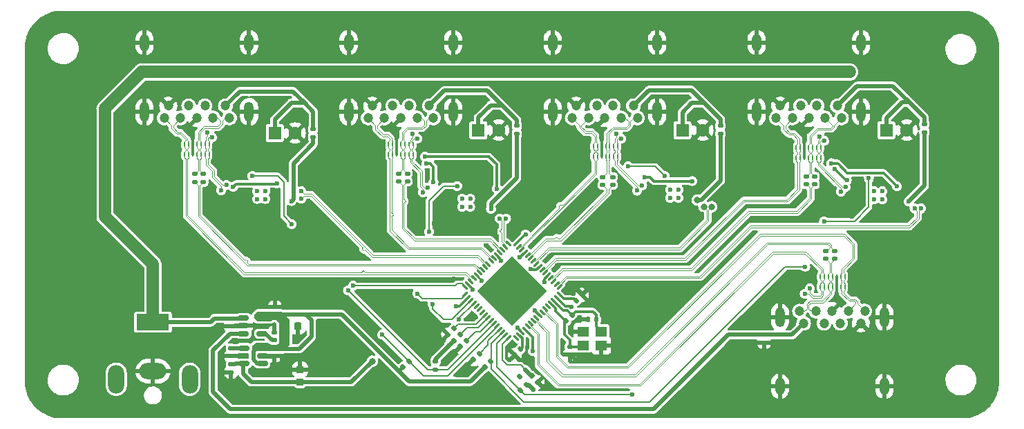
<source format=gtl>
G04 #@! TF.GenerationSoftware,KiCad,Pcbnew,(6.0.8)*
G04 #@! TF.CreationDate,2023-07-25T16:12:09-04:00*
G04 #@! TF.ProjectId,Hybrid USB Hub (USB3.0),48796272-6964-4205-9553-422048756220,v1.0*
G04 #@! TF.SameCoordinates,Original*
G04 #@! TF.FileFunction,Copper,L1,Top*
G04 #@! TF.FilePolarity,Positive*
%FSLAX46Y46*%
G04 Gerber Fmt 4.6, Leading zero omitted, Abs format (unit mm)*
G04 Created by KiCad (PCBNEW (6.0.8)) date 2023-07-25 16:12:09*
%MOMM*%
%LPD*%
G01*
G04 APERTURE LIST*
G04 Aperture macros list*
%AMRoundRect*
0 Rectangle with rounded corners*
0 $1 Rounding radius*
0 $2 $3 $4 $5 $6 $7 $8 $9 X,Y pos of 4 corners*
0 Add a 4 corners polygon primitive as box body*
4,1,4,$2,$3,$4,$5,$6,$7,$8,$9,$2,$3,0*
0 Add four circle primitives for the rounded corners*
1,1,$1+$1,$2,$3*
1,1,$1+$1,$4,$5*
1,1,$1+$1,$6,$7*
1,1,$1+$1,$8,$9*
0 Add four rect primitives between the rounded corners*
20,1,$1+$1,$2,$3,$4,$5,0*
20,1,$1+$1,$4,$5,$6,$7,0*
20,1,$1+$1,$6,$7,$8,$9,0*
20,1,$1+$1,$8,$9,$2,$3,0*%
%AMRotRect*
0 Rectangle, with rotation*
0 The origin of the aperture is its center*
0 $1 length*
0 $2 width*
0 $3 Rotation angle, in degrees counterclockwise*
0 Add horizontal line*
21,1,$1,$2,0,0,$3*%
G04 Aperture macros list end*
G04 #@! TA.AperFunction,SMDPad,CuDef*
%ADD10RoundRect,0.140000X-0.170000X0.140000X-0.170000X-0.140000X0.170000X-0.140000X0.170000X0.140000X0*%
G04 #@! TD*
G04 #@! TA.AperFunction,SMDPad,CuDef*
%ADD11RoundRect,0.135000X-0.035355X0.226274X-0.226274X0.035355X0.035355X-0.226274X0.226274X-0.035355X0*%
G04 #@! TD*
G04 #@! TA.AperFunction,SMDPad,CuDef*
%ADD12RoundRect,0.140000X0.170000X-0.140000X0.170000X0.140000X-0.170000X0.140000X-0.170000X-0.140000X0*%
G04 #@! TD*
G04 #@! TA.AperFunction,ComponentPad*
%ADD13C,1.200000*%
G04 #@! TD*
G04 #@! TA.AperFunction,ComponentPad*
%ADD14O,1.200000X2.100000*%
G04 #@! TD*
G04 #@! TA.AperFunction,ComponentPad*
%ADD15O,1.200000X2.400000*%
G04 #@! TD*
G04 #@! TA.AperFunction,ComponentPad*
%ADD16R,1.600000X1.600000*%
G04 #@! TD*
G04 #@! TA.AperFunction,ComponentPad*
%ADD17C,1.600000*%
G04 #@! TD*
G04 #@! TA.AperFunction,SMDPad,CuDef*
%ADD18RoundRect,0.135000X0.035355X-0.226274X0.226274X-0.035355X-0.035355X0.226274X-0.226274X0.035355X0*%
G04 #@! TD*
G04 #@! TA.AperFunction,SMDPad,CuDef*
%ADD19R,0.200000X0.499999*%
G04 #@! TD*
G04 #@! TA.AperFunction,SMDPad,CuDef*
%ADD20RoundRect,0.150000X-0.512500X-0.150000X0.512500X-0.150000X0.512500X0.150000X-0.512500X0.150000X0*%
G04 #@! TD*
G04 #@! TA.AperFunction,SMDPad,CuDef*
%ADD21RoundRect,0.150000X0.512500X0.150000X-0.512500X0.150000X-0.512500X-0.150000X0.512500X-0.150000X0*%
G04 #@! TD*
G04 #@! TA.AperFunction,SMDPad,CuDef*
%ADD22RoundRect,0.147500X0.172500X-0.147500X0.172500X0.147500X-0.172500X0.147500X-0.172500X-0.147500X0*%
G04 #@! TD*
G04 #@! TA.AperFunction,SMDPad,CuDef*
%ADD23RoundRect,0.062500X0.220971X0.309359X-0.309359X-0.220971X-0.220971X-0.309359X0.309359X0.220971X0*%
G04 #@! TD*
G04 #@! TA.AperFunction,SMDPad,CuDef*
%ADD24RoundRect,0.062500X-0.220971X0.309359X-0.309359X0.220971X0.220971X-0.309359X0.309359X-0.220971X0*%
G04 #@! TD*
G04 #@! TA.AperFunction,ComponentPad*
%ADD25C,0.500000*%
G04 #@! TD*
G04 #@! TA.AperFunction,SMDPad,CuDef*
%ADD26RotRect,6.000000X6.000000X225.000000*%
G04 #@! TD*
G04 #@! TA.AperFunction,ComponentPad*
%ADD27R,4.000000X2.000000*%
G04 #@! TD*
G04 #@! TA.AperFunction,ComponentPad*
%ADD28O,3.300000X2.000000*%
G04 #@! TD*
G04 #@! TA.AperFunction,ComponentPad*
%ADD29O,2.000000X3.500000*%
G04 #@! TD*
G04 #@! TA.AperFunction,SMDPad,CuDef*
%ADD30RoundRect,0.140000X0.140000X0.170000X-0.140000X0.170000X-0.140000X-0.170000X0.140000X-0.170000X0*%
G04 #@! TD*
G04 #@! TA.AperFunction,SMDPad,CuDef*
%ADD31RoundRect,0.140000X-0.021213X0.219203X-0.219203X0.021213X0.021213X-0.219203X0.219203X-0.021213X0*%
G04 #@! TD*
G04 #@! TA.AperFunction,SMDPad,CuDef*
%ADD32RoundRect,0.135000X-0.185000X0.135000X-0.185000X-0.135000X0.185000X-0.135000X0.185000X0.135000X0*%
G04 #@! TD*
G04 #@! TA.AperFunction,SMDPad,CuDef*
%ADD33RoundRect,0.225000X0.250000X-0.225000X0.250000X0.225000X-0.250000X0.225000X-0.250000X-0.225000X0*%
G04 #@! TD*
G04 #@! TA.AperFunction,SMDPad,CuDef*
%ADD34R,1.400000X1.200000*%
G04 #@! TD*
G04 #@! TA.AperFunction,SMDPad,CuDef*
%ADD35RoundRect,0.135000X-0.226274X-0.035355X-0.035355X-0.226274X0.226274X0.035355X0.035355X0.226274X0*%
G04 #@! TD*
G04 #@! TA.AperFunction,SMDPad,CuDef*
%ADD36RoundRect,0.225000X-0.225000X-0.250000X0.225000X-0.250000X0.225000X0.250000X-0.225000X0.250000X0*%
G04 #@! TD*
G04 #@! TA.AperFunction,ComponentPad*
%ADD37C,0.600000*%
G04 #@! TD*
G04 #@! TA.AperFunction,ViaPad*
%ADD38C,0.800000*%
G04 #@! TD*
G04 #@! TA.AperFunction,ViaPad*
%ADD39C,0.600000*%
G04 #@! TD*
G04 #@! TA.AperFunction,Conductor*
%ADD40C,0.117000*%
G04 #@! TD*
G04 #@! TA.AperFunction,Conductor*
%ADD41C,0.300000*%
G04 #@! TD*
G04 #@! TA.AperFunction,Conductor*
%ADD42C,0.500000*%
G04 #@! TD*
G04 #@! TA.AperFunction,Conductor*
%ADD43C,1.500000*%
G04 #@! TD*
G04 #@! TA.AperFunction,Conductor*
%ADD44C,0.250000*%
G04 #@! TD*
G04 #@! TA.AperFunction,Conductor*
%ADD45C,0.117348*%
G04 #@! TD*
G04 #@! TA.AperFunction,Conductor*
%ADD46C,0.200000*%
G04 #@! TD*
G04 APERTURE END LIST*
D10*
X117863750Y-118915000D03*
X117863750Y-119875000D03*
D11*
X139870000Y-116480000D03*
X139148752Y-117201248D03*
D12*
X109170000Y-98480000D03*
X109170000Y-97520000D03*
D13*
X136870000Y-89130000D03*
X134370000Y-89130000D03*
X132370000Y-89130000D03*
X129870000Y-89130000D03*
X129370000Y-90630000D03*
X131370000Y-90630000D03*
X133370000Y-90630000D03*
X135370000Y-90630000D03*
X137370000Y-90630000D03*
D14*
X126970000Y-81380000D03*
D15*
X126970000Y-89880000D03*
D14*
X139770000Y-81380000D03*
D15*
X139770000Y-89880000D03*
D16*
X167864888Y-92130000D03*
D17*
X170364888Y-92130000D03*
D12*
X158120000Y-98830000D03*
X158120000Y-97870000D03*
D16*
X142864888Y-92130000D03*
D17*
X145364888Y-92130000D03*
D11*
X148680624Y-121619376D03*
X147959376Y-122340624D03*
D10*
X154070000Y-118700000D03*
X154070000Y-119660000D03*
D13*
X161870000Y-89130000D03*
X159370000Y-89130000D03*
X157370000Y-89130000D03*
X154870000Y-89130000D03*
X154370000Y-90630000D03*
X156370000Y-90630000D03*
X158370000Y-90630000D03*
X160370000Y-90630000D03*
X162370000Y-90630000D03*
D15*
X164770000Y-89880000D03*
X151970000Y-89880000D03*
D14*
X151970000Y-81380000D03*
X164770000Y-81380000D03*
D18*
X143648752Y-121201248D03*
X144370000Y-120480000D03*
D12*
X117868750Y-117900000D03*
X117868750Y-116940000D03*
D13*
X111870000Y-89130000D03*
X109370000Y-89130000D03*
X107370000Y-89130000D03*
X104870000Y-89130000D03*
X104370000Y-90630000D03*
X106370000Y-90630000D03*
X108370000Y-90630000D03*
X110370000Y-90630000D03*
X112370000Y-90630000D03*
D15*
X114770000Y-89880000D03*
D14*
X101970000Y-81380000D03*
D15*
X101970000Y-89880000D03*
D14*
X114770000Y-81380000D03*
D19*
X134870000Y-93880000D03*
X134370001Y-93880000D03*
X133869999Y-93880000D03*
X133370000Y-93880000D03*
X132869998Y-93880000D03*
X132369999Y-93880000D03*
X131870000Y-93880000D03*
X131870000Y-95130000D03*
X132369999Y-95130000D03*
X132869998Y-95130000D03*
X133370000Y-95130000D03*
X133869999Y-95130000D03*
X134370001Y-95130000D03*
X134870000Y-95130000D03*
D20*
X114093750Y-115195000D03*
X114093750Y-116145000D03*
X114093750Y-117095000D03*
X116368750Y-117095000D03*
X116368750Y-115195000D03*
D10*
X112563750Y-118915000D03*
X112563750Y-119875000D03*
X112568750Y-120890000D03*
X112568750Y-121850000D03*
D21*
X116401250Y-120770000D03*
X116401250Y-119820000D03*
X116401250Y-118870000D03*
X114126250Y-118870000D03*
X114126250Y-120770000D03*
D22*
X172520000Y-92565000D03*
X172520000Y-91595000D03*
X197520000Y-92365000D03*
X197520000Y-91395000D03*
D23*
X152814893Y-111371592D03*
X152461339Y-111018039D03*
X152107786Y-110664485D03*
X151754233Y-110310932D03*
X151400679Y-109957379D03*
X151047126Y-109603825D03*
X150693572Y-109250272D03*
X150340019Y-108896718D03*
X149986466Y-108543165D03*
X149632912Y-108189612D03*
X149279359Y-107836058D03*
X148925805Y-107482505D03*
X148572252Y-107128951D03*
X148218699Y-106775398D03*
X147865145Y-106421845D03*
X147511592Y-106068291D03*
D24*
X146539320Y-106068291D03*
X146185767Y-106421845D03*
X145832213Y-106775398D03*
X145478660Y-107128951D03*
X145125107Y-107482505D03*
X144771553Y-107836058D03*
X144418000Y-108189612D03*
X144064446Y-108543165D03*
X143710893Y-108896718D03*
X143357340Y-109250272D03*
X143003786Y-109603825D03*
X142650233Y-109957379D03*
X142296679Y-110310932D03*
X141943126Y-110664485D03*
X141589573Y-111018039D03*
X141236019Y-111371592D03*
D23*
X141236019Y-112343864D03*
X141589573Y-112697417D03*
X141943126Y-113050971D03*
X142296679Y-113404524D03*
X142650233Y-113758077D03*
X143003786Y-114111631D03*
X143357340Y-114465184D03*
X143710893Y-114818738D03*
X144064446Y-115172291D03*
X144418000Y-115525844D03*
X144771553Y-115879398D03*
X145125107Y-116232951D03*
X145478660Y-116586505D03*
X145832213Y-116940058D03*
X146185767Y-117293611D03*
X146539320Y-117647165D03*
D24*
X147511592Y-117647165D03*
X147865145Y-117293611D03*
X148218699Y-116940058D03*
X148572252Y-116586505D03*
X148925805Y-116232951D03*
X149279359Y-115879398D03*
X149632912Y-115525844D03*
X149986466Y-115172291D03*
X150340019Y-114818738D03*
X150693572Y-114465184D03*
X151047126Y-114111631D03*
X151400679Y-113758077D03*
X151754233Y-113404524D03*
X152107786Y-113050971D03*
X152461339Y-112697417D03*
X152814893Y-112343864D03*
D25*
X147025456Y-107968641D03*
X145080912Y-111857728D03*
X147025456Y-113802272D03*
X147025456Y-109913184D03*
X147025456Y-111857728D03*
X149942271Y-112830000D03*
X149942271Y-110885456D03*
X147997728Y-112830000D03*
X144108641Y-112830000D03*
X147997728Y-108940913D03*
X148970000Y-109913184D03*
X150914543Y-111857728D03*
X146053184Y-114774543D03*
X146053184Y-112830000D03*
X144108641Y-110885456D03*
X146053184Y-108940913D03*
X147025456Y-115746815D03*
X145080912Y-113802272D03*
X146053184Y-110885456D03*
X148970000Y-113802272D03*
X147997728Y-110885456D03*
D26*
X147025456Y-111857728D03*
D25*
X147997728Y-114774543D03*
X145080912Y-109913184D03*
X143136369Y-111857728D03*
X148970000Y-111857728D03*
D27*
X102995000Y-115700000D03*
D28*
X102995000Y-121700000D03*
D29*
X107495000Y-122700000D03*
X98495000Y-122700000D03*
D13*
X182720000Y-115830000D03*
X185220000Y-115830000D03*
X187220000Y-115830000D03*
X189720000Y-115830000D03*
X190220000Y-114330000D03*
X188220000Y-114330000D03*
X186220000Y-114330000D03*
X184220000Y-114330000D03*
X182220000Y-114330000D03*
D14*
X179820000Y-123580000D03*
D15*
X179820000Y-115080000D03*
D14*
X192620000Y-123580000D03*
D15*
X192620000Y-115080000D03*
D30*
X157299712Y-115363920D03*
X156339712Y-115363920D03*
D31*
X147995000Y-119030000D03*
X147316178Y-119708822D03*
D16*
X117920000Y-92480000D03*
D17*
X120420000Y-92480000D03*
D11*
X142991248Y-119558752D03*
X142270000Y-120280000D03*
D19*
X159970000Y-94105000D03*
X159470001Y-94105000D03*
X158969999Y-94105000D03*
X158470000Y-94105000D03*
X157969998Y-94105000D03*
X157469999Y-94105000D03*
X156970000Y-94105000D03*
X156970000Y-95355000D03*
X157469999Y-95355000D03*
X157969998Y-95355000D03*
X158470000Y-95355000D03*
X158969999Y-95355000D03*
X159470001Y-95355000D03*
X159970000Y-95355000D03*
D32*
X137620000Y-120479999D03*
X137620000Y-121499999D03*
D33*
X121018750Y-123045000D03*
X121018750Y-121495000D03*
D12*
X134170000Y-98410000D03*
X134170000Y-97450000D03*
X159320000Y-98830000D03*
X159320000Y-97870000D03*
D19*
X184820002Y-94305000D03*
X184320003Y-94305000D03*
X183820001Y-94305000D03*
X183320002Y-94305000D03*
X182820000Y-94305000D03*
X182320001Y-94305000D03*
X181820002Y-94305000D03*
X181820002Y-95555000D03*
X182320001Y-95555000D03*
X182820000Y-95555000D03*
X183320002Y-95555000D03*
X183820001Y-95555000D03*
X184320003Y-95555000D03*
X184820002Y-95555000D03*
D11*
X141380624Y-117969376D03*
X140659376Y-118690624D03*
D10*
X185470000Y-106970000D03*
X185470000Y-107930000D03*
D13*
X186870000Y-89130000D03*
X184370000Y-89130000D03*
X182370000Y-89130000D03*
X179870000Y-89130000D03*
X179370000Y-90630000D03*
X181370000Y-90630000D03*
X183370000Y-90630000D03*
X185370000Y-90630000D03*
X187370000Y-90630000D03*
D14*
X176970000Y-81380000D03*
D15*
X189770000Y-89880000D03*
X176970000Y-89880000D03*
D14*
X189770000Y-81380000D03*
D10*
X112531250Y-115240000D03*
X112531250Y-116200000D03*
D11*
X148730624Y-123369376D03*
X148009376Y-124090624D03*
D10*
X177870000Y-117250000D03*
X177870000Y-118210000D03*
D18*
X153609376Y-115540624D03*
X154330624Y-114819376D03*
D16*
X192864888Y-92130000D03*
D17*
X195364888Y-92130000D03*
D34*
X155725168Y-118541648D03*
X157925168Y-118541648D03*
X157925168Y-116841648D03*
X155725168Y-116841648D03*
D35*
X149420000Y-122330000D03*
X150141248Y-123051248D03*
D19*
X109870001Y-93880000D03*
X109370002Y-93880000D03*
X108870000Y-93880000D03*
X108370001Y-93880000D03*
X107869999Y-93880000D03*
X107370000Y-93880000D03*
X106870001Y-93880000D03*
X106870001Y-95130000D03*
X107370000Y-95130000D03*
X107869999Y-95130000D03*
X108370001Y-95130000D03*
X108870000Y-95130000D03*
X109370002Y-95130000D03*
X109870001Y-95130000D03*
D36*
X119193750Y-116220000D03*
X120743750Y-116220000D03*
D12*
X184070000Y-98780000D03*
X184070000Y-97820000D03*
X108095000Y-98480000D03*
X108095000Y-97520000D03*
X183070000Y-98780000D03*
X183070000Y-97820000D03*
D18*
X133648752Y-121201248D03*
X134370000Y-120480000D03*
D12*
X117943750Y-114750000D03*
X117943750Y-113790000D03*
X133070000Y-98410000D03*
X133070000Y-97450000D03*
D18*
X154839376Y-113060624D03*
X155560624Y-112339376D03*
D22*
X147570000Y-92565000D03*
X147570000Y-91595000D03*
X122620000Y-92965000D03*
X122620000Y-91995000D03*
D18*
X139909376Y-117940624D03*
X140630624Y-117219376D03*
D19*
X184770000Y-111355000D03*
X185269999Y-111355000D03*
X185770001Y-111355000D03*
X186270000Y-111355000D03*
X186770002Y-111355000D03*
X187270001Y-111355000D03*
X187770000Y-111355000D03*
X187770000Y-110105000D03*
X187270001Y-110105000D03*
X186770002Y-110105000D03*
X186270000Y-110105000D03*
X185770001Y-110105000D03*
X185269999Y-110105000D03*
X184770000Y-110105000D03*
D10*
X186570000Y-106970000D03*
X186570000Y-107930000D03*
D37*
X141870000Y-101530000D03*
X140869999Y-101530000D03*
X141870000Y-100530002D03*
X140869999Y-100530002D03*
X191369998Y-99630001D03*
X191369998Y-100629999D03*
X192369999Y-99630001D03*
X192369999Y-100629999D03*
X167369999Y-99430001D03*
X166369998Y-100429999D03*
X167369999Y-100429999D03*
X166369998Y-99430001D03*
X115769998Y-100579997D03*
X115769998Y-99579999D03*
X116769999Y-100579997D03*
X116769999Y-99579999D03*
D38*
X89000000Y-105000000D03*
X143870000Y-79480000D03*
X93000000Y-93000000D03*
D39*
X116669500Y-102430000D03*
D38*
X192870000Y-83480000D03*
X163620000Y-115230000D03*
X200870000Y-113480000D03*
D39*
X142270000Y-114955000D03*
D38*
X89000000Y-93000000D03*
D39*
X151570000Y-107680000D03*
X141695000Y-120855000D03*
D38*
X93000000Y-99000000D03*
D39*
X152499987Y-108739987D03*
X143850000Y-106255000D03*
D38*
X93000000Y-111000000D03*
D39*
X138590000Y-104822000D03*
D38*
X98870000Y-83480000D03*
X204870000Y-113480000D03*
X196870000Y-107480000D03*
X204870000Y-95480000D03*
X118870000Y-79480000D03*
D39*
X197800000Y-102300000D03*
X170239382Y-102384609D03*
X149750000Y-105890000D03*
D38*
X168870000Y-79480000D03*
X93000000Y-117000000D03*
D39*
X148882951Y-118780000D03*
D38*
X170870000Y-122480000D03*
X170870000Y-82230000D03*
D39*
X111668750Y-119870000D03*
D38*
X163070000Y-103080000D03*
D39*
X141820500Y-104630000D03*
X138580000Y-117810000D03*
D38*
X200870000Y-95480000D03*
D39*
X183400000Y-110700000D03*
X118826250Y-120095000D03*
X112568750Y-122720000D03*
D38*
X194870000Y-110480000D03*
X194870000Y-116480000D03*
D39*
X154820000Y-120313500D03*
X135150000Y-99900000D03*
X138670000Y-103580000D03*
X121900000Y-101200000D03*
D38*
X96870000Y-80480000D03*
X172870000Y-125480000D03*
D39*
X192020501Y-102780000D03*
X136550000Y-97850000D03*
X122000000Y-99100000D03*
X111100000Y-92900000D03*
X187070000Y-101930000D03*
X186770000Y-112180000D03*
D38*
X202870000Y-110480000D03*
X89000000Y-87000000D03*
D39*
X159350168Y-118541648D03*
X167132685Y-102528755D03*
D38*
X198870000Y-116480000D03*
X174870000Y-122480000D03*
X147870000Y-79480000D03*
X104870000Y-103480000D03*
X95000000Y-108000000D03*
X196870000Y-113480000D03*
X93000000Y-87000000D03*
X204870000Y-107480000D03*
D39*
X140095000Y-119255000D03*
D38*
X129370000Y-98480000D03*
D39*
X143770000Y-104330000D03*
X117943750Y-112875000D03*
X195700000Y-102300000D03*
D38*
X196870000Y-83480000D03*
D39*
X161500000Y-99300000D03*
D38*
X100870000Y-103480000D03*
X204870000Y-101480000D03*
X93000000Y-105000000D03*
D39*
X181900000Y-112400000D03*
D38*
X100870000Y-97480000D03*
D39*
X157970000Y-93280000D03*
X146900000Y-103600000D03*
X161200000Y-92700000D03*
D38*
X104870000Y-97480000D03*
X200870000Y-107480000D03*
D39*
X147870000Y-120280000D03*
D38*
X89000000Y-117000000D03*
X172870000Y-79480000D03*
D39*
X188620000Y-102714000D03*
D38*
X198870000Y-104480000D03*
D39*
X194570000Y-102680000D03*
D38*
X200870000Y-89480000D03*
D39*
X155000000Y-111500000D03*
X186500000Y-99300000D03*
D38*
X125370000Y-98480000D03*
X204870000Y-89480000D03*
D39*
X107870000Y-93080000D03*
X114770000Y-105080000D03*
D38*
X95000000Y-114000000D03*
D39*
X186000000Y-93100000D03*
D38*
X202870000Y-86480000D03*
D39*
X172100000Y-102300000D03*
D38*
X177870000Y-119130000D03*
X127370000Y-101480000D03*
D39*
X190070000Y-105430000D03*
D38*
X91000000Y-114000000D03*
X145870000Y-82230000D03*
X165620000Y-112230000D03*
X200870000Y-101480000D03*
D39*
X111668750Y-116170000D03*
D38*
X198870000Y-110480000D03*
D39*
X182820000Y-93480000D03*
D38*
X176870000Y-125480000D03*
X164020000Y-103080000D03*
D39*
X191270000Y-105380000D03*
D38*
X91000000Y-90000000D03*
X202870000Y-98480000D03*
D39*
X113470000Y-102580000D03*
D38*
X91000000Y-96000000D03*
X194870000Y-80480000D03*
X197000000Y-120000000D03*
D39*
X139870000Y-110396500D03*
D38*
X91000000Y-102000000D03*
X198870000Y-86480000D03*
D39*
X111500000Y-98000000D03*
D38*
X168870000Y-125480000D03*
D39*
X132870000Y-93080000D03*
D38*
X120870000Y-82230000D03*
D39*
X137420000Y-103580000D03*
X121068750Y-120270000D03*
X154490000Y-112189986D03*
D38*
X102870000Y-94480000D03*
X169270000Y-103330000D03*
X161620000Y-112230000D03*
D39*
X154070000Y-116780000D03*
X150720000Y-123630000D03*
X135800000Y-93900000D03*
X144900000Y-103600000D03*
D38*
X202870000Y-92480000D03*
X202870000Y-104480000D03*
X89000000Y-99000000D03*
X89000000Y-111000000D03*
D39*
X155450168Y-115391648D03*
D38*
X202870000Y-116480000D03*
X91000000Y-108000000D03*
D39*
X120668750Y-117470000D03*
X112270000Y-102580000D03*
X115970000Y-105080000D03*
D38*
X122870000Y-79480000D03*
D39*
X117868750Y-116020000D03*
D38*
X102870000Y-100480000D03*
X113620000Y-84980000D03*
D39*
X163620000Y-84980000D03*
X188520000Y-84980000D03*
X138620000Y-84980000D03*
X148645000Y-104955000D03*
X149553500Y-119255000D03*
X139870000Y-122980000D03*
X140120000Y-113705000D03*
X139245000Y-118605000D03*
X149620000Y-123980000D03*
X154280000Y-113840000D03*
X147670000Y-116380000D03*
X145670000Y-108180000D03*
X150933385Y-110816615D03*
X143270000Y-110580000D03*
X149258491Y-109141721D03*
X149770000Y-114280000D03*
X147883385Y-107766615D03*
D38*
X129870000Y-120480000D03*
D39*
X142170000Y-111680000D03*
D38*
X169670000Y-100696501D03*
D39*
X195570000Y-100880000D03*
X119970000Y-100830000D03*
X144420000Y-101780000D03*
X183488199Y-111561801D03*
X182851801Y-112198199D03*
X182920000Y-108880000D03*
X161720000Y-124580000D03*
X137370000Y-98530000D03*
X136520000Y-96230000D03*
X131070000Y-117230000D03*
X126890000Y-111800000D03*
X197120000Y-101730000D03*
X196320000Y-101730000D03*
D38*
X171420000Y-101530000D03*
X170520000Y-101530000D03*
D39*
X146270000Y-102980000D03*
X145470000Y-102980000D03*
X121170000Y-99629999D03*
X121170000Y-100529999D03*
X115170000Y-97730000D03*
X120000000Y-103660000D03*
X127520000Y-111230000D03*
X140270000Y-98979500D03*
X136820000Y-104580000D03*
X135371089Y-112181089D03*
X140490960Y-115350960D03*
X190720000Y-98029500D03*
X185220000Y-103313500D03*
X162301801Y-99548199D03*
X159802323Y-92581991D03*
X162938199Y-98911801D03*
X160368009Y-93147677D03*
X187300606Y-99676292D03*
X184703604Y-92875114D03*
X185269290Y-93440800D03*
X187866292Y-99110606D03*
X111988199Y-98861801D03*
X110252843Y-93013342D03*
X111351801Y-99498199D03*
X109687157Y-92447656D03*
X134826801Y-92593649D03*
X136087157Y-99762843D03*
X135392487Y-93159335D03*
X136652843Y-99197157D03*
X163270000Y-97930000D03*
X169070000Y-98380000D03*
X194170000Y-99030000D03*
X186120000Y-96180500D03*
X188020000Y-98280000D03*
X186570000Y-96930000D03*
X118170000Y-98680500D03*
X136320000Y-95380000D03*
X145120000Y-99330000D03*
X112820000Y-99080000D03*
X165670750Y-97730500D03*
X161215023Y-96575023D03*
X137270000Y-113480000D03*
D40*
X149986466Y-115372401D02*
X151478500Y-116864434D01*
X178225056Y-105921500D02*
X185814944Y-105921500D01*
X186128501Y-106528501D02*
X186570000Y-106970000D01*
X185814944Y-105921500D02*
X186128501Y-106235057D01*
X186128501Y-106235057D02*
X186128501Y-106528501D01*
X151478500Y-120385056D02*
X153214944Y-122121500D01*
X151478500Y-116864434D02*
X151478500Y-120385056D01*
X149986466Y-115172291D02*
X149986466Y-115372401D01*
X153214944Y-122121500D02*
X162025056Y-122121500D01*
X162025056Y-122121500D02*
X178225056Y-105921500D01*
X185911499Y-106324943D02*
X185911499Y-106528501D01*
X149632912Y-115525844D02*
X149833023Y-115525844D01*
X178314944Y-106138500D02*
X185725056Y-106138500D01*
X151261500Y-116954322D02*
X151261500Y-120474944D01*
X185911499Y-106528501D02*
X185470000Y-106970000D01*
X151261500Y-120474944D02*
X153125056Y-122338500D01*
X185725056Y-106138500D02*
X185911499Y-106324943D01*
X153125056Y-122338500D02*
X162114944Y-122338500D01*
X162114944Y-122338500D02*
X178314944Y-106138500D01*
X149833023Y-115525844D02*
X151261500Y-116954322D01*
D41*
X153609376Y-115540624D02*
X153420000Y-115730000D01*
X153420000Y-117250000D02*
X154070000Y-117900000D01*
X153609376Y-115540624D02*
X153601192Y-115540624D01*
X154070000Y-118710000D02*
X155556816Y-118710000D01*
X153530624Y-115540624D02*
X153609376Y-115540624D01*
X152320000Y-114330000D02*
X153530624Y-115540624D01*
X151754233Y-113404524D02*
X151754233Y-113414233D01*
X152320000Y-113980000D02*
X152320000Y-114330000D01*
X153420000Y-115730000D02*
X153420000Y-117250000D01*
X154070000Y-117900000D02*
X154070000Y-118700000D01*
X151754233Y-113414233D02*
X152320000Y-113980000D01*
X107869999Y-93880000D02*
X107869999Y-95130000D01*
X182820000Y-95555000D02*
X182820000Y-94305000D01*
X186770002Y-111355000D02*
X186770002Y-110105000D01*
D42*
X111673750Y-119875000D02*
X111668750Y-119870000D01*
X112568750Y-121850000D02*
X112568750Y-122720000D01*
D41*
X157969998Y-95355000D02*
X157969998Y-94105000D01*
X132869998Y-95130000D02*
X132869998Y-93880000D01*
D42*
X139148752Y-117201248D02*
X139148752Y-117241248D01*
X147316178Y-119726178D02*
X147870000Y-120280000D01*
X112531250Y-116200000D02*
X111698750Y-116200000D01*
D41*
X182820000Y-94305000D02*
X182820000Y-93480000D01*
X132869998Y-93080002D02*
X132870000Y-93080000D01*
X186770002Y-112179998D02*
X186770000Y-112180000D01*
D42*
X114038750Y-116200000D02*
X114093750Y-116145000D01*
X155000000Y-111728752D02*
X155000000Y-111500000D01*
D41*
X155477896Y-115363920D02*
X155450168Y-115391648D01*
D42*
X116401250Y-119920000D02*
X117818750Y-119920000D01*
X147316178Y-119708822D02*
X147316178Y-119726178D01*
D41*
X156339712Y-115363920D02*
X155477896Y-115363920D01*
D42*
X112563750Y-119875000D02*
X111673750Y-119875000D01*
X121018750Y-121495000D02*
X121018750Y-120320000D01*
X111698750Y-116200000D02*
X111668750Y-116170000D01*
X139148752Y-117241248D02*
X138580000Y-117810000D01*
X157925168Y-118541648D02*
X159350168Y-118541648D01*
D41*
X186770002Y-111355000D02*
X186770002Y-112179998D01*
D42*
X118826250Y-120095000D02*
X118606250Y-119875000D01*
X142270000Y-120280000D02*
X141695000Y-120855000D01*
X117968750Y-112900000D02*
X117943750Y-112875000D01*
D41*
X157969998Y-93280002D02*
X157970000Y-93280000D01*
D42*
X120743750Y-117395000D02*
X120668750Y-117470000D01*
X117968750Y-113770000D02*
X117968750Y-112900000D01*
X121018750Y-120320000D02*
X121068750Y-120270000D01*
X117868750Y-116940000D02*
X117868750Y-116020000D01*
X150141248Y-123051248D02*
X150720000Y-123630000D01*
X117818750Y-119920000D02*
X117863750Y-119875000D01*
D41*
X132869998Y-93880000D02*
X132869998Y-93080002D01*
D42*
X154131648Y-116841648D02*
X154070000Y-116780000D01*
X155610624Y-112339376D02*
X155000000Y-111728752D01*
X154070000Y-119660000D02*
X154166500Y-119660000D01*
X140659376Y-118690624D02*
X140095000Y-119255000D01*
X155725168Y-116841648D02*
X154131648Y-116841648D01*
D41*
X157969998Y-94105000D02*
X157969998Y-93280002D01*
D42*
X177870000Y-118210000D02*
X177870000Y-119130000D01*
X120743750Y-116220000D02*
X120743750Y-117395000D01*
X112531250Y-116200000D02*
X114038750Y-116200000D01*
D41*
X107869999Y-93880000D02*
X107870000Y-93080000D01*
D42*
X154166500Y-119660000D02*
X154820000Y-120313500D01*
X118606250Y-119875000D02*
X117863750Y-119875000D01*
D41*
X153741248Y-114230000D02*
X154330624Y-114819376D01*
X154330624Y-114819376D02*
X154330624Y-114811192D01*
X153286815Y-114230000D02*
X153741248Y-114230000D01*
X152107786Y-113050971D02*
X153286815Y-114230000D01*
X157299712Y-115363920D02*
X157299712Y-116216192D01*
X157299712Y-116216192D02*
X157925168Y-116841648D01*
X154750168Y-114391648D02*
X156900168Y-114391648D01*
X156900168Y-114391648D02*
X157299712Y-114791192D01*
X154330624Y-114811192D02*
X154750168Y-114391648D01*
X157299712Y-114791192D02*
X157299712Y-115363920D01*
X148233451Y-118791549D02*
X148233451Y-117661917D01*
X148233451Y-117661917D02*
X147865145Y-117293611D01*
X147995000Y-119030000D02*
X148233451Y-118791549D01*
D42*
X112478750Y-126380000D02*
X110368750Y-124270000D01*
X177870000Y-117250000D02*
X173500000Y-117250000D01*
X112443750Y-117095000D02*
X114093750Y-117095000D01*
X173500000Y-117250000D02*
X164370000Y-126380000D01*
X164370000Y-126380000D02*
X112478750Y-126380000D01*
X182720000Y-115830000D02*
X181300000Y-117250000D01*
X110368750Y-124270000D02*
X110368750Y-119170000D01*
X181300000Y-117250000D02*
X177870000Y-117250000D01*
X110368750Y-119170000D02*
X112443750Y-117095000D01*
D43*
X97120000Y-102730000D02*
X102995000Y-108605000D01*
X113620000Y-84980000D02*
X101620000Y-84980000D01*
D42*
X112531250Y-115240000D02*
X114048750Y-115240000D01*
D43*
X102995000Y-108605000D02*
X102995000Y-115700000D01*
D42*
X102995000Y-115700000D02*
X110070000Y-115700000D01*
D43*
X101620000Y-84980000D02*
X97120000Y-89480000D01*
D42*
X110530000Y-115240000D02*
X112531250Y-115240000D01*
D43*
X97120000Y-89480000D02*
X97120000Y-102730000D01*
D42*
X110070000Y-115700000D02*
X110530000Y-115240000D01*
D43*
X113620000Y-84980000D02*
X188370000Y-84980000D01*
D42*
X117598750Y-117900000D02*
X117868750Y-117900000D01*
X116368750Y-117095000D02*
X116793750Y-117095000D01*
X116793750Y-117095000D02*
X117598750Y-117900000D01*
D41*
X141045000Y-113230000D02*
X140570000Y-113705000D01*
D42*
X122418750Y-115470000D02*
X122418750Y-117470000D01*
X121698750Y-114750000D02*
X122418750Y-115470000D01*
X116401250Y-118870000D02*
X115638750Y-118870000D01*
X137620000Y-120479999D02*
X137620000Y-120230000D01*
D41*
X148624883Y-104955000D02*
X147511592Y-106068291D01*
D42*
X137620000Y-120230000D02*
X139245000Y-118605000D01*
X116368750Y-115195000D02*
X117498750Y-115195000D01*
X115288750Y-120270000D02*
X115788750Y-120770000D01*
D41*
X148645000Y-104955000D02*
X148624883Y-104955000D01*
D42*
X117943750Y-114750000D02*
X118548750Y-114750000D01*
X117498750Y-115195000D02*
X117943750Y-114750000D01*
X115288750Y-119220000D02*
X115288750Y-120270000D01*
X132995000Y-121605000D02*
X134370000Y-122980000D01*
D41*
X140570000Y-113705000D02*
X140120000Y-113705000D01*
X149553500Y-117556394D02*
X148577931Y-116580825D01*
D42*
X118548750Y-114750000D02*
X119193750Y-115395000D01*
X116446250Y-118915000D02*
X116401250Y-118870000D01*
X148730624Y-123369376D02*
X149009376Y-123369376D01*
X120918750Y-118970000D02*
X117918750Y-118970000D01*
X143648752Y-121201248D02*
X141870000Y-122980000D01*
D41*
X149553500Y-119255000D02*
X149553500Y-117556394D01*
D42*
X126140000Y-114750000D02*
X132995000Y-121605000D01*
X149009376Y-123369376D02*
X149620000Y-123980000D01*
X117863750Y-118915000D02*
X116446250Y-118915000D01*
D41*
X153493922Y-113730000D02*
X152461339Y-112697417D01*
D42*
X133245000Y-121605000D02*
X132995000Y-121605000D01*
X121698750Y-114750000D02*
X126140000Y-114750000D01*
D41*
X154280000Y-113840000D02*
X154170000Y-113730000D01*
D42*
X118548750Y-114750000D02*
X121698750Y-114750000D01*
X134370000Y-122980000D02*
X139870000Y-122980000D01*
X115638750Y-118870000D02*
X115288750Y-119220000D01*
X122418750Y-117470000D02*
X120918750Y-118970000D01*
D41*
X141589573Y-112697417D02*
X141577583Y-112697417D01*
D42*
X139909376Y-117940624D02*
X139245000Y-118605000D01*
D41*
X141577583Y-112697417D02*
X141045000Y-113230000D01*
D42*
X133648752Y-121201248D02*
X133245000Y-121605000D01*
X115788750Y-120770000D02*
X116401250Y-120770000D01*
D41*
X154170000Y-113730000D02*
X153493922Y-113730000D01*
D42*
X119193750Y-115395000D02*
X119193750Y-116220000D01*
X141870000Y-122980000D02*
X139870000Y-122980000D01*
X114081250Y-118915000D02*
X114126250Y-118870000D01*
X112563750Y-118915000D02*
X114081250Y-118915000D01*
D41*
X150933385Y-110424673D02*
X151400679Y-109957379D01*
X150933385Y-110816615D02*
X150933385Y-110424673D01*
X149971713Y-109265024D02*
X150340019Y-108896718D01*
D44*
X142650233Y-109957379D02*
X142650233Y-109960233D01*
D41*
X145670000Y-108027398D02*
X145670000Y-108180000D01*
D42*
X112998750Y-120890000D02*
X112568750Y-120890000D01*
D44*
X142650233Y-109960233D02*
X143270000Y-110580000D01*
D42*
X114126250Y-120770000D02*
X113118750Y-120770000D01*
D41*
X149381794Y-109265024D02*
X149971713Y-109265024D01*
D42*
X115043750Y-123045000D02*
X114068750Y-122070000D01*
D41*
X148218699Y-116928699D02*
X147670000Y-116380000D01*
D42*
X121018750Y-123045000D02*
X127305000Y-123045000D01*
X113118750Y-120770000D02*
X112998750Y-120890000D01*
X127305000Y-123045000D02*
X129870000Y-120480000D01*
D41*
X150308738Y-114818738D02*
X149770000Y-114280000D01*
X147934588Y-107766615D02*
X148572252Y-107128951D01*
D42*
X114068750Y-122070000D02*
X114068750Y-120827500D01*
D41*
X142170000Y-111598466D02*
X141589573Y-111018039D01*
X150340019Y-114818738D02*
X150308738Y-114818738D01*
X145125107Y-107482505D02*
X145670000Y-108027398D01*
X148218699Y-116940058D02*
X148218699Y-116928699D01*
D42*
X114068750Y-120827500D02*
X114126250Y-120770000D01*
D41*
X147883385Y-107766615D02*
X147934588Y-107766615D01*
X149258491Y-109141721D02*
X149381794Y-109265024D01*
D42*
X121018750Y-123045000D02*
X115043750Y-123045000D01*
X172520000Y-98327918D02*
X172520000Y-92565000D01*
X169670000Y-100696501D02*
X170151417Y-100696501D01*
X170151417Y-100696501D02*
X172520000Y-98327918D01*
X197520000Y-98930000D02*
X197520000Y-92365000D01*
X195570000Y-100880000D02*
X197520000Y-98930000D01*
D40*
X151226807Y-105688500D02*
X149279359Y-107635948D01*
X158828501Y-99824943D02*
X152964944Y-105688500D01*
X159320000Y-98830000D02*
X158828501Y-99321499D01*
X158828501Y-99321499D02*
X158828501Y-99824943D01*
X149279359Y-107635948D02*
X149279359Y-107836058D01*
X152964944Y-105688500D02*
X151226807Y-105688500D01*
X158611499Y-99735057D02*
X152875056Y-105471500D01*
X158611499Y-99321499D02*
X158611499Y-99735057D01*
X152499044Y-105245488D02*
X152408056Y-105245488D01*
X151136921Y-105471500D02*
X149125916Y-107482505D01*
X152875056Y-105471500D02*
X152725056Y-105471500D01*
X152182044Y-105471500D02*
X152091056Y-105471500D01*
X158120000Y-98830000D02*
X158611499Y-99321499D01*
X152091056Y-105471500D02*
X151136921Y-105471500D01*
X149125916Y-107482505D02*
X148925805Y-107482505D01*
X152499044Y-105245450D02*
G75*
G02*
X152612050Y-105358494I-44J-113050D01*
G01*
X152612100Y-105358494D02*
G75*
G03*
X152725056Y-105471500I113000J-6D01*
G01*
X152295088Y-105358494D02*
G75*
G02*
X152408056Y-105245488I113012J-6D01*
G01*
X152182044Y-105471550D02*
G75*
G03*
X152295050Y-105358494I-44J113050D01*
G01*
X152107786Y-110664485D02*
X152107786Y-110464375D01*
X181964944Y-102288500D02*
X183678501Y-100574943D01*
X176064944Y-102288500D02*
X181964944Y-102288500D01*
X183678501Y-100574943D02*
X183678501Y-99171499D01*
X153233661Y-109338500D02*
X169014944Y-109338500D01*
X183678501Y-99171499D02*
X184070000Y-98780000D01*
X152107786Y-110464375D02*
X153233661Y-109338500D01*
X169014944Y-109338500D02*
X176064944Y-102288500D01*
X153143775Y-109121500D02*
X168925056Y-109121500D01*
X183461499Y-99171499D02*
X183070000Y-98780000D01*
X151754233Y-110310932D02*
X151954343Y-110310932D01*
X151954343Y-110310932D02*
X153143775Y-109121500D01*
X168925056Y-109121500D02*
X175975056Y-102071500D01*
X175975056Y-102071500D02*
X181875056Y-102071500D01*
X181875056Y-102071500D02*
X183461499Y-100485057D01*
X183461499Y-100485057D02*
X183461499Y-99171499D01*
D42*
X167864888Y-89985112D02*
X167864888Y-92130000D01*
X170545000Y-88805000D02*
X169045000Y-88805000D01*
X169045000Y-88805000D02*
X167864888Y-89985112D01*
X170545000Y-88805000D02*
X168970000Y-87230000D01*
X168970000Y-87230000D02*
X163770000Y-87230000D01*
X172520000Y-90780000D02*
X170545000Y-88805000D01*
X172520000Y-91595000D02*
X172520000Y-90780000D01*
X163770000Y-87230000D02*
X161870000Y-89130000D01*
X195645000Y-88705000D02*
X194795000Y-88705000D01*
X194795000Y-88705000D02*
X192864888Y-90635112D01*
X192864888Y-90635112D02*
X192864888Y-92130000D01*
X193670000Y-86730000D02*
X189270000Y-86730000D01*
X195645000Y-88705000D02*
X193670000Y-86730000D01*
X197520000Y-91395000D02*
X197520000Y-90580000D01*
X197520000Y-90580000D02*
X195645000Y-88705000D01*
X189270000Y-86730000D02*
X186870000Y-89130000D01*
X120220000Y-96180000D02*
X122620000Y-93780000D01*
X120220000Y-100580000D02*
X120220000Y-96180000D01*
X122620000Y-93780000D02*
X122620000Y-92965000D01*
X119970000Y-100830000D02*
X120220000Y-100580000D01*
X144420000Y-101130000D02*
X147570000Y-97980000D01*
X144420000Y-101780000D02*
X144420000Y-101130000D01*
X147570000Y-97980000D02*
X147570000Y-92565000D01*
D40*
X114204924Y-108061479D02*
X108741001Y-102597557D01*
X108741001Y-102597557D02*
X108741001Y-98908999D01*
X143357340Y-109250272D02*
X143157229Y-109250272D01*
X108741001Y-98908999D02*
X109170000Y-98480000D01*
X114364726Y-108061479D02*
X114364725Y-108061479D01*
X114694944Y-108551500D02*
X114588879Y-108445435D01*
X114588879Y-108285634D02*
X114588879Y-108285633D01*
X143157229Y-109250272D02*
X142458457Y-108551500D01*
X114204925Y-108061479D02*
X114204924Y-108061479D01*
X114588878Y-108285634D02*
X114588879Y-108285634D01*
X114588879Y-108125832D02*
X114524526Y-108061479D01*
X142458457Y-108551500D02*
X114694944Y-108551500D01*
X114588879Y-108125833D02*
X114588879Y-108125832D01*
X114588844Y-108285600D02*
G75*
G03*
X114588879Y-108445435I79956J-79900D01*
G01*
X114204926Y-108061478D02*
G75*
G03*
X114364724Y-108061478I79899J79898D01*
G01*
X114588912Y-108125800D02*
G75*
G02*
X114588879Y-108285633I-79912J-79900D01*
G01*
X114364727Y-108061480D02*
G75*
G02*
X114524525Y-108061480I79899J-79898D01*
G01*
X143003786Y-109603825D02*
X143003786Y-109403715D01*
X142368571Y-108768500D02*
X114605056Y-108768500D01*
X108523999Y-102687443D02*
X108523999Y-98908999D01*
X114605056Y-108768500D02*
X108523999Y-102687443D01*
X108523999Y-98908999D02*
X108095000Y-98480000D01*
X143003786Y-109403715D02*
X142368571Y-108768500D01*
X133954440Y-100817432D02*
X133954440Y-100817433D01*
X133841474Y-101021465D02*
X133841473Y-101021465D01*
X135123444Y-105480000D02*
X144336705Y-105480000D01*
X133954440Y-100817433D02*
X133954441Y-100908496D01*
X144336705Y-105480000D02*
X145632103Y-106775398D01*
X133841470Y-100704466D02*
X133841471Y-100704465D01*
X145632103Y-106775398D02*
X145832213Y-106775398D01*
X133728505Y-101134433D02*
X133728502Y-101225498D01*
X133728501Y-98851499D02*
X133728501Y-100591499D01*
X133728502Y-101225498D02*
X133728500Y-104085056D01*
X134170000Y-98410000D02*
X133728501Y-98851499D01*
X133728505Y-101134434D02*
X133728505Y-101134433D01*
X133841473Y-101021465D02*
X133841472Y-101021465D01*
X133728500Y-104085056D02*
X135123444Y-105480000D01*
X133841474Y-101021441D02*
G75*
G03*
X133954441Y-100908496I26J112941D01*
G01*
X133841470Y-100704499D02*
G75*
G02*
X133728501Y-100591499I30J112999D01*
G01*
X133954435Y-100817432D02*
G75*
G03*
X133841471Y-100704465I-112935J32D01*
G01*
X133728565Y-101134434D02*
G75*
G02*
X133841472Y-101021465I112935J34D01*
G01*
X133869999Y-93880000D02*
X133869999Y-93505001D01*
X133869999Y-95130000D02*
X133869999Y-95504999D01*
X133869999Y-95504999D02*
X133728499Y-95646499D01*
D45*
X136820000Y-90630000D02*
X137370000Y-90630000D01*
D40*
X133728499Y-92474945D02*
X134214944Y-91988500D01*
X133869999Y-93505001D02*
X133728499Y-93363501D01*
X133728499Y-97008499D02*
X134170000Y-97450000D01*
X133728499Y-94613501D02*
X133728499Y-94396499D01*
X134214944Y-91988500D02*
X136014944Y-91988500D01*
X133728499Y-95646499D02*
X133728499Y-97008499D01*
X133728499Y-94396499D02*
X133869999Y-94254999D01*
X133869999Y-94755001D02*
X133728499Y-94613501D01*
D45*
X136478500Y-90971500D02*
X136820000Y-90630000D01*
D40*
X133869999Y-94254999D02*
X133869999Y-93880000D01*
X133728499Y-93363501D02*
X133728499Y-92474945D01*
X136014944Y-91988500D02*
X136478500Y-91524944D01*
X133869999Y-95130000D02*
X133869999Y-94755001D01*
D45*
X136478500Y-91180000D02*
X136478500Y-90971500D01*
D40*
X136478500Y-91524944D02*
X136478500Y-91180000D01*
X144246819Y-105697000D02*
X135033556Y-105697000D01*
X133511499Y-98851499D02*
X133070000Y-98410000D01*
X145478660Y-107128951D02*
X145478660Y-106928841D01*
X135033556Y-105697000D02*
X133511500Y-104174944D01*
X133511500Y-104174944D02*
X133511499Y-98851499D01*
X145478660Y-106928841D02*
X144246819Y-105697000D01*
D42*
X121570000Y-88780000D02*
X119970000Y-88780000D01*
X122620000Y-91995000D02*
X122620000Y-89830000D01*
X121570000Y-88780000D02*
X120170000Y-87380000D01*
X119970000Y-88780000D02*
X117920000Y-90830000D01*
X117920000Y-90830000D02*
X117920000Y-92480000D01*
X113620000Y-87380000D02*
X111870000Y-89130000D01*
X122620000Y-89830000D02*
X121570000Y-88780000D01*
X120170000Y-87380000D02*
X113620000Y-87380000D01*
X143970000Y-87280000D02*
X138720000Y-87280000D01*
X138720000Y-87280000D02*
X136870000Y-89130000D01*
X144370000Y-89080000D02*
X142864888Y-90585112D01*
X145770000Y-89080000D02*
X143970000Y-87280000D01*
X147570000Y-91595000D02*
X147570000Y-90880000D01*
X147570000Y-90880000D02*
X145770000Y-89080000D01*
X142864888Y-90585112D02*
X142864888Y-92130000D01*
X145770000Y-89080000D02*
X144370000Y-89080000D01*
D40*
X188928500Y-107924944D02*
X187628500Y-109224944D01*
X187770000Y-110105000D02*
X187770000Y-110479999D01*
X188373004Y-112879560D02*
X187628500Y-112135056D01*
X187770000Y-110479999D02*
X187628500Y-110621499D01*
X153884944Y-121101500D02*
X161145056Y-121101500D01*
X151047126Y-114111631D02*
X151047126Y-114311741D01*
X151047126Y-114311741D02*
X152588500Y-115853114D01*
X189328501Y-113438501D02*
X189328500Y-113185056D01*
X187770000Y-109730001D02*
X187770000Y-110105000D01*
X188928500Y-106085056D02*
X188928500Y-107924944D01*
X187770000Y-111729999D02*
X187770000Y-111355000D01*
X187628500Y-109588501D02*
X187770000Y-109730001D01*
X187628500Y-110838501D02*
X187770000Y-110980001D01*
X189328500Y-113185056D02*
X189023004Y-112879560D01*
X187628500Y-109224944D02*
X187628500Y-109588501D01*
X190220000Y-114330000D02*
X189328501Y-113438501D01*
X177375056Y-104871500D02*
X187714944Y-104871500D01*
X152588500Y-119805056D02*
X153884944Y-121101500D01*
X187628500Y-112135056D02*
X187628500Y-111871499D01*
X161145056Y-121101500D02*
X177375056Y-104871500D01*
X187714944Y-104871500D02*
X188928500Y-106085056D01*
X187628500Y-111871499D02*
X187770000Y-111729999D01*
X187628500Y-110621499D02*
X187628500Y-110838501D01*
X187770000Y-110980001D02*
X187770000Y-111355000D01*
X189023004Y-112879560D02*
X188373004Y-112879560D01*
X152588500Y-115853114D02*
X152588500Y-119805056D01*
X187411501Y-109135055D02*
X187411501Y-109588501D01*
X161234944Y-121318500D02*
X177464944Y-105088500D01*
X187270001Y-109730001D02*
X187270001Y-110105000D01*
X188220000Y-114330000D02*
X189111499Y-113438501D01*
X187270001Y-111729999D02*
X187270001Y-111355000D01*
X187411501Y-110621499D02*
X187411501Y-110838501D01*
X189111500Y-113274944D02*
X188933116Y-113096560D01*
X187270001Y-110980001D02*
X187270001Y-111355000D01*
X187411501Y-110838501D02*
X187270001Y-110980001D01*
X188711500Y-107835056D02*
X187411501Y-109135055D01*
X187625056Y-105088500D02*
X188711500Y-106174944D01*
X177464944Y-105088500D02*
X187625056Y-105088500D01*
X188933116Y-113096560D02*
X188283116Y-113096560D01*
X189111499Y-113438501D02*
X189111500Y-113274944D01*
X153795056Y-121318500D02*
X161234944Y-121318500D01*
X187411501Y-112224945D02*
X187411501Y-111871499D01*
X187270001Y-110105000D02*
X187270001Y-110479999D01*
X187270001Y-110479999D02*
X187411501Y-110621499D01*
X150893683Y-114465184D02*
X152371500Y-115943002D01*
X188711500Y-106174944D02*
X188711500Y-107835056D01*
X150693572Y-114465184D02*
X150893683Y-114465184D01*
X152371500Y-115943002D02*
X152371500Y-119894944D01*
X188283116Y-113096560D02*
X187411501Y-112224945D01*
X187411501Y-111871499D02*
X187270001Y-111729999D01*
X187411501Y-109588501D02*
X187270001Y-109730001D01*
X152371500Y-119894944D02*
X153795056Y-121318500D01*
X149125916Y-116232951D02*
X150111500Y-117218535D01*
X178964944Y-107288500D02*
X182926887Y-107288500D01*
X184911500Y-110838501D02*
X184770000Y-110980001D01*
X184911500Y-110621499D02*
X184911500Y-110838501D01*
X184770000Y-111729999D02*
X184911500Y-111871499D01*
X184770000Y-110105000D02*
X184770000Y-110479999D01*
X184911499Y-112335057D02*
X184746672Y-112499884D01*
X182926887Y-107288500D02*
X184911499Y-109273112D01*
X148925805Y-116232951D02*
X149125916Y-116232951D01*
X183488199Y-112044756D02*
X183488199Y-111561801D01*
X184911500Y-111871499D02*
X184911499Y-112335057D01*
X150111500Y-117218535D02*
X150111500Y-120974944D01*
X184746672Y-112499884D02*
X183943327Y-112499884D01*
X162764944Y-123488500D02*
X178964944Y-107288500D01*
X183943327Y-112499884D02*
X183488199Y-112044756D01*
X150111500Y-120974944D02*
X152625056Y-123488500D01*
X184911499Y-109273112D02*
X184911500Y-109588501D01*
X152625056Y-123488500D02*
X162764944Y-123488500D01*
X184770000Y-110980001D02*
X184770000Y-111355000D01*
X184770000Y-110479999D02*
X184911500Y-110621499D01*
X184911500Y-109588501D02*
X184770000Y-109730001D01*
X184770000Y-109730001D02*
X184770000Y-110105000D01*
X184770000Y-111355000D02*
X184770000Y-111729999D01*
X149279359Y-115879398D02*
X149279359Y-116079508D01*
X183334756Y-112198199D02*
X182851801Y-112198199D01*
X149279359Y-116079508D02*
X150328500Y-117128649D01*
X185128499Y-110621499D02*
X185128499Y-110838501D01*
X152714944Y-123271500D02*
X162675056Y-123271500D01*
X178875056Y-107071500D02*
X183016775Y-107071500D01*
X185128499Y-109588501D02*
X185269999Y-109730001D01*
X183853441Y-112716884D02*
X183334756Y-112198199D01*
X184836560Y-112716884D02*
X183853441Y-112716884D01*
X183016775Y-107071500D02*
X185128499Y-109183224D01*
X150328500Y-117128649D02*
X150328500Y-120885056D01*
X185269999Y-110980001D02*
X185269999Y-111355000D01*
X185128499Y-110838501D02*
X185269999Y-110980001D01*
X162675056Y-123271500D02*
X178875056Y-107071500D01*
X185269999Y-111729999D02*
X185128499Y-111871499D01*
X185269999Y-111355000D02*
X185269999Y-111729999D01*
X185128499Y-109183224D02*
X185128499Y-109588501D01*
X185128499Y-111871499D02*
X185128499Y-112424945D01*
X185269999Y-109730001D02*
X185269999Y-110105000D01*
X150328500Y-120885056D02*
X152714944Y-123271500D01*
X185269999Y-110479999D02*
X185128499Y-110621499D01*
X185128499Y-112424945D02*
X184836560Y-112716884D01*
X185269999Y-110105000D02*
X185269999Y-110479999D01*
X153226858Y-101260244D02*
X157111500Y-97375601D01*
X155261500Y-91824944D02*
X155925056Y-92488500D01*
X155925056Y-92488500D02*
X156725056Y-92488500D01*
X155261499Y-91521499D02*
X155261500Y-91824944D01*
X156970000Y-93730001D02*
X156970000Y-94105000D01*
X157111500Y-93588501D02*
X156970000Y-93730001D01*
X157111500Y-97375601D02*
X157111500Y-95871499D01*
X153162484Y-101324620D02*
X153226858Y-101260244D01*
X152778551Y-101548774D02*
X152778552Y-101548772D01*
X147865145Y-106421845D02*
X148065256Y-106421845D01*
X153002704Y-101324621D02*
X153002705Y-101324619D01*
X148065256Y-106421845D02*
X152778551Y-101708550D01*
X157111500Y-92874944D02*
X157111500Y-93588501D01*
X157111500Y-94838501D02*
X157111500Y-94621499D01*
X156970000Y-95355000D02*
X156970000Y-94980001D01*
X156970000Y-94479999D02*
X156970000Y-94105000D01*
X157111500Y-94621499D02*
X156970000Y-94479999D01*
X156970000Y-94980001D02*
X157111500Y-94838501D01*
X156725056Y-92488500D02*
X157111500Y-92874944D01*
X152778552Y-101388994D02*
X152842927Y-101324620D01*
X153002705Y-101324619D02*
X153002706Y-101324620D01*
X154370000Y-90630000D02*
X155261499Y-91521499D01*
X156970000Y-95729999D02*
X156970000Y-95355000D01*
X157111500Y-95871499D02*
X156970000Y-95729999D01*
X153002689Y-101324636D02*
G75*
G03*
X152842927Y-101324620I-79889J-79864D01*
G01*
X152778513Y-101548812D02*
G75*
G02*
X152778551Y-101708550I-79813J-79888D01*
G01*
X152778569Y-101389011D02*
G75*
G03*
X152778552Y-101548772I79831J-79889D01*
G01*
X153162484Y-101324620D02*
G75*
G02*
X153002706Y-101324620I-79889J79889D01*
G01*
X148218699Y-106575288D02*
X157328499Y-97465488D01*
X155478500Y-91735056D02*
X156014944Y-92271500D01*
X157328499Y-97465488D02*
X157328499Y-95871499D01*
X148218699Y-106775398D02*
X148218699Y-106575288D01*
X156814944Y-92271500D02*
X157328499Y-92785055D01*
X157469999Y-95355000D02*
X157469999Y-94980001D01*
X156370000Y-90630000D02*
X155478501Y-91521499D01*
X157328499Y-94838501D02*
X157328499Y-94621499D01*
X155478501Y-91521499D02*
X155478500Y-91735056D01*
X157328499Y-93588501D02*
X157469999Y-93730001D01*
X157469999Y-93730001D02*
X157469999Y-94105000D01*
X156014944Y-92271500D02*
X156814944Y-92271500D01*
X157469999Y-95729999D02*
X157469999Y-95355000D01*
X157469999Y-94479999D02*
X157469999Y-94105000D01*
X157328499Y-94621499D02*
X157469999Y-94479999D01*
X157469999Y-94980001D02*
X157328499Y-94838501D01*
X157328499Y-92785055D02*
X157328499Y-93588501D01*
X157328499Y-95871499D02*
X157469999Y-95729999D01*
X181961501Y-93224945D02*
X181961502Y-93788501D01*
X180261499Y-91521499D02*
X180261500Y-92024944D01*
X180261500Y-92024944D02*
X180925056Y-92688500D01*
X181961502Y-93788501D02*
X181820002Y-93930001D01*
X181961502Y-96071499D02*
X181820002Y-95929999D01*
X181820002Y-95929999D02*
X181820002Y-95555000D01*
X181425056Y-92688500D02*
X181961501Y-93224945D01*
X150693572Y-109250272D02*
X150893683Y-109250272D01*
X181820002Y-95180001D02*
X181961502Y-95038501D01*
X150893683Y-109250272D02*
X152322455Y-107821500D01*
X181961502Y-94821499D02*
X181820002Y-94679999D01*
X181820002Y-95555000D02*
X181820002Y-95180001D01*
X175325056Y-100671500D02*
X180675056Y-100671500D01*
X180925056Y-92688500D02*
X181425056Y-92688500D01*
X181820002Y-94679999D02*
X181820002Y-94305000D01*
X181820002Y-93930001D02*
X181820002Y-94305000D01*
X181961502Y-99385054D02*
X181961502Y-96071499D01*
X179370000Y-90630000D02*
X180261499Y-91521499D01*
X180675056Y-100671500D02*
X181961502Y-99385054D01*
X181961502Y-95038501D02*
X181961502Y-94821499D01*
X152322455Y-107821500D02*
X168175056Y-107821500D01*
X168175056Y-107821500D02*
X175325056Y-100671500D01*
X180478501Y-91521499D02*
X180478500Y-91935056D01*
X182320001Y-95180001D02*
X182178501Y-95038501D01*
X168264944Y-108038500D02*
X175414944Y-100888500D01*
X181014944Y-92471500D02*
X181514944Y-92471500D01*
X181370000Y-90630000D02*
X180478501Y-91521499D01*
X182178501Y-96071499D02*
X182320001Y-95929999D01*
X175414944Y-100888500D02*
X180764944Y-100888500D01*
X151047126Y-109403715D02*
X152412341Y-108038500D01*
X182178501Y-93788501D02*
X182320001Y-93930001D01*
X182320001Y-93930001D02*
X182320001Y-94305000D01*
X182320001Y-95555000D02*
X182320001Y-95180001D01*
X180478500Y-91935056D02*
X181014944Y-92471500D01*
X182320001Y-95929999D02*
X182320001Y-95555000D01*
X182178501Y-99474943D02*
X182178501Y-96071499D01*
X182178501Y-93135057D02*
X182178501Y-93788501D01*
X182178501Y-94821499D02*
X182320001Y-94679999D01*
X151047126Y-109603825D02*
X151047126Y-109403715D01*
X182320001Y-94679999D02*
X182320001Y-94305000D01*
X180764944Y-100888500D02*
X182178501Y-99474943D01*
X152412341Y-108038500D02*
X168264944Y-108038500D01*
X182178501Y-95038501D02*
X182178501Y-94821499D01*
X181514944Y-92471500D02*
X182178501Y-93135057D01*
X114175056Y-109838500D02*
X107011501Y-102674945D01*
X107011501Y-94613501D02*
X107011501Y-94396499D01*
X107011501Y-95646499D02*
X106870001Y-95504999D01*
X106870001Y-94254999D02*
X106870001Y-93880000D01*
X107011501Y-93274945D02*
X107011501Y-93363501D01*
X141943126Y-110664485D02*
X141943126Y-110464375D01*
X104370000Y-90630000D02*
X105261499Y-91521499D01*
X105261499Y-91521499D02*
X105261500Y-91924944D01*
X141943126Y-110464375D02*
X141317251Y-109838500D01*
X141317251Y-109838500D02*
X114175056Y-109838500D01*
X106325056Y-92588500D02*
X107011501Y-93274945D01*
X105261500Y-91924944D02*
X105925056Y-92588500D01*
X106870001Y-94755001D02*
X107011501Y-94613501D01*
X107011501Y-102674945D02*
X107011501Y-95646499D01*
X105925056Y-92588500D02*
X106325056Y-92588500D01*
X107011501Y-93363501D02*
X106870001Y-93505001D01*
D45*
X106870001Y-95504999D02*
X106870001Y-95130000D01*
D40*
X106870001Y-93505001D02*
X106870001Y-93880000D01*
X107011501Y-94396499D02*
X106870001Y-94254999D01*
D45*
X106870001Y-95130000D02*
X106870001Y-94755001D01*
D40*
X107228500Y-93363501D02*
X107370000Y-93505001D01*
X107370000Y-94254999D02*
X107370000Y-93880000D01*
X128931471Y-109508528D02*
X128931471Y-109508529D01*
X107370000Y-94755001D02*
X107228500Y-94613501D01*
X106014944Y-92371500D02*
X106414944Y-92371500D01*
X105478501Y-91521499D02*
X105478500Y-91835056D01*
X141407137Y-109621500D02*
X142096569Y-110310932D01*
X128614471Y-109508529D02*
X128614471Y-109508528D01*
X114264944Y-109621500D02*
X128501500Y-109621500D01*
X129044442Y-109621500D02*
X129135500Y-109621500D01*
X106370000Y-90630000D02*
X105478501Y-91521499D01*
X105478500Y-91835056D02*
X106014944Y-92371500D01*
X128727442Y-109395557D02*
X128818500Y-109395557D01*
X107370000Y-95130000D02*
X107370000Y-95504999D01*
X107228500Y-102585056D02*
X114264944Y-109621500D01*
X107370000Y-95130000D02*
X107370000Y-94755001D01*
X106414944Y-92371500D02*
X107228500Y-93185056D01*
X107370000Y-93505001D02*
X107370000Y-93880000D01*
X129135500Y-109621500D02*
X141407137Y-109621500D01*
X107228500Y-94613501D02*
X107228500Y-94396499D01*
X107370000Y-95504999D02*
X107228500Y-95646499D01*
X107228500Y-93185056D02*
X107228500Y-93363501D01*
X107228500Y-95646499D02*
X107228500Y-102585056D01*
X107228500Y-94396499D02*
X107370000Y-94254999D01*
X142096569Y-110310932D02*
X142296679Y-110310932D01*
X129044442Y-109621429D02*
G75*
G02*
X128931471Y-109508529I-42J112929D01*
G01*
X128727442Y-109395571D02*
G75*
G03*
X128614471Y-109508528I-42J-112929D01*
G01*
X128614500Y-109508529D02*
G75*
G02*
X128501500Y-109621500I-113000J29D01*
G01*
X128931443Y-109508528D02*
G75*
G03*
X128818500Y-109395557I-112943J28D01*
G01*
X132011500Y-94396499D02*
X131870000Y-94254999D01*
X134265056Y-106728500D02*
X132011500Y-104474944D01*
X131870000Y-94755001D02*
X132011500Y-94613501D01*
X144418000Y-108189612D02*
X144418000Y-107989501D01*
X144418000Y-107989501D02*
X143156998Y-106728500D01*
X132011500Y-104474944D02*
X132011500Y-95646499D01*
X132011500Y-93363501D02*
X131870000Y-93505001D01*
X131732606Y-92888500D02*
X132011500Y-93167394D01*
X129370000Y-90630000D02*
X130261499Y-91521499D01*
X132011500Y-94613501D02*
X132011500Y-94396499D01*
X143156998Y-106728500D02*
X134265056Y-106728500D01*
X130261499Y-91521499D02*
X130261500Y-92024944D01*
X131870000Y-93505001D02*
X131870000Y-93880000D01*
X132011500Y-93167394D02*
X132011500Y-93363501D01*
X130261500Y-92024944D02*
X131125056Y-92888500D01*
X132011500Y-95646499D02*
X131870000Y-95504999D01*
X131125056Y-92888500D02*
X131732606Y-92888500D01*
X131870000Y-95504999D02*
X131870000Y-95130000D01*
X131870000Y-95130000D02*
X131870000Y-94755001D01*
X131870000Y-94254999D02*
X131870000Y-93880000D01*
X143246886Y-106511500D02*
X134354944Y-106511500D01*
X132228499Y-104385055D02*
X132228499Y-102781501D01*
X144771553Y-107836058D02*
X144571443Y-107836058D01*
X144571443Y-107836058D02*
X143246886Y-106511500D01*
X132369999Y-94254999D02*
X132369999Y-93880000D01*
X132369999Y-93505001D02*
X132369999Y-93880000D01*
X132454442Y-102555559D02*
X132454442Y-102464501D01*
X132341470Y-102668530D02*
X132341471Y-102668530D01*
X132228499Y-95646499D02*
X132369999Y-95504999D01*
X132228499Y-94396499D02*
X132369999Y-94254999D01*
X132369999Y-95504999D02*
X132369999Y-95130000D01*
X132228499Y-102147501D02*
X132228499Y-95646499D01*
X131214944Y-92671500D02*
X131822494Y-92671500D01*
X132341471Y-102351530D02*
X132341470Y-102351530D01*
X131822494Y-92671500D02*
X132228499Y-93077505D01*
X130478500Y-91935056D02*
X131214944Y-92671500D01*
X134354944Y-106511500D02*
X132228499Y-104385055D01*
X132369999Y-95130000D02*
X132369999Y-94755001D01*
X132228499Y-102238559D02*
X132228499Y-102147501D01*
X131370000Y-90630000D02*
X130478501Y-91521499D01*
X132369999Y-94755001D02*
X132228499Y-94613501D01*
X130478501Y-91521499D02*
X130478500Y-91935056D01*
X132228499Y-94613501D02*
X132228499Y-94396499D01*
X132228499Y-93363501D02*
X132369999Y-93505001D01*
X132228499Y-93077505D02*
X132228499Y-93363501D01*
X132341470Y-102668499D02*
G75*
G03*
X132228499Y-102781501I30J-113001D01*
G01*
X132228570Y-102238559D02*
G75*
G03*
X132341470Y-102351530I112930J-41D01*
G01*
X132341471Y-102351558D02*
G75*
G02*
X132454442Y-102464501I29J-112942D01*
G01*
X132454430Y-102555559D02*
G75*
G02*
X132341471Y-102668530I-112930J-41D01*
G01*
D46*
X143710893Y-114818738D02*
X143710893Y-114839107D01*
X140370000Y-115980000D02*
X139870000Y-116480000D01*
X143710893Y-114839107D02*
X142570000Y-115980000D01*
X142570000Y-115980000D02*
X140370000Y-115980000D01*
X141470000Y-116380000D02*
X140630624Y-117219376D01*
X142856737Y-116380000D02*
X141470000Y-116380000D01*
X144064446Y-115172291D02*
X142856737Y-116380000D01*
X142470000Y-116880000D02*
X141380624Y-117969376D01*
X144418000Y-115525844D02*
X143063844Y-116880000D01*
X143063844Y-116880000D02*
X142470000Y-116880000D01*
D41*
X153310514Y-112839486D02*
X154618238Y-112839486D01*
X152814893Y-112343864D02*
X153310514Y-112839486D01*
X154618238Y-112839486D02*
X154839376Y-113060624D01*
D46*
X144070000Y-118480000D02*
X144070000Y-117995165D01*
X144070000Y-117995165D02*
X145478660Y-116586505D01*
X142991248Y-119558752D02*
X144070000Y-118480000D01*
X146370000Y-120980000D02*
X145770000Y-120380000D01*
D42*
X149420000Y-122330000D02*
X149391248Y-122330000D01*
D46*
X145770000Y-120380000D02*
X145770000Y-118416485D01*
X148070000Y-120980000D02*
X146370000Y-120980000D01*
X148680624Y-121590624D02*
X148070000Y-120980000D01*
D42*
X149391248Y-122330000D02*
X148680624Y-121619376D01*
D46*
X148680624Y-121619376D02*
X148680624Y-121590624D01*
X145770000Y-118416485D02*
X146539320Y-117647165D01*
X144470000Y-118280000D02*
X144470000Y-121480000D01*
X180470000Y-108880000D02*
X182920000Y-108880000D01*
X163870000Y-125480000D02*
X180470000Y-108880000D01*
X145832213Y-116940058D02*
X145809942Y-116940058D01*
X148470000Y-125480000D02*
X163870000Y-125480000D01*
X144470000Y-121480000D02*
X148470000Y-125480000D01*
X145809942Y-116940058D02*
X144470000Y-118280000D01*
X145120000Y-118280000D02*
X145120000Y-121180000D01*
X148520000Y-124580000D02*
X161720000Y-124580000D01*
X146106389Y-117293611D02*
X145120000Y-118280000D01*
X145120000Y-121180000D02*
X148520000Y-124580000D01*
X146185767Y-117293611D02*
X146106389Y-117293611D01*
D41*
X137020000Y-96280000D02*
X136970000Y-96230000D01*
X136970000Y-96230000D02*
X136520000Y-96230000D01*
X137370000Y-98530000D02*
X137370000Y-96630000D01*
X137370000Y-96630000D02*
X137020000Y-96280000D01*
D46*
X136572178Y-122280000D02*
X136120000Y-122280000D01*
X136120000Y-122280000D02*
X131070000Y-117230000D01*
X145125107Y-116274893D02*
X139120000Y-122280000D01*
X139120000Y-122280000D02*
X136572178Y-122280000D01*
X126890000Y-111800000D02*
X126940000Y-111800000D01*
X126940000Y-111800000D02*
X136670000Y-121530000D01*
X136670000Y-121530000D02*
X139120951Y-121530000D01*
X139120951Y-121530000D02*
X144771553Y-115879398D01*
D40*
X152814893Y-111371592D02*
X152814893Y-111171482D01*
X195714944Y-104088500D02*
X196828501Y-102974943D01*
X176264944Y-104088500D02*
X195714944Y-104088500D01*
X153697876Y-110288500D02*
X170064944Y-110288500D01*
X170064944Y-110288500D02*
X176264944Y-104088500D01*
X196828501Y-102021499D02*
X197120000Y-101730000D01*
X152814893Y-111171482D02*
X153697876Y-110288500D01*
X196828501Y-102974943D02*
X196828501Y-102021499D01*
X196611499Y-102021499D02*
X196320000Y-101730000D01*
X195625056Y-103871500D02*
X196611499Y-102885057D01*
X152661450Y-111018039D02*
X153607988Y-110071500D01*
X153607988Y-110071500D02*
X169975056Y-110071500D01*
X152461339Y-111018039D02*
X152661450Y-111018039D01*
X196611499Y-102885057D02*
X196611499Y-102021499D01*
X169975056Y-110071500D02*
X176175056Y-103871500D01*
X176175056Y-103871500D02*
X195625056Y-103871500D01*
X171078501Y-103274943D02*
X171078501Y-101871499D01*
X167564944Y-106788500D02*
X171078501Y-103274943D01*
X171078501Y-101871499D02*
X171420000Y-101530000D01*
X149986466Y-108343055D02*
X151541021Y-106788500D01*
X149986466Y-108543165D02*
X149986466Y-108343055D01*
X151541021Y-106788500D02*
X167564944Y-106788500D01*
X170861499Y-103185057D02*
X170861499Y-101871499D01*
X149833023Y-108189612D02*
X151451135Y-106571500D01*
X167475056Y-106571500D02*
X170861499Y-103185057D01*
X170861499Y-101871499D02*
X170520000Y-101530000D01*
X151451135Y-106571500D02*
X167475056Y-106571500D01*
X149632912Y-108189612D02*
X149833023Y-108189612D01*
X145978501Y-103271499D02*
X146270000Y-102980000D01*
X145978500Y-105707581D02*
X145978501Y-103271499D01*
X146339210Y-106068291D02*
X145978500Y-105707581D01*
X146539320Y-106068291D02*
X146339210Y-106068291D01*
X145648528Y-104361472D02*
X145648527Y-104361472D01*
X145761500Y-105797467D02*
X146185767Y-106221734D01*
X145761499Y-103271499D02*
X145761499Y-104248501D01*
X145761499Y-104791441D02*
X145761499Y-104882500D01*
X145761499Y-104882500D02*
X145761500Y-105797467D01*
X145648527Y-104678471D02*
X145648528Y-104678470D01*
X145470000Y-102980000D02*
X145761499Y-103271499D01*
X145535556Y-104474443D02*
X145535556Y-104565500D01*
X146185767Y-106221734D02*
X146185767Y-106421845D01*
X145648528Y-104361499D02*
G75*
G03*
X145761499Y-104248501I-28J112999D01*
G01*
X145648527Y-104678444D02*
G75*
G02*
X145535556Y-104565500I-27J112944D01*
G01*
X145761430Y-104791441D02*
G75*
G03*
X145648528Y-104678470I-112930J41D01*
G01*
X145535572Y-104474443D02*
G75*
G02*
X145648527Y-104361472I112928J43D01*
G01*
X142812672Y-107491500D02*
X129984944Y-107491500D01*
X122464942Y-99971498D02*
X121511499Y-99971498D01*
X143864336Y-108543165D02*
X142812672Y-107491500D01*
X121511499Y-99971498D02*
X121170000Y-99629999D01*
X144064446Y-108543165D02*
X143864336Y-108543165D01*
X129984944Y-107491500D02*
X122464942Y-99971498D01*
X142722784Y-107708500D02*
X129895056Y-107708500D01*
X143710893Y-108896718D02*
X143710893Y-108696608D01*
X129895056Y-107708500D02*
X129058278Y-106871722D01*
X143710893Y-108696608D02*
X142722784Y-107708500D01*
X128609972Y-106423416D02*
X122375056Y-100188500D01*
X121511499Y-100188500D02*
X121170000Y-100529999D01*
X128674349Y-106487794D02*
X128609972Y-106423416D01*
X128674350Y-106647568D02*
X128674349Y-106647568D01*
X128738730Y-106871722D02*
X128674350Y-106807342D01*
X122375056Y-100188500D02*
X121511499Y-100188500D01*
X128898505Y-106871721D02*
X128898504Y-106871722D01*
X128738730Y-106871722D02*
G75*
G03*
X128898504Y-106871722I79887J79891D01*
G01*
X128674329Y-106487814D02*
G75*
G02*
X128674348Y-106647567I-79829J-79886D01*
G01*
X128898514Y-106871730D02*
G75*
G02*
X129058278Y-106871722I79886J-79870D01*
G01*
X128674395Y-106647613D02*
G75*
G03*
X128674350Y-106807342I79805J-79887D01*
G01*
D46*
X127520000Y-111230000D02*
X140020000Y-111230000D01*
X118270000Y-97730000D02*
X115170000Y-97730000D01*
X119020000Y-102680000D02*
X119020000Y-98480000D01*
X140870000Y-110980000D02*
X141236019Y-111346019D01*
X140270000Y-110980000D02*
X140870000Y-110980000D01*
X141236019Y-111346019D02*
X141236019Y-111371592D01*
X120000000Y-103660000D02*
X119020000Y-102680000D01*
X140020000Y-111230000D02*
X140270000Y-110980000D01*
X119020000Y-98480000D02*
X118270000Y-97730000D01*
X138620500Y-98979500D02*
X140270000Y-98979500D01*
X141206136Y-112343864D02*
X141236019Y-112343864D01*
X135970000Y-112780000D02*
X140770000Y-112780000D01*
X136820000Y-100780000D02*
X138620500Y-98979500D01*
X135371089Y-112181089D02*
X135970000Y-112780000D01*
X136820000Y-104580000D02*
X136820000Y-100780000D01*
X140770000Y-112780000D02*
X141206136Y-112343864D01*
D40*
X158969999Y-94105000D02*
X158969999Y-93730001D01*
X158969999Y-94479999D02*
X158969999Y-94105000D01*
X158969999Y-94980001D02*
X158828499Y-94838501D01*
X158969999Y-95355000D02*
X158969999Y-94980001D01*
X161478539Y-91524905D02*
X161478539Y-91279942D01*
X161014944Y-91988500D02*
X161478539Y-91524905D01*
X159414944Y-91988500D02*
X161014944Y-91988500D01*
X158969999Y-93730001D02*
X158828499Y-93588501D01*
X158828499Y-94838501D02*
X158828499Y-94621499D01*
X158828499Y-94621499D02*
X158969999Y-94479999D01*
X158969999Y-95729999D02*
X158828499Y-95871499D01*
X158828499Y-92574945D02*
X159414944Y-91988500D01*
X158969999Y-95355000D02*
X158969999Y-95729999D01*
D45*
X161478539Y-91279942D02*
X161478539Y-91071461D01*
D40*
X158828499Y-93588501D02*
X158828499Y-92574945D01*
D45*
X161478539Y-91071461D02*
X161920000Y-90630000D01*
D40*
X158828499Y-95871499D02*
X158828499Y-97378499D01*
X158828499Y-97378499D02*
X159320000Y-97870000D01*
D45*
X161920000Y-90630000D02*
X162370000Y-90630000D01*
D46*
X140490960Y-115210243D02*
X142296679Y-113404524D01*
X188986500Y-103313500D02*
X190720000Y-101580000D01*
X190720000Y-101580000D02*
X190720000Y-98029500D01*
X185220000Y-103313500D02*
X188986500Y-103313500D01*
X140490960Y-115350960D02*
X140490960Y-115210243D01*
D40*
X158470000Y-95729999D02*
X158611500Y-95871499D01*
X158611500Y-93588501D02*
X158611500Y-92485056D01*
X161261539Y-91435017D02*
X161261539Y-91279942D01*
X158470000Y-94980001D02*
X158611500Y-94838501D01*
X158611499Y-97378501D02*
X158120000Y-97870000D01*
X158611500Y-94621499D02*
X158470000Y-94479999D01*
D45*
X160811192Y-90630000D02*
X160370000Y-90630000D01*
D40*
X160925056Y-91771500D02*
X161261539Y-91435017D01*
X159325056Y-91771500D02*
X160925056Y-91771500D01*
D45*
X161261192Y-91080000D02*
X160811192Y-90630000D01*
D40*
X158470000Y-94105000D02*
X158470000Y-93730001D01*
D45*
X161261539Y-91279942D02*
X161261192Y-91279595D01*
D40*
X158470000Y-93730001D02*
X158611500Y-93588501D01*
X158611500Y-94838501D02*
X158611500Y-94621499D01*
X158470000Y-94479999D02*
X158470000Y-94105000D01*
X158470000Y-95355000D02*
X158470000Y-95729999D01*
X158611500Y-95871499D02*
X158611499Y-97378501D01*
X158470000Y-95355000D02*
X158470000Y-94980001D01*
X158611500Y-92485056D02*
X159325056Y-91771500D01*
D45*
X161261192Y-91279595D02*
X161261192Y-91080000D01*
D40*
X183678501Y-93788501D02*
X183820001Y-93930001D01*
X186478500Y-91724944D02*
X186114944Y-92088500D01*
X183820001Y-93930001D02*
X183820001Y-94305000D01*
X183820001Y-95929999D02*
X183820001Y-95555000D01*
X183820001Y-94679999D02*
X183820001Y-94305000D01*
X183678501Y-97428501D02*
X183678501Y-96071499D01*
X183820001Y-95180001D02*
X183678501Y-95038501D01*
X186478501Y-91521499D02*
X186478500Y-91724944D01*
X183820001Y-95555000D02*
X183820001Y-95180001D01*
X183678501Y-92924943D02*
X183678501Y-93788501D01*
X187370000Y-90630000D02*
X186478501Y-91521499D01*
X184070000Y-97820000D02*
X183678501Y-97428501D01*
X184514944Y-92088500D02*
X183678501Y-92924943D01*
X183678501Y-96071499D02*
X183820001Y-95929999D01*
X183678501Y-94821499D02*
X183820001Y-94679999D01*
X186114944Y-92088500D02*
X184514944Y-92088500D01*
X183678501Y-95038501D02*
X183678501Y-94821499D01*
X183461502Y-95038501D02*
X183461502Y-94821499D01*
X183461502Y-93788501D02*
X183320002Y-93930001D01*
X183461502Y-96071499D02*
X183320002Y-95929999D01*
X185370000Y-90630000D02*
X186261499Y-91521499D01*
X183320002Y-95929999D02*
X183320002Y-95555000D01*
X186261500Y-91635056D02*
X186025056Y-91871500D01*
X183461502Y-97428498D02*
X183461502Y-96071499D01*
X183461502Y-94821499D02*
X183320002Y-94679999D01*
X184425056Y-91871500D02*
X183461502Y-92835054D01*
X183320002Y-93930001D02*
X183320002Y-94305000D01*
X183320002Y-94679999D02*
X183320002Y-94305000D01*
X183070000Y-97820000D02*
X183461502Y-97428498D01*
X183461502Y-92835054D02*
X183461502Y-93788501D01*
X186025056Y-91871500D02*
X184425056Y-91871500D01*
X183320002Y-95555000D02*
X183320002Y-95180001D01*
X186261499Y-91521499D02*
X186261500Y-91635056D01*
X183320002Y-95180001D02*
X183461502Y-95038501D01*
X162301801Y-99548199D02*
X162301801Y-99065244D01*
X159470001Y-93730001D02*
X159611501Y-93588501D01*
X159470001Y-94980001D02*
X159611501Y-94838501D01*
X159611501Y-95871499D02*
X159470001Y-95729999D01*
X162301801Y-99065244D02*
X159611501Y-96374944D01*
X159470001Y-95729999D02*
X159470001Y-95355000D01*
X159611501Y-94838501D02*
X159611501Y-94621499D01*
X159802323Y-92994234D02*
X159802323Y-92581991D01*
X159470001Y-94105000D02*
X159470001Y-93730001D01*
X159611501Y-94621499D02*
X159470001Y-94479999D01*
X159611501Y-96374944D02*
X159611501Y-95871499D01*
X159470001Y-95355000D02*
X159470001Y-94980001D01*
X159611501Y-93588501D02*
X159611501Y-93185055D01*
X159470001Y-94479999D02*
X159470001Y-94105000D01*
X159611501Y-93185055D02*
X159802323Y-92994234D01*
X159828500Y-94838501D02*
X159828500Y-94621499D01*
X159970000Y-95355000D02*
X159970000Y-94980001D01*
X162455244Y-98911801D02*
X159828500Y-96285057D01*
X159828500Y-95871499D02*
X159970000Y-95729999D01*
X159970000Y-94980001D02*
X159828500Y-94838501D01*
X159970000Y-94105000D02*
X159970000Y-93730001D01*
X159970000Y-93730001D02*
X159828500Y-93588501D01*
X159970000Y-94479999D02*
X159970000Y-94105000D01*
X159955766Y-93147677D02*
X160368009Y-93147677D01*
X162938199Y-98911801D02*
X162455244Y-98911801D01*
X159828500Y-93588501D02*
X159828500Y-93274944D01*
X159828500Y-94621499D02*
X159970000Y-94479999D01*
X159828500Y-96285057D02*
X159828500Y-95871499D01*
X159828500Y-93274944D02*
X159955766Y-93147677D01*
X159970000Y-95729999D02*
X159970000Y-95355000D01*
X184461503Y-95038501D02*
X184461503Y-94821499D01*
X184461503Y-93788501D02*
X184461503Y-93529458D01*
X184320003Y-93930001D02*
X184461503Y-93788501D01*
X184461503Y-96424946D02*
X184461503Y-96071499D01*
X187300606Y-99676292D02*
X187300606Y-99264049D01*
X184703604Y-93287357D02*
X184703604Y-92875114D01*
X184461503Y-94821499D02*
X184320003Y-94679999D01*
X184461503Y-93529458D02*
X184703604Y-93287357D01*
X184320003Y-94679999D02*
X184320003Y-94305000D01*
X184320003Y-95929999D02*
X184320003Y-95555000D01*
X184320003Y-94305000D02*
X184320003Y-93930001D01*
X184461503Y-96424946D02*
X187300606Y-99264049D01*
X184320003Y-95180001D02*
X184461503Y-95038501D01*
X184320003Y-95555000D02*
X184320003Y-95180001D01*
X184461503Y-96071499D02*
X184320003Y-95929999D01*
X184678502Y-94821499D02*
X184820002Y-94679999D01*
X184820002Y-94679999D02*
X184820002Y-94305000D01*
X184820002Y-95555000D02*
X184820002Y-95180001D01*
X184678502Y-93619345D02*
X184857047Y-93440800D01*
X184820002Y-94305000D02*
X184820002Y-93930001D01*
X184678502Y-96335059D02*
X184678502Y-96071499D01*
X184678502Y-96071499D02*
X184820002Y-95929999D01*
X184678502Y-95038501D02*
X184678502Y-94821499D01*
X184820002Y-93930001D02*
X184678502Y-93788501D01*
X184820002Y-95180001D02*
X184678502Y-95038501D01*
X187866292Y-99110606D02*
X187454049Y-99110606D01*
X184820002Y-95929999D02*
X184820002Y-95555000D01*
X184678502Y-96335059D02*
X187454049Y-99110606D01*
X184857047Y-93440800D02*
X185269290Y-93440800D01*
X184678502Y-93788501D02*
X184678502Y-93619345D01*
X110478500Y-97835057D02*
X110478500Y-97085056D01*
X109870001Y-94755001D02*
X109728501Y-94613501D01*
X110478500Y-97085056D02*
X109728501Y-96335057D01*
X109870001Y-93505001D02*
X109728501Y-93363501D01*
X109728501Y-96335057D02*
X109728501Y-95646499D01*
X109728501Y-93363501D02*
X109728501Y-93125441D01*
X109728501Y-94396499D02*
X109870001Y-94254999D01*
X109728501Y-93125441D02*
X109840600Y-93013342D01*
X109870001Y-95130000D02*
X109870001Y-94755001D01*
X111988199Y-98861801D02*
X111505244Y-98861801D01*
X109870001Y-95504999D02*
X109870001Y-95130000D01*
X109870001Y-94254999D02*
X109870001Y-93880000D01*
X109728501Y-94613501D02*
X109728501Y-94396499D01*
X109728501Y-95646499D02*
X109870001Y-95504999D01*
X109870001Y-93880000D02*
X109870001Y-93505001D01*
X109840600Y-93013342D02*
X110252843Y-93013342D01*
X111505244Y-98861801D02*
X110478500Y-97835057D01*
X111351801Y-99015244D02*
X110261500Y-97924943D01*
X109370002Y-95130000D02*
X109370002Y-94755001D01*
X109511502Y-94613501D02*
X109511502Y-94396499D01*
X109511502Y-93363501D02*
X109511502Y-93035554D01*
X110261500Y-97174944D02*
X109511502Y-96424946D01*
X109511502Y-94396499D02*
X109370002Y-94254999D01*
X109370002Y-94254999D02*
X109370002Y-93880000D01*
X109370002Y-93880000D02*
X109370002Y-93505001D01*
X109511502Y-93035554D02*
X109687157Y-92859899D01*
X109511502Y-96424946D02*
X109511502Y-95646499D01*
X111351801Y-99498199D02*
X111351801Y-99015244D01*
X109370002Y-95504999D02*
X109370002Y-95130000D01*
X110261500Y-97924943D02*
X110261500Y-97174944D01*
X109370002Y-94755001D02*
X109511502Y-94613501D01*
X109370002Y-93505001D02*
X109511502Y-93363501D01*
X109687157Y-92859899D02*
X109687157Y-92447656D01*
X109511502Y-95646499D02*
X109370002Y-95504999D01*
X134511501Y-94613501D02*
X134511501Y-94396499D01*
X134370001Y-94755001D02*
X134511501Y-94613501D01*
X134370001Y-95504999D02*
X134511501Y-95646499D01*
X134511501Y-93588501D02*
X134511501Y-93321192D01*
X136087157Y-99350600D02*
X136087157Y-99762843D01*
X134511501Y-95646499D02*
X134511500Y-96024944D01*
X134511501Y-94396499D02*
X134370001Y-94254999D01*
X135761500Y-97274944D02*
X135761500Y-99024943D01*
X134826801Y-93005892D02*
X134826801Y-92593649D01*
X134370001Y-93730001D02*
X134511501Y-93588501D01*
X134370001Y-95130000D02*
X134370001Y-95504999D01*
X134370001Y-94254999D02*
X134370001Y-93880000D01*
X134370001Y-95130000D02*
X134370001Y-94755001D01*
X134511500Y-96024944D02*
X135761500Y-97274944D01*
X135761500Y-99024943D02*
X136087157Y-99350600D01*
X134370001Y-93880000D02*
X134370001Y-93730001D01*
X134511501Y-93321192D02*
X134826801Y-93005892D01*
X134870000Y-94254999D02*
X134870000Y-93880000D01*
X134870000Y-93880000D02*
X134870000Y-93730001D01*
X134870000Y-95130000D02*
X134870000Y-94755001D01*
X134980244Y-93159335D02*
X135392487Y-93159335D01*
X134870000Y-93730001D02*
X134728500Y-93588501D01*
X134870000Y-95504999D02*
X134728500Y-95646499D01*
X134728500Y-93411079D02*
X134980244Y-93159335D01*
X134728500Y-93588501D02*
X134728500Y-93411079D01*
X135978500Y-97185056D02*
X135978500Y-98935057D01*
X136240600Y-99197157D02*
X136652843Y-99197157D01*
X134870000Y-94755001D02*
X134728500Y-94613501D01*
X134728500Y-95646499D02*
X134728500Y-95935056D01*
X134870000Y-95130000D02*
X134870000Y-95504999D01*
X134728500Y-95935056D02*
X135978500Y-97185056D01*
X135978500Y-98935057D02*
X136240600Y-99197157D01*
X134728500Y-94613501D02*
X134728500Y-94396499D01*
X134728500Y-94396499D02*
X134870000Y-94254999D01*
D41*
X188470000Y-97380000D02*
X188070000Y-97380000D01*
X188070000Y-97380000D02*
X187020000Y-96330000D01*
X163920000Y-97930000D02*
X163270000Y-97930000D01*
X187020000Y-96330000D02*
X186870500Y-96180500D01*
X188470000Y-97380000D02*
X192520000Y-97380000D01*
X192520000Y-97380000D02*
X194170000Y-99030000D01*
X186870500Y-96180500D02*
X186120000Y-96180500D01*
X169070000Y-98380000D02*
X164370000Y-98380000D01*
X164370000Y-98380000D02*
X163920000Y-97930000D01*
X187920000Y-98280000D02*
X188020000Y-98280000D01*
X186570000Y-96930000D02*
X187920000Y-98280000D01*
X144220000Y-95430000D02*
X144170000Y-95380000D01*
X113170000Y-98730000D02*
X118170000Y-98730000D01*
X145120000Y-99330000D02*
X145120000Y-96330000D01*
X118170000Y-98730000D02*
X118170000Y-98680500D01*
X144170000Y-95380000D02*
X136320000Y-95380000D01*
X112820000Y-99080000D02*
X113170000Y-98730000D01*
X145120000Y-96330000D02*
X144220000Y-95430000D01*
D46*
X164515273Y-96575023D02*
X161215023Y-96575023D01*
X139614097Y-115380000D02*
X141943126Y-113050971D01*
X138570000Y-115380000D02*
X139614097Y-115380000D01*
X165270250Y-97330000D02*
X164515273Y-96575023D01*
X137270000Y-113480000D02*
X137270000Y-114080000D01*
X165670750Y-97730500D02*
X165270250Y-97330000D01*
X137270000Y-114080000D02*
X138570000Y-115380000D01*
D40*
X109170000Y-97520000D02*
X108741001Y-97091001D01*
X108728500Y-93363501D02*
X108728500Y-92474944D01*
D45*
X108741000Y-95739384D02*
X108870000Y-95610384D01*
D40*
X108728500Y-94396499D02*
X108870000Y-94254999D01*
D45*
X111478847Y-91179653D02*
X111478847Y-90980000D01*
D40*
X108741001Y-97091001D02*
X108741000Y-95739384D01*
X111478500Y-91424944D02*
X111478500Y-91180000D01*
X108870000Y-94755001D02*
X108728500Y-94613501D01*
X109314944Y-91888500D02*
X111014944Y-91888500D01*
X108870000Y-93505001D02*
X108728500Y-93363501D01*
X111014944Y-91888500D02*
X111478500Y-91424944D01*
X108870000Y-95130000D02*
X108870000Y-94755001D01*
X108870000Y-93880000D02*
X108870000Y-93505001D01*
X108728500Y-92474944D02*
X109314944Y-91888500D01*
D45*
X111478500Y-91180000D02*
X111478847Y-91179653D01*
X111478847Y-90980000D02*
X111828847Y-90630000D01*
X108870000Y-95610384D02*
X108870000Y-95130000D01*
D40*
X108870000Y-94254999D02*
X108870000Y-93880000D01*
X108728500Y-94613501D02*
X108728500Y-94396499D01*
D45*
X111828847Y-90630000D02*
X112370000Y-90630000D01*
D40*
X109225056Y-91671500D02*
X110925056Y-91671500D01*
D45*
X110920000Y-90630000D02*
X110370000Y-90630000D01*
D40*
X108511501Y-92385055D02*
X109225056Y-91671500D01*
X108370001Y-93505001D02*
X108511501Y-93363501D01*
X108370001Y-94254999D02*
X108370001Y-93880000D01*
X108523999Y-97091001D02*
X108524000Y-95739384D01*
X108370001Y-94755001D02*
X108511501Y-94613501D01*
D45*
X111261500Y-90971500D02*
X110920000Y-90630000D01*
D40*
X108511501Y-94396499D02*
X108370001Y-94254999D01*
D45*
X111261500Y-91180000D02*
X111261500Y-90971500D01*
D40*
X111261500Y-91335056D02*
X111261500Y-91180000D01*
X108511501Y-93363501D02*
X108511501Y-92385055D01*
D45*
X108524000Y-95739384D02*
X108370001Y-95585385D01*
X108370001Y-95585385D02*
X108370001Y-95130000D01*
D40*
X108370001Y-95130000D02*
X108370001Y-94755001D01*
X108511501Y-94613501D02*
X108511501Y-94396499D01*
X108095000Y-97520000D02*
X108523999Y-97091001D01*
X108370001Y-93880000D02*
X108370001Y-93505001D01*
X110925056Y-91671500D02*
X111261500Y-91335056D01*
X185770001Y-110479999D02*
X185911501Y-110621499D01*
X185770001Y-110980001D02*
X185770001Y-111355000D01*
X184975056Y-113071500D02*
X183525056Y-113071500D01*
X183525056Y-113071500D02*
X183111500Y-113485056D01*
X185911501Y-112135055D02*
X184975056Y-113071500D01*
D45*
X185911500Y-108371500D02*
X185470000Y-107930000D01*
D40*
X185770001Y-111729999D02*
X185911501Y-111871499D01*
D45*
X183111500Y-113830000D02*
X183111500Y-114038500D01*
D40*
X185770001Y-111355000D02*
X185770001Y-111729999D01*
X185770001Y-109730001D02*
X185911501Y-109588501D01*
D45*
X183111500Y-114038500D02*
X182820000Y-114330000D01*
D40*
X185911500Y-108371500D02*
X185911501Y-109588501D01*
X183111500Y-113485056D02*
X183111500Y-113830000D01*
X185770001Y-110105000D02*
X185770001Y-109730001D01*
X185770001Y-110105000D02*
X185770001Y-110479999D01*
X185911501Y-110621499D02*
X185911501Y-110838501D01*
X185911501Y-111871499D02*
X185911501Y-112135055D01*
D45*
X182820000Y-114330000D02*
X182220000Y-114330000D01*
D40*
X185911501Y-110838501D02*
X185770001Y-110980001D01*
X183328500Y-113574944D02*
X183328500Y-113830000D01*
D45*
X183328500Y-114038500D02*
X183620000Y-114330000D01*
D40*
X186128500Y-111871499D02*
X186128500Y-112224944D01*
X186270000Y-110105000D02*
X186270000Y-110479999D01*
X186270000Y-111729999D02*
X186128500Y-111871499D01*
X186270000Y-110105000D02*
X186270000Y-109730001D01*
D45*
X183620000Y-114330000D02*
X184220000Y-114330000D01*
X186128500Y-108371500D02*
X186570000Y-107930000D01*
D40*
X186270000Y-109730001D02*
X186128500Y-109588501D01*
X186128500Y-112224944D02*
X185064944Y-113288500D01*
X186270000Y-110980001D02*
X186270000Y-111355000D01*
D45*
X183328500Y-113830000D02*
X183328500Y-114038500D01*
D40*
X183614944Y-113288500D02*
X183328500Y-113574944D01*
X186128500Y-110621499D02*
X186128500Y-110838501D01*
X186128500Y-108371500D02*
X186128500Y-109588501D01*
X186270000Y-111355000D02*
X186270000Y-111729999D01*
X185064944Y-113288500D02*
X183614944Y-113288500D01*
X186270000Y-110479999D02*
X186128500Y-110621499D01*
X186128500Y-110838501D02*
X186270000Y-110980001D01*
X133370000Y-94254999D02*
X133370000Y-93880000D01*
D45*
X136261500Y-90971500D02*
X135920000Y-90630000D01*
D40*
X136261500Y-91435056D02*
X136261500Y-91180000D01*
X133511499Y-97008501D02*
X133070000Y-97450000D01*
D45*
X136261500Y-91180000D02*
X136261500Y-90971500D01*
D40*
X133370000Y-95504999D02*
X133511500Y-95646499D01*
X133511500Y-95646499D02*
X133511499Y-97008501D01*
D45*
X135920000Y-90630000D02*
X135370000Y-90630000D01*
D40*
X133511500Y-94396499D02*
X133370000Y-94254999D01*
X133511500Y-94613501D02*
X133511500Y-94396499D01*
X133370000Y-94755001D02*
X133511500Y-94613501D01*
X133511500Y-92385056D02*
X134125056Y-91771500D01*
X134125056Y-91771500D02*
X135925056Y-91771500D01*
X133370000Y-93880000D02*
X133370000Y-93505001D01*
X135925056Y-91771500D02*
X136261500Y-91435056D01*
X133511500Y-93363501D02*
X133511500Y-92385056D01*
X133370000Y-95130000D02*
X133370000Y-95504999D01*
X133370000Y-95130000D02*
X133370000Y-94755001D01*
X133370000Y-93505001D02*
X133511500Y-93363501D01*
G04 #@! TA.AperFunction,Conductor*
G36*
X202170643Y-77473068D02*
G01*
X202184952Y-77475296D01*
X202184953Y-77475296D01*
X202193823Y-77476677D01*
X202202726Y-77475513D01*
X202202728Y-77475513D01*
X202213791Y-77474067D01*
X202235620Y-77473124D01*
X202557430Y-77487174D01*
X202586663Y-77488450D01*
X202597612Y-77489408D01*
X202975878Y-77539207D01*
X202986704Y-77541116D01*
X203359191Y-77623695D01*
X203369807Y-77626540D01*
X203733673Y-77741265D01*
X203743996Y-77745021D01*
X203867895Y-77796342D01*
X204096491Y-77891030D01*
X204106453Y-77895675D01*
X204444884Y-78071849D01*
X204454404Y-78077346D01*
X204776177Y-78282338D01*
X204785180Y-78288642D01*
X205087869Y-78520901D01*
X205096290Y-78527967D01*
X205377577Y-78785718D01*
X205385350Y-78793490D01*
X205488849Y-78906439D01*
X205537933Y-78960003D01*
X205643121Y-79074795D01*
X205650186Y-79083216D01*
X205882440Y-79385893D01*
X205888745Y-79394897D01*
X206093742Y-79716676D01*
X206099238Y-79726195D01*
X206275409Y-80064612D01*
X206280055Y-80074574D01*
X206426066Y-80427071D01*
X206429825Y-80437400D01*
X206544554Y-80801267D01*
X206547399Y-80811885D01*
X206560289Y-80870026D01*
X206629979Y-81184364D01*
X206629979Y-81184366D01*
X206631887Y-81195187D01*
X206653412Y-81358674D01*
X206681690Y-81573460D01*
X206682648Y-81584407D01*
X206695652Y-81882208D01*
X206697649Y-81927952D01*
X206696269Y-81952830D01*
X206694391Y-81964894D01*
X206696814Y-81983419D01*
X206698436Y-81995826D01*
X206699500Y-82012164D01*
X206699500Y-122951259D01*
X206698000Y-122970643D01*
X206696976Y-122977223D01*
X206694391Y-122993823D01*
X206695555Y-123002726D01*
X206695555Y-123002728D01*
X206697001Y-123013791D01*
X206697944Y-123035620D01*
X206682618Y-123386661D01*
X206681660Y-123397610D01*
X206631886Y-123775683D01*
X206631860Y-123775879D01*
X206629952Y-123786696D01*
X206568648Y-124063222D01*
X206547374Y-124159184D01*
X206544529Y-124169801D01*
X206431449Y-124528449D01*
X206429803Y-124533669D01*
X206426047Y-124543991D01*
X206282518Y-124890501D01*
X206280035Y-124896495D01*
X206275398Y-124906439D01*
X206099217Y-125244878D01*
X206093727Y-125254387D01*
X205888734Y-125576162D01*
X205882430Y-125585166D01*
X205845694Y-125633041D01*
X205695193Y-125829179D01*
X205650162Y-125887864D01*
X205643096Y-125896284D01*
X205385344Y-126177571D01*
X205377571Y-126185344D01*
X205096284Y-126443096D01*
X205087864Y-126450162D01*
X204785166Y-126682430D01*
X204776162Y-126688734D01*
X204463950Y-126887635D01*
X204454387Y-126893727D01*
X204444878Y-126899217D01*
X204106439Y-127075398D01*
X204096504Y-127080031D01*
X203743991Y-127226047D01*
X203733677Y-127229800D01*
X203370278Y-127344379D01*
X203369802Y-127344529D01*
X203359185Y-127347374D01*
X202986696Y-127429952D01*
X202975887Y-127431859D01*
X202597611Y-127481660D01*
X202586662Y-127482618D01*
X202242957Y-127497624D01*
X202218080Y-127496244D01*
X202216430Y-127495987D01*
X202215049Y-127495772D01*
X202215048Y-127495772D01*
X202206177Y-127494391D01*
X202197275Y-127495555D01*
X202197272Y-127495555D01*
X202175244Y-127498436D01*
X202158907Y-127499500D01*
X91848741Y-127499500D01*
X91829357Y-127498000D01*
X91815048Y-127495772D01*
X91815047Y-127495772D01*
X91806177Y-127494391D01*
X91797274Y-127495555D01*
X91797272Y-127495555D01*
X91786209Y-127497001D01*
X91764380Y-127497944D01*
X91442245Y-127483880D01*
X91413338Y-127482618D01*
X91402389Y-127481660D01*
X91024113Y-127431859D01*
X91013304Y-127429952D01*
X90640815Y-127347374D01*
X90630198Y-127344529D01*
X90629722Y-127344379D01*
X90266323Y-127229800D01*
X90256009Y-127226047D01*
X89903496Y-127080031D01*
X89893561Y-127075398D01*
X89555122Y-126899217D01*
X89545613Y-126893727D01*
X89536051Y-126887635D01*
X89223838Y-126688734D01*
X89214834Y-126682430D01*
X88912136Y-126450162D01*
X88903716Y-126443096D01*
X88622429Y-126185344D01*
X88614656Y-126177571D01*
X88356904Y-125896284D01*
X88349838Y-125887864D01*
X88304808Y-125829179D01*
X88154306Y-125633041D01*
X88117570Y-125585166D01*
X88111266Y-125576162D01*
X87906273Y-125254387D01*
X87900783Y-125244878D01*
X87724602Y-124906439D01*
X87719965Y-124896495D01*
X87717483Y-124890501D01*
X87573953Y-124543991D01*
X87570197Y-124533669D01*
X87568552Y-124528449D01*
X87455471Y-124169801D01*
X87452626Y-124159184D01*
X87431352Y-124063222D01*
X87370048Y-123786696D01*
X87368140Y-123775879D01*
X87368115Y-123775683D01*
X87318340Y-123397610D01*
X87317382Y-123386661D01*
X87314538Y-123321525D01*
X87302538Y-123046670D01*
X87304164Y-123020272D01*
X87304689Y-123017153D01*
X87304689Y-123017149D01*
X87305496Y-123012354D01*
X87305647Y-123000000D01*
X87301773Y-122972949D01*
X87300500Y-122955087D01*
X87300500Y-122843233D01*
X90094906Y-122843233D01*
X90121102Y-123117792D01*
X90122187Y-123122226D01*
X90122188Y-123122232D01*
X90185571Y-123381256D01*
X90186657Y-123385694D01*
X90290199Y-123641326D01*
X90292500Y-123645256D01*
X90292503Y-123645262D01*
X90427255Y-123875403D01*
X90427260Y-123875410D01*
X90429558Y-123879335D01*
X90432405Y-123882895D01*
X90589140Y-124078881D01*
X90601816Y-124094732D01*
X90605157Y-124097853D01*
X90797103Y-124277159D01*
X90803364Y-124283008D01*
X91029979Y-124440216D01*
X91034055Y-124442244D01*
X91034057Y-124442245D01*
X91272827Y-124561032D01*
X91272830Y-124561033D01*
X91276914Y-124563065D01*
X91538998Y-124648980D01*
X91543489Y-124649760D01*
X91543490Y-124649760D01*
X91806957Y-124695506D01*
X91806965Y-124695507D01*
X91810738Y-124696162D01*
X91814575Y-124696353D01*
X91896305Y-124700422D01*
X91896313Y-124700422D01*
X91897876Y-124700500D01*
X92070070Y-124700500D01*
X92072338Y-124700335D01*
X92072350Y-124700335D01*
X92206603Y-124690594D01*
X92275083Y-124685625D01*
X92279538Y-124684641D01*
X92279541Y-124684641D01*
X92539947Y-124627148D01*
X92539950Y-124627147D01*
X92544403Y-124626164D01*
X92802319Y-124528449D01*
X92831080Y-124512474D01*
X93039435Y-124396743D01*
X93039436Y-124396742D01*
X93043428Y-124394525D01*
X93205798Y-124270608D01*
X93259046Y-124229970D01*
X93259047Y-124229969D01*
X93262678Y-124227198D01*
X93309306Y-124179500D01*
X93452283Y-124033242D01*
X93452287Y-124033237D01*
X93455477Y-124029974D01*
X93462621Y-124020159D01*
X93615100Y-123810676D01*
X93615102Y-123810673D01*
X93617787Y-123806984D01*
X93746206Y-123562899D01*
X93766022Y-123506784D01*
X97194500Y-123506784D01*
X97194738Y-123509501D01*
X97194738Y-123509508D01*
X97199123Y-123559630D01*
X97209365Y-123676692D01*
X97210789Y-123682005D01*
X97210789Y-123682007D01*
X97265722Y-123887019D01*
X97268261Y-123896496D01*
X97270583Y-123901476D01*
X97270584Y-123901478D01*
X97360701Y-124094732D01*
X97364432Y-124102734D01*
X97494953Y-124289139D01*
X97655861Y-124450047D01*
X97842266Y-124580568D01*
X97847244Y-124582889D01*
X97847247Y-124582891D01*
X97995436Y-124651993D01*
X98048504Y-124676739D01*
X98053812Y-124678161D01*
X98053814Y-124678162D01*
X98262993Y-124734211D01*
X98262995Y-124734211D01*
X98268308Y-124735635D01*
X98495000Y-124755468D01*
X98721692Y-124735635D01*
X98727005Y-124734211D01*
X98727007Y-124734211D01*
X98936186Y-124678162D01*
X98936188Y-124678161D01*
X98941496Y-124676739D01*
X98994564Y-124651993D01*
X99007425Y-124645996D01*
X101890814Y-124645996D01*
X101900523Y-124855767D01*
X101901927Y-124861592D01*
X101901927Y-124861593D01*
X101937280Y-125008282D01*
X101949724Y-125059918D01*
X101952206Y-125065376D01*
X101952207Y-125065380D01*
X101995320Y-125160201D01*
X102036640Y-125251081D01*
X102158137Y-125422360D01*
X102309831Y-125567575D01*
X102314866Y-125570826D01*
X102481209Y-125678233D01*
X102481212Y-125678234D01*
X102486246Y-125681485D01*
X102491809Y-125683727D01*
X102675455Y-125757739D01*
X102675458Y-125757740D01*
X102681019Y-125759981D01*
X102686900Y-125761129D01*
X102686905Y-125761131D01*
X102882676Y-125799362D01*
X102882679Y-125799362D01*
X102887122Y-125800230D01*
X102892643Y-125800500D01*
X103047469Y-125800500D01*
X103204046Y-125785561D01*
X103209802Y-125783872D01*
X103209804Y-125783872D01*
X103333676Y-125747532D01*
X103405549Y-125726447D01*
X103505947Y-125674739D01*
X103586908Y-125633041D01*
X103586911Y-125633039D01*
X103592239Y-125630295D01*
X103667947Y-125570826D01*
X103752662Y-125504282D01*
X103752667Y-125504278D01*
X103757379Y-125500576D01*
X103761311Y-125496045D01*
X103891079Y-125346502D01*
X103891083Y-125346497D01*
X103895010Y-125341971D01*
X104000166Y-125160201D01*
X104058775Y-124991424D01*
X104067086Y-124967491D01*
X104067086Y-124967489D01*
X104069053Y-124961826D01*
X104069914Y-124955889D01*
X104098325Y-124759944D01*
X104098325Y-124759941D01*
X104099186Y-124754004D01*
X104089477Y-124544233D01*
X104057348Y-124410919D01*
X104041682Y-124345915D01*
X104041681Y-124345913D01*
X104040276Y-124340082D01*
X104032189Y-124322294D01*
X103962855Y-124169802D01*
X103953360Y-124148919D01*
X103831863Y-123977640D01*
X103695440Y-123847044D01*
X103684499Y-123836570D01*
X103680169Y-123832425D01*
X103626349Y-123797674D01*
X103508791Y-123721767D01*
X103508788Y-123721766D01*
X103503754Y-123718515D01*
X103472122Y-123705767D01*
X103314545Y-123642261D01*
X103314542Y-123642260D01*
X103308981Y-123640019D01*
X103303100Y-123638871D01*
X103303095Y-123638869D01*
X103107324Y-123600638D01*
X103107321Y-123600638D01*
X103102878Y-123599770D01*
X103097357Y-123599500D01*
X102942531Y-123599500D01*
X102785954Y-123614439D01*
X102780198Y-123616128D01*
X102780196Y-123616128D01*
X102724720Y-123632403D01*
X102584451Y-123673553D01*
X102577450Y-123677159D01*
X102403092Y-123766959D01*
X102403089Y-123766961D01*
X102397761Y-123769705D01*
X102355443Y-123802946D01*
X102237338Y-123895718D01*
X102237333Y-123895722D01*
X102232621Y-123899424D01*
X102228690Y-123903954D01*
X102228689Y-123903955D01*
X102098921Y-124053498D01*
X102098917Y-124053503D01*
X102094990Y-124058029D01*
X101989834Y-124239799D01*
X101971348Y-124293034D01*
X101926134Y-124423238D01*
X101920947Y-124438174D01*
X101920086Y-124444109D01*
X101920086Y-124444111D01*
X101891882Y-124638632D01*
X101890814Y-124645996D01*
X99007425Y-124645996D01*
X99142753Y-124582891D01*
X99142756Y-124582889D01*
X99147734Y-124580568D01*
X99334139Y-124450047D01*
X99495047Y-124289139D01*
X99625568Y-124102734D01*
X99629300Y-124094732D01*
X99719416Y-123901478D01*
X99719417Y-123901476D01*
X99721739Y-123896496D01*
X99724279Y-123887019D01*
X99779211Y-123682007D01*
X99779211Y-123682005D01*
X99780635Y-123676692D01*
X99790877Y-123559630D01*
X99795262Y-123509508D01*
X99795262Y-123509501D01*
X99795500Y-123506784D01*
X106194500Y-123506784D01*
X106194738Y-123509501D01*
X106194738Y-123509508D01*
X106199123Y-123559630D01*
X106209365Y-123676692D01*
X106210789Y-123682005D01*
X106210789Y-123682007D01*
X106265722Y-123887019D01*
X106268261Y-123896496D01*
X106270583Y-123901476D01*
X106270584Y-123901478D01*
X106360701Y-124094732D01*
X106364432Y-124102734D01*
X106494953Y-124289139D01*
X106655861Y-124450047D01*
X106842266Y-124580568D01*
X106847244Y-124582889D01*
X106847247Y-124582891D01*
X106995436Y-124651993D01*
X107048504Y-124676739D01*
X107053812Y-124678161D01*
X107053814Y-124678162D01*
X107262993Y-124734211D01*
X107262995Y-124734211D01*
X107268308Y-124735635D01*
X107495000Y-124755468D01*
X107721692Y-124735635D01*
X107727005Y-124734211D01*
X107727007Y-124734211D01*
X107936186Y-124678162D01*
X107936188Y-124678161D01*
X107941496Y-124676739D01*
X107994564Y-124651993D01*
X108142753Y-124582891D01*
X108142756Y-124582889D01*
X108147734Y-124580568D01*
X108334139Y-124450047D01*
X108495047Y-124289139D01*
X108625568Y-124102734D01*
X108629300Y-124094732D01*
X108719416Y-123901478D01*
X108719417Y-123901476D01*
X108721739Y-123896496D01*
X108724279Y-123887019D01*
X108779211Y-123682007D01*
X108779211Y-123682005D01*
X108780635Y-123676692D01*
X108790877Y-123559630D01*
X108795262Y-123509508D01*
X108795262Y-123509501D01*
X108795500Y-123506784D01*
X108795500Y-121893216D01*
X108792424Y-121858050D01*
X108787087Y-121797054D01*
X108780635Y-121723308D01*
X108773714Y-121697477D01*
X108723162Y-121508814D01*
X108723161Y-121508812D01*
X108721739Y-121503504D01*
X108706349Y-121470500D01*
X108627891Y-121302247D01*
X108627889Y-121302244D01*
X108625568Y-121297266D01*
X108495047Y-121110861D01*
X108334139Y-120949953D01*
X108147734Y-120819432D01*
X108142756Y-120817111D01*
X108142753Y-120817109D01*
X107946478Y-120725584D01*
X107946476Y-120725583D01*
X107941496Y-120723261D01*
X107936188Y-120721839D01*
X107936186Y-120721838D01*
X107727007Y-120665789D01*
X107727005Y-120665789D01*
X107721692Y-120664365D01*
X107495000Y-120644532D01*
X107268308Y-120664365D01*
X107262995Y-120665789D01*
X107262993Y-120665789D01*
X107053814Y-120721838D01*
X107053812Y-120721839D01*
X107048504Y-120723261D01*
X107043524Y-120725583D01*
X107043522Y-120725584D01*
X106847247Y-120817109D01*
X106847244Y-120817111D01*
X106842266Y-120819432D01*
X106655861Y-120949953D01*
X106494953Y-121110861D01*
X106364432Y-121297266D01*
X106362111Y-121302244D01*
X106362109Y-121302247D01*
X106283651Y-121470500D01*
X106268261Y-121503504D01*
X106266839Y-121508812D01*
X106266838Y-121508814D01*
X106216286Y-121697477D01*
X106209365Y-121723308D01*
X106202913Y-121797054D01*
X106197577Y-121858050D01*
X106194500Y-121893216D01*
X106194500Y-123506784D01*
X99795500Y-123506784D01*
X99795500Y-121971114D01*
X100858275Y-121971114D01*
X100860325Y-121988830D01*
X100862285Y-121998727D01*
X100925604Y-122222494D01*
X100929116Y-122231938D01*
X101027399Y-122442705D01*
X101032378Y-122451471D01*
X101163087Y-122643802D01*
X101169419Y-122651677D01*
X101329186Y-122820626D01*
X101336695Y-122827387D01*
X101521426Y-122968625D01*
X101529905Y-122974089D01*
X101734847Y-123083978D01*
X101744099Y-123088020D01*
X101963971Y-123163727D01*
X101973743Y-123166236D01*
X102203971Y-123206004D01*
X102211843Y-123206859D01*
X102235551Y-123207936D01*
X102238384Y-123208000D01*
X102722885Y-123208000D01*
X102738124Y-123203525D01*
X102739329Y-123202135D01*
X102741000Y-123194452D01*
X102741000Y-123189885D01*
X103249000Y-123189885D01*
X103253475Y-123205124D01*
X103254865Y-123206329D01*
X103262548Y-123208000D01*
X103703456Y-123208000D01*
X103708488Y-123207798D01*
X103881843Y-123193850D01*
X103891796Y-123192238D01*
X104117633Y-123136767D01*
X104127203Y-123133584D01*
X104341265Y-123042720D01*
X104350207Y-123038045D01*
X104546987Y-122914126D01*
X104555060Y-122908086D01*
X104729500Y-122754297D01*
X104736504Y-122747044D01*
X104884110Y-122567346D01*
X104889866Y-122559064D01*
X105006841Y-122358081D01*
X105011203Y-122348976D01*
X105094537Y-122131885D01*
X105097388Y-122122196D01*
X105128821Y-121971736D01*
X105127698Y-121957675D01*
X105117590Y-121954000D01*
X103267115Y-121954000D01*
X103251876Y-121958475D01*
X103250671Y-121959865D01*
X103249000Y-121967548D01*
X103249000Y-123189885D01*
X102741000Y-123189885D01*
X102741000Y-121972115D01*
X102736525Y-121956876D01*
X102735135Y-121955671D01*
X102727452Y-121954000D01*
X100874410Y-121954000D01*
X100860324Y-121958136D01*
X100858275Y-121971114D01*
X99795500Y-121971114D01*
X99795500Y-121893216D01*
X99792424Y-121858050D01*
X99787087Y-121797054D01*
X99780635Y-121723308D01*
X99773714Y-121697477D01*
X99723162Y-121508814D01*
X99723161Y-121508812D01*
X99721739Y-121503504D01*
X99706349Y-121470500D01*
X99686654Y-121428264D01*
X100861179Y-121428264D01*
X100862302Y-121442325D01*
X100872410Y-121446000D01*
X102722885Y-121446000D01*
X102738124Y-121441525D01*
X102739329Y-121440135D01*
X102741000Y-121432452D01*
X102741000Y-121427885D01*
X103249000Y-121427885D01*
X103253475Y-121443124D01*
X103254865Y-121444329D01*
X103262548Y-121446000D01*
X105115590Y-121446000D01*
X105129676Y-121441864D01*
X105131725Y-121428886D01*
X105129675Y-121411170D01*
X105127715Y-121401273D01*
X105064396Y-121177506D01*
X105060884Y-121168062D01*
X104962601Y-120957295D01*
X104957622Y-120948529D01*
X104826913Y-120756198D01*
X104820581Y-120748323D01*
X104660814Y-120579374D01*
X104653305Y-120572613D01*
X104468574Y-120431375D01*
X104460095Y-120425911D01*
X104255153Y-120316022D01*
X104245901Y-120311980D01*
X104026029Y-120236273D01*
X104016257Y-120233764D01*
X103786029Y-120193996D01*
X103778157Y-120193141D01*
X103754449Y-120192064D01*
X103751616Y-120192000D01*
X103267115Y-120192000D01*
X103251876Y-120196475D01*
X103250671Y-120197865D01*
X103249000Y-120205548D01*
X103249000Y-121427885D01*
X102741000Y-121427885D01*
X102741000Y-120210115D01*
X102736525Y-120194876D01*
X102735135Y-120193671D01*
X102727452Y-120192000D01*
X102286544Y-120192000D01*
X102281512Y-120192202D01*
X102108157Y-120206150D01*
X102098204Y-120207762D01*
X101872367Y-120263233D01*
X101862797Y-120266416D01*
X101648735Y-120357280D01*
X101639793Y-120361955D01*
X101443013Y-120485874D01*
X101434940Y-120491914D01*
X101260500Y-120645703D01*
X101253496Y-120652956D01*
X101105890Y-120832654D01*
X101100134Y-120840936D01*
X100983159Y-121041919D01*
X100978797Y-121051024D01*
X100895463Y-121268115D01*
X100892612Y-121277804D01*
X100861179Y-121428264D01*
X99686654Y-121428264D01*
X99627891Y-121302247D01*
X99627889Y-121302244D01*
X99625568Y-121297266D01*
X99495047Y-121110861D01*
X99334139Y-120949953D01*
X99147734Y-120819432D01*
X99142756Y-120817111D01*
X99142753Y-120817109D01*
X98946478Y-120725584D01*
X98946476Y-120725583D01*
X98941496Y-120723261D01*
X98936188Y-120721839D01*
X98936186Y-120721838D01*
X98727007Y-120665789D01*
X98727005Y-120665789D01*
X98721692Y-120664365D01*
X98495000Y-120644532D01*
X98268308Y-120664365D01*
X98262995Y-120665789D01*
X98262993Y-120665789D01*
X98053814Y-120721838D01*
X98053812Y-120721839D01*
X98048504Y-120723261D01*
X98043524Y-120725583D01*
X98043522Y-120725584D01*
X97847247Y-120817109D01*
X97847244Y-120817111D01*
X97842266Y-120819432D01*
X97655861Y-120949953D01*
X97494953Y-121110861D01*
X97364432Y-121297266D01*
X97362111Y-121302244D01*
X97362109Y-121302247D01*
X97283651Y-121470500D01*
X97268261Y-121503504D01*
X97266839Y-121508812D01*
X97266838Y-121508814D01*
X97216286Y-121697477D01*
X97209365Y-121723308D01*
X97202913Y-121797054D01*
X97197577Y-121858050D01*
X97194500Y-121893216D01*
X97194500Y-123506784D01*
X93766022Y-123506784D01*
X93838045Y-123302832D01*
X93860982Y-123186458D01*
X93890499Y-123036704D01*
X93890500Y-123036698D01*
X93891380Y-123032232D01*
X93891757Y-123024660D01*
X93904867Y-122761336D01*
X93904867Y-122761330D01*
X93905094Y-122756767D01*
X93878898Y-122482208D01*
X93877152Y-122475070D01*
X93814429Y-122218744D01*
X93813343Y-122214306D01*
X93709801Y-121958674D01*
X93707500Y-121954744D01*
X93707497Y-121954738D01*
X93572745Y-121724597D01*
X93572740Y-121724590D01*
X93570442Y-121720665D01*
X93539569Y-121682060D01*
X93401036Y-121508834D01*
X93401035Y-121508833D01*
X93398184Y-121505268D01*
X93347170Y-121457613D01*
X93199972Y-121320108D01*
X93199969Y-121320106D01*
X93196636Y-121316992D01*
X92970021Y-121159784D01*
X92965943Y-121157755D01*
X92727173Y-121038968D01*
X92727170Y-121038967D01*
X92723086Y-121036935D01*
X92461002Y-120951020D01*
X92454857Y-120949953D01*
X92193043Y-120904494D01*
X92193035Y-120904493D01*
X92189262Y-120903838D01*
X92179029Y-120903329D01*
X92103695Y-120899578D01*
X92103687Y-120899578D01*
X92102124Y-120899500D01*
X91929930Y-120899500D01*
X91927662Y-120899665D01*
X91927650Y-120899665D01*
X91793397Y-120909406D01*
X91724917Y-120914375D01*
X91720462Y-120915359D01*
X91720459Y-120915359D01*
X91460053Y-120972852D01*
X91460050Y-120972853D01*
X91455597Y-120973836D01*
X91197681Y-121071551D01*
X91193694Y-121073765D01*
X91193693Y-121073766D01*
X90961606Y-121202679D01*
X90956572Y-121205475D01*
X90906273Y-121243862D01*
X90746699Y-121365646D01*
X90737322Y-121372802D01*
X90734129Y-121376068D01*
X90734127Y-121376070D01*
X90547717Y-121566758D01*
X90547713Y-121566763D01*
X90544523Y-121570026D01*
X90541836Y-121573718D01*
X90541834Y-121573720D01*
X90386671Y-121786892D01*
X90382213Y-121793016D01*
X90253794Y-122037101D01*
X90161955Y-122297168D01*
X90151430Y-122350568D01*
X90110336Y-122559064D01*
X90108620Y-122567768D01*
X90108393Y-122572322D01*
X90108393Y-122572324D01*
X90095695Y-122827387D01*
X90094906Y-122843233D01*
X87300500Y-122843233D01*
X87300500Y-89476315D01*
X96064423Y-89476315D01*
X96067041Y-89504007D01*
X96068941Y-89524110D01*
X96069500Y-89535968D01*
X96069500Y-102665868D01*
X96068763Y-102679476D01*
X96065458Y-102709900D01*
X96064475Y-102718947D01*
X96065213Y-102727378D01*
X96069026Y-102770972D01*
X96069355Y-102775796D01*
X96069500Y-102778759D01*
X96069500Y-102781841D01*
X96069801Y-102784910D01*
X96073868Y-102826392D01*
X96073990Y-102827705D01*
X96077173Y-102864090D01*
X96082430Y-102924176D01*
X96083978Y-102929505D01*
X96084520Y-102935030D01*
X96112533Y-103027813D01*
X96112871Y-103028955D01*
X96139906Y-103122010D01*
X96142462Y-103126940D01*
X96144065Y-103132251D01*
X96146961Y-103137698D01*
X96146962Y-103137700D01*
X96189563Y-103217823D01*
X96190175Y-103218989D01*
X96203213Y-103244142D01*
X96234714Y-103304912D01*
X96238174Y-103309247D01*
X96240782Y-103314151D01*
X96244672Y-103318921D01*
X96244673Y-103318922D01*
X96302064Y-103389290D01*
X96302892Y-103390317D01*
X96335369Y-103431000D01*
X96337861Y-103433492D01*
X96338833Y-103434579D01*
X96342548Y-103438928D01*
X96367094Y-103469025D01*
X96367097Y-103469028D01*
X96370989Y-103473800D01*
X96406574Y-103503238D01*
X96407983Y-103504404D01*
X96416763Y-103512394D01*
X101907595Y-109003226D01*
X101941621Y-109065538D01*
X101944500Y-109092321D01*
X101944500Y-114273500D01*
X101924498Y-114341621D01*
X101870842Y-114388114D01*
X101818500Y-114399500D01*
X100950354Y-114399500D01*
X100946650Y-114399941D01*
X100946647Y-114399941D01*
X100939254Y-114400821D01*
X100924154Y-114402618D01*
X100915514Y-114406456D01*
X100915513Y-114406456D01*
X100834247Y-114442553D01*
X100821847Y-114448061D01*
X100813628Y-114456294D01*
X100813627Y-114456295D01*
X100788841Y-114481125D01*
X100742759Y-114527287D01*
X100738056Y-114537924D01*
X100738055Y-114537926D01*
X100720642Y-114577313D01*
X100697494Y-114629673D01*
X100694500Y-114655354D01*
X100694500Y-116744646D01*
X100697618Y-116770846D01*
X100704401Y-116786116D01*
X100728383Y-116840107D01*
X100743061Y-116873153D01*
X100751294Y-116881372D01*
X100751295Y-116881373D01*
X100776814Y-116906847D01*
X100822287Y-116952241D01*
X100832924Y-116956944D01*
X100832926Y-116956945D01*
X100852524Y-116965609D01*
X100924673Y-116997506D01*
X100950354Y-117000500D01*
X105039646Y-117000500D01*
X105043350Y-117000059D01*
X105043353Y-117000059D01*
X105050746Y-116999179D01*
X105065846Y-116997382D01*
X105095330Y-116984286D01*
X105157518Y-116956663D01*
X105168153Y-116951939D01*
X105185081Y-116934982D01*
X105228820Y-116891166D01*
X105247241Y-116872713D01*
X105255445Y-116854158D01*
X105283607Y-116790455D01*
X105292506Y-116770327D01*
X105295500Y-116744646D01*
X105295500Y-116376500D01*
X105315502Y-116308379D01*
X105369158Y-116261886D01*
X105421500Y-116250500D01*
X110055007Y-116250500D01*
X110060284Y-116250611D01*
X110122294Y-116253210D01*
X110133848Y-116250500D01*
X110164662Y-116243273D01*
X110176333Y-116241110D01*
X110191229Y-116239069D01*
X110219432Y-116235206D01*
X110233230Y-116229235D01*
X110254499Y-116222201D01*
X110260775Y-116220729D01*
X110269136Y-116218768D01*
X110276661Y-116214631D01*
X110276664Y-116214630D01*
X110307268Y-116197805D01*
X110317913Y-116192589D01*
X110357855Y-116175305D01*
X110369541Y-116165842D01*
X110388126Y-116153354D01*
X110395518Y-116149290D01*
X110401308Y-116146107D01*
X110409422Y-116139103D01*
X110433958Y-116114567D01*
X110443759Y-116105742D01*
X110468392Y-116085794D01*
X110468393Y-116085793D01*
X110475070Y-116080386D01*
X110485966Y-116065054D01*
X110499576Y-116048949D01*
X110607377Y-115941148D01*
X110721119Y-115827405D01*
X110783431Y-115793380D01*
X110810215Y-115790500D01*
X111598596Y-115790500D01*
X111666717Y-115810502D01*
X111713210Y-115864158D01*
X111724595Y-115916139D01*
X111724671Y-115942705D01*
X111731941Y-115946000D01*
X112865135Y-115946000D01*
X112880374Y-115941525D01*
X112886473Y-115934487D01*
X112946199Y-115896104D01*
X112981697Y-115891000D01*
X115243128Y-115891000D01*
X115256659Y-115887027D01*
X115257794Y-115879129D01*
X115235803Y-115803435D01*
X115236006Y-115732439D01*
X115274560Y-115672823D01*
X115339224Y-115643514D01*
X115409469Y-115653818D01*
X115445895Y-115679187D01*
X115510160Y-115743452D01*
X115511435Y-115744597D01*
X115511440Y-115744602D01*
X115524338Y-115756187D01*
X115534492Y-115765308D01*
X115535785Y-115766350D01*
X115535798Y-115766361D01*
X115550315Y-115778059D01*
X115555134Y-115781942D01*
X115660751Y-115837189D01*
X115666687Y-115838932D01*
X115666692Y-115838934D01*
X115702061Y-115849319D01*
X115727790Y-115856874D01*
X115813862Y-115869250D01*
X117434825Y-115869250D01*
X117447547Y-115868985D01*
X117448111Y-115868962D01*
X117448127Y-115868961D01*
X117452714Y-115868770D01*
X117452718Y-115868769D01*
X117457864Y-115868555D01*
X117527011Y-115854158D01*
X117550253Y-115849319D01*
X117550255Y-115849318D01*
X117555300Y-115848268D01*
X117560103Y-115846411D01*
X117560107Y-115846410D01*
X117616275Y-115824696D01*
X117616280Y-115824694D01*
X117620467Y-115823075D01*
X117667144Y-115796862D01*
X117692365Y-115782699D01*
X117692371Y-115782695D01*
X117696285Y-115780497D01*
X117699846Y-115777764D01*
X117699856Y-115777758D01*
X117706823Y-115772412D01*
X117735305Y-115755969D01*
X117776413Y-115738941D01*
X117808186Y-115730427D01*
X117852304Y-115724619D01*
X117885196Y-115724619D01*
X117929313Y-115730427D01*
X117961085Y-115738940D01*
X118002199Y-115755970D01*
X118030685Y-115772416D01*
X118065987Y-115799505D01*
X118089241Y-115822758D01*
X118116337Y-115858070D01*
X118132779Y-115886551D01*
X118150497Y-115929327D01*
X118159480Y-115965184D01*
X118160573Y-115976271D01*
X118160577Y-115976302D01*
X118160675Y-115977301D01*
X118160806Y-115978300D01*
X118160808Y-115978313D01*
X118164131Y-116003556D01*
X118164131Y-116036444D01*
X118161500Y-116056431D01*
X118160675Y-116062699D01*
X118158715Y-116082590D01*
X118158651Y-116082584D01*
X118133238Y-116148573D01*
X118126069Y-116156700D01*
X118122750Y-116169513D01*
X118122750Y-117068000D01*
X118102748Y-117136121D01*
X118049092Y-117182614D01*
X117996750Y-117194000D01*
X117740750Y-117194000D01*
X117672629Y-117173998D01*
X117626136Y-117120342D01*
X117614750Y-117068000D01*
X117614750Y-116171576D01*
X117610406Y-116156781D01*
X117599975Y-116154937D01*
X117590391Y-116156688D01*
X117446966Y-116198357D01*
X117432530Y-116204604D01*
X117305251Y-116279876D01*
X117292824Y-116289516D01*
X117188266Y-116394074D01*
X117178622Y-116406506D01*
X117150252Y-116454477D01*
X117098359Y-116502930D01*
X117028509Y-116515635D01*
X117000052Y-116509221D01*
X116973869Y-116500027D01*
X116966619Y-116497481D01*
X116958973Y-116496758D01*
X116958972Y-116496758D01*
X116953002Y-116496194D01*
X116935084Y-116494500D01*
X115802416Y-116494500D01*
X115784498Y-116496194D01*
X115778528Y-116496758D01*
X115778527Y-116496758D01*
X115770881Y-116497481D01*
X115643066Y-116542366D01*
X115635496Y-116547958D01*
X115635493Y-116547959D01*
X115554679Y-116607650D01*
X115534100Y-116622850D01*
X115527105Y-116632321D01*
X115459209Y-116724243D01*
X115459208Y-116724246D01*
X115453616Y-116731816D01*
X115408731Y-116859631D01*
X115408008Y-116867277D01*
X115408008Y-116867278D01*
X115407787Y-116869614D01*
X115405750Y-116891166D01*
X115405750Y-117298834D01*
X115406029Y-117301782D01*
X115407704Y-117319500D01*
X115408731Y-117330369D01*
X115453616Y-117458184D01*
X115459208Y-117465754D01*
X115459209Y-117465757D01*
X115513944Y-117539861D01*
X115534100Y-117567150D01*
X115541671Y-117572742D01*
X115635493Y-117642041D01*
X115635496Y-117642042D01*
X115643066Y-117647634D01*
X115770881Y-117692519D01*
X115778527Y-117693242D01*
X115778528Y-117693242D01*
X115784498Y-117693806D01*
X115802416Y-117695500D01*
X116563534Y-117695500D01*
X116631655Y-117715502D01*
X116652629Y-117732405D01*
X116663379Y-117743155D01*
X116697405Y-117805467D01*
X116692340Y-117876282D01*
X116649793Y-117933118D01*
X116583273Y-117957929D01*
X116574284Y-117958250D01*
X115558371Y-117958250D01*
X115557307Y-117958287D01*
X115557282Y-117958287D01*
X115544963Y-117958711D01*
X115537397Y-117958971D01*
X115528707Y-117959569D01*
X115525973Y-117959757D01*
X115525971Y-117959757D01*
X115520410Y-117960140D01*
X115415970Y-117986348D01*
X115352259Y-118015031D01*
X115278856Y-118061649D01*
X115275440Y-118064577D01*
X115275436Y-118064580D01*
X115183559Y-118143332D01*
X115006985Y-118294681D01*
X115005349Y-118296304D01*
X115002869Y-118298764D01*
X114940420Y-118332538D01*
X114869626Y-118327188D01*
X114858329Y-118322089D01*
X114851934Y-118317366D01*
X114724119Y-118272481D01*
X114716473Y-118271758D01*
X114716472Y-118271758D01*
X114710502Y-118271194D01*
X114692584Y-118269500D01*
X113559916Y-118269500D01*
X113541998Y-118271194D01*
X113536028Y-118271758D01*
X113536027Y-118271758D01*
X113528381Y-118272481D01*
X113400566Y-118317366D01*
X113392996Y-118322958D01*
X113392993Y-118322959D01*
X113370124Y-118339851D01*
X113303445Y-118364234D01*
X113295264Y-118364500D01*
X112915833Y-118364500D01*
X112874085Y-118357383D01*
X112824471Y-118339960D01*
X112817224Y-118337415D01*
X112809578Y-118336692D01*
X112809577Y-118336692D01*
X112804347Y-118336198D01*
X112786388Y-118334500D01*
X112341112Y-118334500D01*
X112310276Y-118337415D01*
X112305276Y-118339171D01*
X112235473Y-118334304D01*
X112178561Y-118291859D01*
X112153631Y-118225383D01*
X112168599Y-118155982D01*
X112190199Y-118127075D01*
X112634869Y-117682405D01*
X112697181Y-117648379D01*
X112723964Y-117645500D01*
X113340508Y-117645500D01*
X113382255Y-117652617D01*
X113495881Y-117692519D01*
X113503527Y-117693242D01*
X113503528Y-117693242D01*
X113509498Y-117693806D01*
X113527416Y-117695500D01*
X114660084Y-117695500D01*
X114678002Y-117693806D01*
X114683972Y-117693242D01*
X114683973Y-117693242D01*
X114691619Y-117692519D01*
X114819434Y-117647634D01*
X114827004Y-117642042D01*
X114827007Y-117642041D01*
X114920829Y-117572742D01*
X114928400Y-117567150D01*
X114948556Y-117539861D01*
X115003291Y-117465757D01*
X115003292Y-117465754D01*
X115008884Y-117458184D01*
X115053769Y-117330369D01*
X115054797Y-117319500D01*
X115056471Y-117301782D01*
X115056750Y-117298834D01*
X115056750Y-116891166D01*
X115053769Y-116859631D01*
X115053265Y-116858197D01*
X115058019Y-116790018D01*
X115087058Y-116744745D01*
X115124699Y-116707104D01*
X115134339Y-116694678D01*
X115210898Y-116565221D01*
X115217143Y-116550790D01*
X115256189Y-116416395D01*
X115256149Y-116402294D01*
X115248880Y-116399000D01*
X113407365Y-116399000D01*
X113392126Y-116403475D01*
X113386027Y-116410513D01*
X113326301Y-116448896D01*
X113290803Y-116454000D01*
X111737692Y-116454000D01*
X111724161Y-116457973D01*
X111723026Y-116465871D01*
X111759607Y-116591784D01*
X111765854Y-116606220D01*
X111841126Y-116733498D01*
X111854119Y-116750249D01*
X111880066Y-116816334D01*
X111866166Y-116885957D01*
X111843658Y-116916568D01*
X109990108Y-118770118D01*
X109986299Y-118773771D01*
X109940594Y-118815799D01*
X109917651Y-118852802D01*
X109910950Y-118862552D01*
X109884638Y-118897217D01*
X109880432Y-118907841D01*
X109879104Y-118911195D01*
X109869043Y-118931199D01*
X109861115Y-118943986D01*
X109858718Y-118952237D01*
X109858717Y-118952239D01*
X109848975Y-118985772D01*
X109845130Y-118997002D01*
X109829114Y-119037453D01*
X109828216Y-119045994D01*
X109828216Y-119045995D01*
X109827542Y-119052408D01*
X109823230Y-119074383D01*
X109819035Y-119088825D01*
X109818250Y-119099515D01*
X109818250Y-119134217D01*
X109817560Y-119147387D01*
X109813349Y-119187454D01*
X109814781Y-119195919D01*
X109814781Y-119195928D01*
X109816485Y-119206000D01*
X109818250Y-119227013D01*
X109818250Y-124255007D01*
X109818139Y-124260283D01*
X109815540Y-124322294D01*
X109817502Y-124330659D01*
X109825477Y-124364662D01*
X109827640Y-124376333D01*
X109833544Y-124419432D01*
X109836956Y-124427316D01*
X109836956Y-124427317D01*
X109839515Y-124433230D01*
X109846549Y-124454499D01*
X109849982Y-124469136D01*
X109854119Y-124476661D01*
X109854120Y-124476664D01*
X109870945Y-124507268D01*
X109876161Y-124517913D01*
X109893445Y-124557855D01*
X109902908Y-124569541D01*
X109915395Y-124588125D01*
X109922643Y-124601308D01*
X109929647Y-124609422D01*
X109954183Y-124633958D01*
X109963008Y-124643759D01*
X109982956Y-124668392D01*
X109988364Y-124675070D01*
X109995363Y-124680044D01*
X109995364Y-124680045D01*
X110003698Y-124685968D01*
X110019804Y-124699579D01*
X112078880Y-126758655D01*
X112082533Y-126762464D01*
X112124549Y-126808156D01*
X112139565Y-126817466D01*
X112161533Y-126831087D01*
X112171315Y-126837810D01*
X112205967Y-126864112D01*
X112219945Y-126869646D01*
X112239949Y-126879707D01*
X112252736Y-126887635D01*
X112260987Y-126890032D01*
X112260989Y-126890033D01*
X112294522Y-126899775D01*
X112305752Y-126903620D01*
X112346203Y-126919636D01*
X112354745Y-126920534D01*
X112354750Y-126920535D01*
X112361159Y-126921209D01*
X112383135Y-126925520D01*
X112391238Y-126927874D01*
X112397575Y-126929715D01*
X112404553Y-126930227D01*
X112405958Y-126930331D01*
X112405969Y-126930331D01*
X112408265Y-126930500D01*
X112442959Y-126930500D01*
X112456130Y-126931190D01*
X112496204Y-126935402D01*
X112504676Y-126933969D01*
X112504678Y-126933969D01*
X112514751Y-126932265D01*
X112535764Y-126930500D01*
X164355007Y-126930500D01*
X164360284Y-126930611D01*
X164422294Y-126933210D01*
X164433848Y-126930500D01*
X164464662Y-126923273D01*
X164476333Y-126921110D01*
X164491229Y-126919069D01*
X164519432Y-126915206D01*
X164533230Y-126909235D01*
X164554499Y-126902201D01*
X164560775Y-126900729D01*
X164569136Y-126898768D01*
X164576661Y-126894631D01*
X164576664Y-126894630D01*
X164607268Y-126877805D01*
X164617913Y-126872589D01*
X164657855Y-126855305D01*
X164669541Y-126845842D01*
X164688126Y-126833354D01*
X164701308Y-126826107D01*
X164709422Y-126819103D01*
X164733958Y-126794567D01*
X164743759Y-126785742D01*
X164768392Y-126765794D01*
X164768393Y-126765793D01*
X164775070Y-126760386D01*
X164780043Y-126753388D01*
X164780048Y-126753383D01*
X164785968Y-126745052D01*
X164799579Y-126728946D01*
X167448693Y-124079832D01*
X178712000Y-124079832D01*
X178712285Y-124085808D01*
X178726471Y-124234494D01*
X178728730Y-124246228D01*
X178784872Y-124437599D01*
X178789302Y-124448675D01*
X178880619Y-124625978D01*
X178887069Y-124636024D01*
X179010262Y-124792857D01*
X179018499Y-124801506D01*
X179169123Y-124932212D01*
X179178847Y-124939147D01*
X179351467Y-125039010D01*
X179362331Y-125043984D01*
X179550727Y-125109407D01*
X179551716Y-125109648D01*
X179562008Y-125108180D01*
X179566000Y-125094615D01*
X179566000Y-125090402D01*
X180074000Y-125090402D01*
X180077973Y-125103933D01*
X180087399Y-125105288D01*
X180176537Y-125083806D01*
X180187832Y-125079917D01*
X180369382Y-124997371D01*
X180379724Y-124991424D01*
X180542397Y-124876032D01*
X180551425Y-124868239D01*
X180689342Y-124724169D01*
X180696738Y-124714804D01*
X180804921Y-124547259D01*
X180810417Y-124536655D01*
X180884961Y-124351688D01*
X180888355Y-124340230D01*
X180926857Y-124143072D01*
X180927934Y-124134209D01*
X180928000Y-124131500D01*
X180928000Y-124079832D01*
X191512000Y-124079832D01*
X191512285Y-124085808D01*
X191526471Y-124234494D01*
X191528730Y-124246228D01*
X191584872Y-124437599D01*
X191589302Y-124448675D01*
X191680619Y-124625978D01*
X191687069Y-124636024D01*
X191810262Y-124792857D01*
X191818499Y-124801506D01*
X191969123Y-124932212D01*
X191978847Y-124939147D01*
X192151467Y-125039010D01*
X192162331Y-125043984D01*
X192350727Y-125109407D01*
X192351716Y-125109648D01*
X192362008Y-125108180D01*
X192366000Y-125094615D01*
X192366000Y-125090402D01*
X192874000Y-125090402D01*
X192877973Y-125103933D01*
X192887399Y-125105288D01*
X192976537Y-125083806D01*
X192987832Y-125079917D01*
X193169382Y-124997371D01*
X193179724Y-124991424D01*
X193342397Y-124876032D01*
X193351425Y-124868239D01*
X193489342Y-124724169D01*
X193496738Y-124714804D01*
X193604921Y-124547259D01*
X193610417Y-124536655D01*
X193684961Y-124351688D01*
X193688355Y-124340230D01*
X193726857Y-124143072D01*
X193727934Y-124134209D01*
X193728000Y-124131500D01*
X193728000Y-123852115D01*
X193723525Y-123836876D01*
X193722135Y-123835671D01*
X193714452Y-123834000D01*
X192892115Y-123834000D01*
X192876876Y-123838475D01*
X192875671Y-123839865D01*
X192874000Y-123847548D01*
X192874000Y-125090402D01*
X192366000Y-125090402D01*
X192366000Y-123852115D01*
X192361525Y-123836876D01*
X192360135Y-123835671D01*
X192352452Y-123834000D01*
X191530115Y-123834000D01*
X191514876Y-123838475D01*
X191513671Y-123839865D01*
X191512000Y-123847548D01*
X191512000Y-124079832D01*
X180928000Y-124079832D01*
X180928000Y-123852115D01*
X180923525Y-123836876D01*
X180922135Y-123835671D01*
X180914452Y-123834000D01*
X180092115Y-123834000D01*
X180076876Y-123838475D01*
X180075671Y-123839865D01*
X180074000Y-123847548D01*
X180074000Y-125090402D01*
X179566000Y-125090402D01*
X179566000Y-123852115D01*
X179561525Y-123836876D01*
X179560135Y-123835671D01*
X179552452Y-123834000D01*
X178730115Y-123834000D01*
X178714876Y-123838475D01*
X178713671Y-123839865D01*
X178712000Y-123847548D01*
X178712000Y-124079832D01*
X167448693Y-124079832D01*
X168220640Y-123307885D01*
X178712000Y-123307885D01*
X178716475Y-123323124D01*
X178717865Y-123324329D01*
X178725548Y-123326000D01*
X179547885Y-123326000D01*
X179563124Y-123321525D01*
X179564329Y-123320135D01*
X179566000Y-123312452D01*
X179566000Y-123307885D01*
X180074000Y-123307885D01*
X180078475Y-123323124D01*
X180079865Y-123324329D01*
X180087548Y-123326000D01*
X180909885Y-123326000D01*
X180925124Y-123321525D01*
X180926329Y-123320135D01*
X180928000Y-123312452D01*
X180928000Y-123307885D01*
X191512000Y-123307885D01*
X191516475Y-123323124D01*
X191517865Y-123324329D01*
X191525548Y-123326000D01*
X192347885Y-123326000D01*
X192363124Y-123321525D01*
X192364329Y-123320135D01*
X192366000Y-123312452D01*
X192366000Y-123307885D01*
X192874000Y-123307885D01*
X192878475Y-123323124D01*
X192879865Y-123324329D01*
X192887548Y-123326000D01*
X193709885Y-123326000D01*
X193725124Y-123321525D01*
X193726329Y-123320135D01*
X193728000Y-123312452D01*
X193728000Y-123080168D01*
X193727715Y-123074192D01*
X193713529Y-122925506D01*
X193711270Y-122913772D01*
X193690576Y-122843233D01*
X200094906Y-122843233D01*
X200121102Y-123117792D01*
X200122187Y-123122226D01*
X200122188Y-123122232D01*
X200185571Y-123381256D01*
X200186657Y-123385694D01*
X200290199Y-123641326D01*
X200292500Y-123645256D01*
X200292503Y-123645262D01*
X200427255Y-123875403D01*
X200427260Y-123875410D01*
X200429558Y-123879335D01*
X200432405Y-123882895D01*
X200589140Y-124078881D01*
X200601816Y-124094732D01*
X200605157Y-124097853D01*
X200797103Y-124277159D01*
X200803364Y-124283008D01*
X201029979Y-124440216D01*
X201034055Y-124442244D01*
X201034057Y-124442245D01*
X201272827Y-124561032D01*
X201272830Y-124561033D01*
X201276914Y-124563065D01*
X201538998Y-124648980D01*
X201543489Y-124649760D01*
X201543490Y-124649760D01*
X201806957Y-124695506D01*
X201806965Y-124695507D01*
X201810738Y-124696162D01*
X201814575Y-124696353D01*
X201896305Y-124700422D01*
X201896313Y-124700422D01*
X201897876Y-124700500D01*
X202070070Y-124700500D01*
X202072338Y-124700335D01*
X202072350Y-124700335D01*
X202206603Y-124690594D01*
X202275083Y-124685625D01*
X202279538Y-124684641D01*
X202279541Y-124684641D01*
X202539947Y-124627148D01*
X202539950Y-124627147D01*
X202544403Y-124626164D01*
X202802319Y-124528449D01*
X202831080Y-124512474D01*
X203039435Y-124396743D01*
X203039436Y-124396742D01*
X203043428Y-124394525D01*
X203205798Y-124270608D01*
X203259046Y-124229970D01*
X203259047Y-124229969D01*
X203262678Y-124227198D01*
X203309306Y-124179500D01*
X203452283Y-124033242D01*
X203452287Y-124033237D01*
X203455477Y-124029974D01*
X203462621Y-124020159D01*
X203615100Y-123810676D01*
X203615102Y-123810673D01*
X203617787Y-123806984D01*
X203746206Y-123562899D01*
X203838045Y-123302832D01*
X203860982Y-123186458D01*
X203890499Y-123036704D01*
X203890500Y-123036698D01*
X203891380Y-123032232D01*
X203891757Y-123024660D01*
X203904867Y-122761336D01*
X203904867Y-122761330D01*
X203905094Y-122756767D01*
X203878898Y-122482208D01*
X203877152Y-122475070D01*
X203814429Y-122218744D01*
X203813343Y-122214306D01*
X203709801Y-121958674D01*
X203707500Y-121954744D01*
X203707497Y-121954738D01*
X203572745Y-121724597D01*
X203572740Y-121724590D01*
X203570442Y-121720665D01*
X203539569Y-121682060D01*
X203401036Y-121508834D01*
X203401035Y-121508833D01*
X203398184Y-121505268D01*
X203347170Y-121457613D01*
X203199972Y-121320108D01*
X203199969Y-121320106D01*
X203196636Y-121316992D01*
X202970021Y-121159784D01*
X202965943Y-121157755D01*
X202727173Y-121038968D01*
X202727170Y-121038967D01*
X202723086Y-121036935D01*
X202461002Y-120951020D01*
X202454857Y-120949953D01*
X202193043Y-120904494D01*
X202193035Y-120904493D01*
X202189262Y-120903838D01*
X202179029Y-120903329D01*
X202103695Y-120899578D01*
X202103687Y-120899578D01*
X202102124Y-120899500D01*
X201929930Y-120899500D01*
X201927662Y-120899665D01*
X201927650Y-120899665D01*
X201793397Y-120909406D01*
X201724917Y-120914375D01*
X201720462Y-120915359D01*
X201720459Y-120915359D01*
X201460053Y-120972852D01*
X201460050Y-120972853D01*
X201455597Y-120973836D01*
X201197681Y-121071551D01*
X201193694Y-121073765D01*
X201193693Y-121073766D01*
X200961606Y-121202679D01*
X200956572Y-121205475D01*
X200906273Y-121243862D01*
X200746699Y-121365646D01*
X200737322Y-121372802D01*
X200734129Y-121376068D01*
X200734127Y-121376070D01*
X200547717Y-121566758D01*
X200547713Y-121566763D01*
X200544523Y-121570026D01*
X200541836Y-121573718D01*
X200541834Y-121573720D01*
X200386671Y-121786892D01*
X200382213Y-121793016D01*
X200253794Y-122037101D01*
X200161955Y-122297168D01*
X200151430Y-122350568D01*
X200110336Y-122559064D01*
X200108620Y-122567768D01*
X200108393Y-122572322D01*
X200108393Y-122572324D01*
X200095695Y-122827387D01*
X200094906Y-122843233D01*
X193690576Y-122843233D01*
X193655128Y-122722401D01*
X193650698Y-122711325D01*
X193559381Y-122534022D01*
X193552931Y-122523976D01*
X193429738Y-122367143D01*
X193421501Y-122358494D01*
X193270877Y-122227788D01*
X193261153Y-122220853D01*
X193088533Y-122120990D01*
X193077669Y-122116016D01*
X192889273Y-122050593D01*
X192888284Y-122050352D01*
X192877992Y-122051820D01*
X192874000Y-122065385D01*
X192874000Y-123307885D01*
X192366000Y-123307885D01*
X192366000Y-122069598D01*
X192362027Y-122056067D01*
X192352601Y-122054712D01*
X192263463Y-122076194D01*
X192252168Y-122080083D01*
X192070618Y-122162629D01*
X192060276Y-122168576D01*
X191897603Y-122283968D01*
X191888575Y-122291761D01*
X191750658Y-122435831D01*
X191743262Y-122445196D01*
X191635079Y-122612741D01*
X191629583Y-122623345D01*
X191555039Y-122808312D01*
X191551645Y-122819770D01*
X191513143Y-123016928D01*
X191512066Y-123025791D01*
X191512000Y-123028500D01*
X191512000Y-123307885D01*
X180928000Y-123307885D01*
X180928000Y-123080168D01*
X180927715Y-123074192D01*
X180913529Y-122925506D01*
X180911270Y-122913772D01*
X180855128Y-122722401D01*
X180850698Y-122711325D01*
X180759381Y-122534022D01*
X180752931Y-122523976D01*
X180629738Y-122367143D01*
X180621501Y-122358494D01*
X180470877Y-122227788D01*
X180461153Y-122220853D01*
X180288533Y-122120990D01*
X180277669Y-122116016D01*
X180089273Y-122050593D01*
X180088284Y-122050352D01*
X180077992Y-122051820D01*
X180074000Y-122065385D01*
X180074000Y-123307885D01*
X179566000Y-123307885D01*
X179566000Y-122069598D01*
X179562027Y-122056067D01*
X179552601Y-122054712D01*
X179463463Y-122076194D01*
X179452168Y-122080083D01*
X179270618Y-122162629D01*
X179260276Y-122168576D01*
X179097603Y-122283968D01*
X179088575Y-122291761D01*
X178950658Y-122435831D01*
X178943262Y-122445196D01*
X178835079Y-122612741D01*
X178829583Y-122623345D01*
X178755039Y-122808312D01*
X178751645Y-122819770D01*
X178713143Y-123016928D01*
X178712066Y-123025791D01*
X178712000Y-123028500D01*
X178712000Y-123307885D01*
X168220640Y-123307885D01*
X169244557Y-122283968D01*
X173052653Y-118475871D01*
X177061776Y-118475871D01*
X177098357Y-118601784D01*
X177104604Y-118616220D01*
X177179876Y-118743499D01*
X177189516Y-118755926D01*
X177294074Y-118860484D01*
X177306501Y-118870124D01*
X177433780Y-118945396D01*
X177448216Y-118951643D01*
X177591641Y-118993312D01*
X177599609Y-118994768D01*
X177613031Y-118991948D01*
X177616000Y-118980487D01*
X177616000Y-118978424D01*
X178124000Y-118978424D01*
X178128344Y-118993219D01*
X178138775Y-118995063D01*
X178148359Y-118993312D01*
X178291784Y-118951643D01*
X178306220Y-118945396D01*
X178433499Y-118870124D01*
X178445926Y-118860484D01*
X178550484Y-118755926D01*
X178560124Y-118743499D01*
X178635396Y-118616220D01*
X178641643Y-118601784D01*
X178676619Y-118481395D01*
X178676579Y-118467295D01*
X178669309Y-118464000D01*
X178142115Y-118464000D01*
X178126876Y-118468475D01*
X178125671Y-118469865D01*
X178124000Y-118477548D01*
X178124000Y-118978424D01*
X177616000Y-118978424D01*
X177616000Y-118482115D01*
X177611525Y-118466876D01*
X177610135Y-118465671D01*
X177602452Y-118464000D01*
X177076442Y-118464000D01*
X177062911Y-118467973D01*
X177061776Y-118475871D01*
X173052653Y-118475871D01*
X173691119Y-117837405D01*
X173753431Y-117803379D01*
X173780214Y-117800500D01*
X176937346Y-117800500D01*
X177005467Y-117820502D01*
X177051960Y-117874158D01*
X177063345Y-117926139D01*
X177063421Y-117952705D01*
X177070691Y-117956000D01*
X178663558Y-117956000D01*
X178677089Y-117952027D01*
X178681674Y-117920136D01*
X178683123Y-117920344D01*
X178685895Y-117882307D01*
X178728519Y-117825529D01*
X178795073Y-117800809D01*
X178803891Y-117800500D01*
X181285007Y-117800500D01*
X181290284Y-117800611D01*
X181352294Y-117803210D01*
X181363848Y-117800500D01*
X181394662Y-117793273D01*
X181406333Y-117791110D01*
X181434751Y-117787217D01*
X181449432Y-117785206D01*
X181463230Y-117779235D01*
X181484499Y-117772201D01*
X181490775Y-117770729D01*
X181499136Y-117768768D01*
X181506661Y-117764631D01*
X181506664Y-117764630D01*
X181537268Y-117747805D01*
X181547913Y-117742589D01*
X181587855Y-117725305D01*
X181599541Y-117715842D01*
X181618126Y-117703354D01*
X181631308Y-117696107D01*
X181639422Y-117689103D01*
X181663958Y-117664567D01*
X181673759Y-117655742D01*
X181698392Y-117635794D01*
X181698393Y-117635793D01*
X181705070Y-117630386D01*
X181715966Y-117615054D01*
X181729576Y-117598949D01*
X182144504Y-117184021D01*
X182557230Y-116771294D01*
X189143066Y-116771294D01*
X189152948Y-116783783D01*
X189184239Y-116804691D01*
X189194349Y-116810181D01*
X189370835Y-116886005D01*
X189381778Y-116889560D01*
X189569120Y-116931952D01*
X189580530Y-116933454D01*
X189772469Y-116940995D01*
X189783951Y-116940393D01*
X189974045Y-116912832D01*
X189985240Y-116910144D01*
X190167131Y-116848400D01*
X190177628Y-116843726D01*
X190288032Y-116781898D01*
X190297895Y-116771821D01*
X190294940Y-116764151D01*
X189732811Y-116202021D01*
X189718868Y-116194408D01*
X189717034Y-116194539D01*
X189710420Y-116198790D01*
X189149259Y-116759952D01*
X189143066Y-116771294D01*
X182557230Y-116771294D01*
X182561119Y-116767405D01*
X182623432Y-116733380D01*
X182650215Y-116730500D01*
X182814646Y-116730500D01*
X182821099Y-116729128D01*
X182821103Y-116729128D01*
X182910993Y-116710021D01*
X182999803Y-116691144D01*
X183172730Y-116614151D01*
X183209209Y-116587648D01*
X183320532Y-116506767D01*
X183325871Y-116502888D01*
X183330740Y-116497481D01*
X183448114Y-116367124D01*
X183448115Y-116367123D01*
X183452533Y-116362216D01*
X183501657Y-116277131D01*
X183543875Y-116204007D01*
X183543876Y-116204006D01*
X183547179Y-116198284D01*
X183605674Y-116018256D01*
X183607416Y-116001688D01*
X183624770Y-115836565D01*
X183625460Y-115830000D01*
X183621521Y-115792519D01*
X183606364Y-115648307D01*
X183606364Y-115648305D01*
X183605674Y-115641744D01*
X183547179Y-115461716D01*
X183541469Y-115451825D01*
X183455836Y-115303505D01*
X183452533Y-115297784D01*
X183444653Y-115289032D01*
X183330286Y-115162015D01*
X183330284Y-115162014D01*
X183325871Y-115157112D01*
X183251666Y-115103199D01*
X183178072Y-115049730D01*
X183178071Y-115049729D01*
X183172730Y-115045849D01*
X183065227Y-114997985D01*
X183041058Y-114987224D01*
X182986963Y-114941244D01*
X182966314Y-114873316D01*
X182983189Y-114809118D01*
X183043875Y-114704007D01*
X183043876Y-114704006D01*
X183047179Y-114698284D01*
X183061128Y-114655354D01*
X183079953Y-114597416D01*
X183110691Y-114547257D01*
X183130905Y-114527043D01*
X183193217Y-114493017D01*
X183264032Y-114498082D01*
X183309095Y-114527043D01*
X183329309Y-114547257D01*
X183360047Y-114597416D01*
X183392821Y-114698284D01*
X183396124Y-114704006D01*
X183396125Y-114704007D01*
X183453013Y-114802540D01*
X183487467Y-114862216D01*
X183491885Y-114867123D01*
X183491886Y-114867124D01*
X183606448Y-114994357D01*
X183614129Y-115002888D01*
X183619468Y-115006767D01*
X183761447Y-115109920D01*
X183767270Y-115114151D01*
X183940197Y-115191144D01*
X184038212Y-115211978D01*
X184118897Y-115229128D01*
X184118901Y-115229128D01*
X184125354Y-115230500D01*
X184308075Y-115230500D01*
X184376196Y-115250502D01*
X184422689Y-115304158D01*
X184432793Y-115374432D01*
X184417195Y-115419499D01*
X184392821Y-115461716D01*
X184334326Y-115641744D01*
X184333636Y-115648305D01*
X184333636Y-115648307D01*
X184318479Y-115792519D01*
X184314540Y-115830000D01*
X184315230Y-115836565D01*
X184332585Y-116001688D01*
X184334326Y-116018256D01*
X184392821Y-116198284D01*
X184396124Y-116204006D01*
X184396125Y-116204007D01*
X184438343Y-116277131D01*
X184487467Y-116362216D01*
X184491885Y-116367123D01*
X184491886Y-116367124D01*
X184609261Y-116497481D01*
X184614129Y-116502888D01*
X184619468Y-116506767D01*
X184730792Y-116587648D01*
X184767270Y-116614151D01*
X184940197Y-116691144D01*
X185029007Y-116710021D01*
X185118897Y-116729128D01*
X185118901Y-116729128D01*
X185125354Y-116730500D01*
X185314646Y-116730500D01*
X185321099Y-116729128D01*
X185321103Y-116729128D01*
X185410993Y-116710021D01*
X185499803Y-116691144D01*
X185672730Y-116614151D01*
X185709209Y-116587648D01*
X185820532Y-116506767D01*
X185825871Y-116502888D01*
X185830740Y-116497481D01*
X185948114Y-116367124D01*
X185948115Y-116367123D01*
X185952533Y-116362216D01*
X186001657Y-116277131D01*
X186043875Y-116204007D01*
X186043876Y-116204006D01*
X186047179Y-116198284D01*
X186084298Y-116084045D01*
X186100167Y-116035205D01*
X186140241Y-115976599D01*
X186205637Y-115948962D01*
X186275594Y-115961069D01*
X186327900Y-116009075D01*
X186339833Y-116035205D01*
X186355702Y-116084045D01*
X186392821Y-116198284D01*
X186396124Y-116204006D01*
X186396125Y-116204007D01*
X186438343Y-116277131D01*
X186487467Y-116362216D01*
X186491885Y-116367123D01*
X186491886Y-116367124D01*
X186609261Y-116497481D01*
X186614129Y-116502888D01*
X186619468Y-116506767D01*
X186730792Y-116587648D01*
X186767270Y-116614151D01*
X186940197Y-116691144D01*
X187029007Y-116710021D01*
X187118897Y-116729128D01*
X187118901Y-116729128D01*
X187125354Y-116730500D01*
X187314646Y-116730500D01*
X187321099Y-116729128D01*
X187321103Y-116729128D01*
X187410993Y-116710021D01*
X187499803Y-116691144D01*
X187672730Y-116614151D01*
X187709209Y-116587648D01*
X187820532Y-116506767D01*
X187825871Y-116502888D01*
X187830740Y-116497481D01*
X187948114Y-116367124D01*
X187948115Y-116367123D01*
X187952533Y-116362216D01*
X188001657Y-116277131D01*
X188043875Y-116204007D01*
X188043876Y-116204006D01*
X188047179Y-116198284D01*
X188105674Y-116018256D01*
X188107416Y-116001688D01*
X188124770Y-115836565D01*
X188125460Y-115830000D01*
X188121521Y-115792519D01*
X188106364Y-115648307D01*
X188106364Y-115648305D01*
X188105674Y-115641744D01*
X188047179Y-115461716D01*
X188022805Y-115419499D01*
X188006068Y-115350504D01*
X188029289Y-115283412D01*
X188085096Y-115239525D01*
X188131925Y-115230500D01*
X188314646Y-115230500D01*
X188321099Y-115229128D01*
X188321103Y-115229128D01*
X188401788Y-115211978D01*
X188499803Y-115191144D01*
X188565162Y-115162044D01*
X188635529Y-115152610D01*
X188699826Y-115182717D01*
X188737639Y-115242806D01*
X188736963Y-115313799D01*
X188727918Y-115335819D01*
X188694648Y-115399053D01*
X188690240Y-115409695D01*
X188633281Y-115593132D01*
X188630891Y-115604376D01*
X188608313Y-115795137D01*
X188608012Y-115806638D01*
X188620575Y-115998304D01*
X188622376Y-116009674D01*
X188669657Y-116195843D01*
X188673498Y-116206690D01*
X188753916Y-116381130D01*
X188759664Y-116391086D01*
X188765788Y-116399751D01*
X188776377Y-116408140D01*
X188789676Y-116401113D01*
X189630905Y-115559885D01*
X189693217Y-115525860D01*
X189764033Y-115530925D01*
X189809095Y-115559885D01*
X190650239Y-116401028D01*
X190662614Y-116407785D01*
X190669194Y-116402859D01*
X190733726Y-116287628D01*
X190738400Y-116277131D01*
X190800144Y-116095240D01*
X190802832Y-116084045D01*
X190830689Y-115891911D01*
X190831319Y-115884528D01*
X190832650Y-115833704D01*
X190832407Y-115826305D01*
X190823543Y-115729832D01*
X191512000Y-115729832D01*
X191512285Y-115735808D01*
X191526471Y-115884494D01*
X191528730Y-115896228D01*
X191584872Y-116087599D01*
X191589302Y-116098675D01*
X191680619Y-116275978D01*
X191687069Y-116286024D01*
X191810262Y-116442857D01*
X191818499Y-116451506D01*
X191969123Y-116582212D01*
X191978847Y-116589147D01*
X192151467Y-116689010D01*
X192162331Y-116693984D01*
X192350727Y-116759407D01*
X192351716Y-116759648D01*
X192362008Y-116758180D01*
X192366000Y-116744615D01*
X192366000Y-116740402D01*
X192874000Y-116740402D01*
X192877973Y-116753933D01*
X192887399Y-116755288D01*
X192976537Y-116733806D01*
X192987832Y-116729917D01*
X193169382Y-116647371D01*
X193179724Y-116641424D01*
X193342397Y-116526032D01*
X193351425Y-116518239D01*
X193489342Y-116374169D01*
X193496738Y-116364804D01*
X193604921Y-116197259D01*
X193610417Y-116186655D01*
X193684961Y-116001688D01*
X193688355Y-115990230D01*
X193726857Y-115793072D01*
X193727934Y-115784209D01*
X193728000Y-115781500D01*
X193728000Y-115352115D01*
X193723525Y-115336876D01*
X193722135Y-115335671D01*
X193714452Y-115334000D01*
X192892115Y-115334000D01*
X192876876Y-115338475D01*
X192875671Y-115339865D01*
X192874000Y-115347548D01*
X192874000Y-116740402D01*
X192366000Y-116740402D01*
X192366000Y-115352115D01*
X192361525Y-115336876D01*
X192360135Y-115335671D01*
X192352452Y-115334000D01*
X191530115Y-115334000D01*
X191514876Y-115338475D01*
X191513671Y-115339865D01*
X191512000Y-115347548D01*
X191512000Y-115729832D01*
X190823543Y-115729832D01*
X190814643Y-115632975D01*
X190812545Y-115621654D01*
X190760408Y-115436791D01*
X190756283Y-115426044D01*
X190668773Y-115248591D01*
X190670815Y-115247584D01*
X190654877Y-115188617D01*
X190676349Y-115120945D01*
X190706787Y-115089407D01*
X190712077Y-115085564D01*
X190825871Y-115002888D01*
X190833553Y-114994357D01*
X190948114Y-114867124D01*
X190948115Y-114867123D01*
X190952533Y-114862216D01*
X190983901Y-114807885D01*
X191512000Y-114807885D01*
X191516475Y-114823124D01*
X191517865Y-114824329D01*
X191525548Y-114826000D01*
X192347885Y-114826000D01*
X192363124Y-114821525D01*
X192364329Y-114820135D01*
X192366000Y-114812452D01*
X192366000Y-114807885D01*
X192874000Y-114807885D01*
X192878475Y-114823124D01*
X192879865Y-114824329D01*
X192887548Y-114826000D01*
X193709885Y-114826000D01*
X193725124Y-114821525D01*
X193726329Y-114820135D01*
X193728000Y-114812452D01*
X193728000Y-114430168D01*
X193727715Y-114424192D01*
X193713529Y-114275506D01*
X193711270Y-114263772D01*
X193655128Y-114072401D01*
X193650698Y-114061325D01*
X193559381Y-113884022D01*
X193552931Y-113873976D01*
X193429738Y-113717143D01*
X193421501Y-113708494D01*
X193270877Y-113577788D01*
X193261153Y-113570853D01*
X193088533Y-113470990D01*
X193077669Y-113466016D01*
X192889273Y-113400593D01*
X192888284Y-113400352D01*
X192877992Y-113401820D01*
X192874000Y-113415385D01*
X192874000Y-114807885D01*
X192366000Y-114807885D01*
X192366000Y-113419598D01*
X192362027Y-113406067D01*
X192352601Y-113404712D01*
X192263463Y-113426194D01*
X192252168Y-113430083D01*
X192070618Y-113512629D01*
X192060276Y-113518576D01*
X191897603Y-113633968D01*
X191888575Y-113641761D01*
X191750658Y-113785831D01*
X191743262Y-113795196D01*
X191635079Y-113962741D01*
X191629583Y-113973345D01*
X191555039Y-114158312D01*
X191551645Y-114169770D01*
X191513143Y-114366928D01*
X191512066Y-114375791D01*
X191512000Y-114378500D01*
X191512000Y-114807885D01*
X190983901Y-114807885D01*
X190986987Y-114802540D01*
X191043875Y-114704007D01*
X191043876Y-114704006D01*
X191047179Y-114698284D01*
X191105674Y-114518256D01*
X191106595Y-114509498D01*
X191124770Y-114336565D01*
X191125460Y-114330000D01*
X191119122Y-114269698D01*
X191106364Y-114148307D01*
X191106364Y-114148305D01*
X191105674Y-114141744D01*
X191047179Y-113961716D01*
X191002323Y-113884022D01*
X190955836Y-113803505D01*
X190952533Y-113797784D01*
X190948114Y-113792876D01*
X190830286Y-113662015D01*
X190830284Y-113662014D01*
X190825871Y-113657112D01*
X190820532Y-113653233D01*
X190678072Y-113549730D01*
X190678071Y-113549729D01*
X190672730Y-113545849D01*
X190499803Y-113468856D01*
X190401788Y-113448022D01*
X190321103Y-113430872D01*
X190321099Y-113430872D01*
X190314646Y-113429500D01*
X190125354Y-113429500D01*
X190118901Y-113430872D01*
X190118897Y-113430872D01*
X189946383Y-113467541D01*
X189875592Y-113462139D01*
X189831091Y-113433389D01*
X189724405Y-113326703D01*
X189690379Y-113264391D01*
X189687500Y-113237608D01*
X189687500Y-113236795D01*
X189689686Y-113216252D01*
X189689869Y-113212381D01*
X189692060Y-113202202D01*
X189688373Y-113171049D01*
X189688052Y-113165603D01*
X189687928Y-113165613D01*
X189687500Y-113160435D01*
X189687500Y-113155232D01*
X189684527Y-113137370D01*
X189683696Y-113131531D01*
X189683322Y-113128366D01*
X189678013Y-113083514D01*
X189674263Y-113075705D01*
X189672841Y-113067161D01*
X189662695Y-113048357D01*
X189649894Y-113024631D01*
X189647200Y-113019344D01*
X189629709Y-112982922D01*
X189626277Y-112975775D01*
X189622877Y-112971730D01*
X189620942Y-112969795D01*
X189619393Y-112968106D01*
X189619193Y-112967736D01*
X189619244Y-112967689D01*
X189619048Y-112967467D01*
X189616087Y-112961979D01*
X189578719Y-112927436D01*
X189575178Y-112924031D01*
X189448742Y-112797595D01*
X189313437Y-112662291D01*
X189300463Y-112646226D01*
X189297852Y-112643356D01*
X189292203Y-112634608D01*
X189267564Y-112615184D01*
X189263485Y-112611559D01*
X189263404Y-112611654D01*
X189259446Y-112608300D01*
X189255767Y-112604621D01*
X189251540Y-112601600D01*
X189251536Y-112601597D01*
X189241047Y-112594102D01*
X189236296Y-112590535D01*
X189206523Y-112567063D01*
X189198345Y-112560616D01*
X189190174Y-112557746D01*
X189183126Y-112552710D01*
X189154630Y-112544188D01*
X189136825Y-112538863D01*
X189131181Y-112537029D01*
X189093062Y-112523643D01*
X189093058Y-112523642D01*
X189085580Y-112521016D01*
X189080315Y-112520560D01*
X189077596Y-112520560D01*
X189075289Y-112520460D01*
X189074877Y-112520337D01*
X189074880Y-112520270D01*
X189074593Y-112520252D01*
X189068621Y-112518466D01*
X189017792Y-112520463D01*
X189012845Y-112520560D01*
X188573897Y-112520560D01*
X188505776Y-112500558D01*
X188484802Y-112483655D01*
X188087685Y-112086538D01*
X188053659Y-112024226D01*
X188058724Y-111953411D01*
X188077833Y-111919434D01*
X188082495Y-111913521D01*
X188082496Y-111913519D01*
X188088944Y-111905340D01*
X188091814Y-111897166D01*
X188096849Y-111890121D01*
X188110697Y-111843818D01*
X188112531Y-111838173D01*
X188123061Y-111808188D01*
X188128544Y-111792575D01*
X188129000Y-111787310D01*
X188129000Y-111784571D01*
X188129034Y-111783784D01*
X188130406Y-111777915D01*
X188131094Y-111775616D01*
X188131072Y-111775067D01*
X188139676Y-111738274D01*
X188167506Y-111675326D01*
X188170500Y-111649645D01*
X188170500Y-111060355D01*
X188167382Y-111034155D01*
X188158323Y-111013759D01*
X188134981Y-110961210D01*
X188125005Y-110924871D01*
X188120736Y-110888798D01*
X188120736Y-110888797D01*
X188119512Y-110878458D01*
X188115763Y-110870651D01*
X188114341Y-110862107D01*
X188091383Y-110819558D01*
X188088702Y-110814295D01*
X188075224Y-110786227D01*
X188063767Y-110716161D01*
X188078391Y-110670986D01*
X188082495Y-110663520D01*
X188088944Y-110655340D01*
X188091814Y-110647166D01*
X188096849Y-110640121D01*
X188110697Y-110593818D01*
X188112531Y-110588173D01*
X188118491Y-110571202D01*
X188128544Y-110542575D01*
X188129000Y-110537310D01*
X188129000Y-110534571D01*
X188129034Y-110533784D01*
X188130406Y-110527915D01*
X188131094Y-110525616D01*
X188131072Y-110525067D01*
X188139676Y-110488274D01*
X188167506Y-110425326D01*
X188170500Y-110399645D01*
X188170500Y-109810355D01*
X188167382Y-109784155D01*
X188134981Y-109711210D01*
X188125005Y-109674871D01*
X188120736Y-109638798D01*
X188120736Y-109638797D01*
X188119512Y-109628458D01*
X188115763Y-109620651D01*
X188114341Y-109612107D01*
X188091383Y-109569558D01*
X188088702Y-109564295D01*
X188071211Y-109527871D01*
X188067777Y-109520720D01*
X188064376Y-109516675D01*
X188062436Y-109514735D01*
X188060896Y-109513056D01*
X188060696Y-109512685D01*
X188060747Y-109512638D01*
X188060550Y-109512414D01*
X188057588Y-109506925D01*
X188048137Y-109498189D01*
X188046421Y-109495319D01*
X188043557Y-109491627D01*
X188044005Y-109491280D01*
X188011694Y-109437261D01*
X188013976Y-109366301D01*
X188044574Y-109316572D01*
X188575465Y-108785682D01*
X189145767Y-108215380D01*
X189161835Y-108202403D01*
X189164707Y-108199790D01*
X189173452Y-108194143D01*
X189192872Y-108169509D01*
X189196503Y-108165423D01*
X189196408Y-108165343D01*
X189199763Y-108161384D01*
X189203440Y-108157707D01*
X189206460Y-108153482D01*
X189206467Y-108153473D01*
X189213966Y-108142979D01*
X189217530Y-108138231D01*
X189227499Y-108125586D01*
X189247444Y-108100285D01*
X189250313Y-108092114D01*
X189255350Y-108085066D01*
X189258382Y-108074930D01*
X189269197Y-108038765D01*
X189271031Y-108033121D01*
X189284417Y-107995002D01*
X189284418Y-107994998D01*
X189287044Y-107987520D01*
X189287500Y-107982255D01*
X189287500Y-107979536D01*
X189287600Y-107977229D01*
X189287723Y-107976817D01*
X189287790Y-107976820D01*
X189287808Y-107976533D01*
X189289594Y-107970561D01*
X189287597Y-107919720D01*
X189287500Y-107914775D01*
X189287500Y-106136788D01*
X189289685Y-106116255D01*
X189289868Y-106112379D01*
X189292059Y-106102201D01*
X189288373Y-106071056D01*
X189288052Y-106065603D01*
X189287928Y-106065613D01*
X189287500Y-106060435D01*
X189287500Y-106055233D01*
X189284527Y-106037371D01*
X189283692Y-106031506D01*
X189279236Y-105993853D01*
X189279236Y-105993852D01*
X189278012Y-105983513D01*
X189274263Y-105975706D01*
X189272841Y-105967162D01*
X189249883Y-105924613D01*
X189247202Y-105919350D01*
X189229710Y-105882923D01*
X189229708Y-105882920D01*
X189226277Y-105875775D01*
X189222876Y-105871729D01*
X189220948Y-105869801D01*
X189219394Y-105868107D01*
X189219192Y-105867732D01*
X189219242Y-105867686D01*
X189219048Y-105867466D01*
X189216088Y-105861980D01*
X189178734Y-105827450D01*
X189175168Y-105824021D01*
X188013741Y-104662595D01*
X187979716Y-104600283D01*
X187984780Y-104529468D01*
X188027327Y-104472632D01*
X188093847Y-104447821D01*
X188102836Y-104447500D01*
X195663207Y-104447500D01*
X195683750Y-104449686D01*
X195687619Y-104449868D01*
X195697799Y-104452060D01*
X195728950Y-104448373D01*
X195734399Y-104448052D01*
X195734389Y-104447928D01*
X195739567Y-104447500D01*
X195744767Y-104447500D01*
X195749895Y-104446646D01*
X195749899Y-104446646D01*
X195762618Y-104444529D01*
X195768496Y-104443692D01*
X195806148Y-104439236D01*
X195806150Y-104439235D01*
X195816487Y-104438012D01*
X195824294Y-104434263D01*
X195832838Y-104432841D01*
X195875387Y-104409883D01*
X195880650Y-104407202D01*
X195917074Y-104389711D01*
X195924225Y-104386277D01*
X195928270Y-104382876D01*
X195930210Y-104380936D01*
X195931889Y-104379396D01*
X195932260Y-104379196D01*
X195932307Y-104379247D01*
X195932531Y-104379050D01*
X195938020Y-104376088D01*
X195972562Y-104338721D01*
X195975991Y-104335155D01*
X197045768Y-103265379D01*
X197061836Y-103252402D01*
X197064708Y-103249789D01*
X197073453Y-103244142D01*
X197092873Y-103219508D01*
X197096501Y-103215426D01*
X197096406Y-103215345D01*
X197099758Y-103211389D01*
X197103440Y-103207707D01*
X197106468Y-103203470D01*
X197113962Y-103192984D01*
X197117526Y-103188236D01*
X197140999Y-103158461D01*
X197141000Y-103158460D01*
X197147445Y-103150284D01*
X197150315Y-103142112D01*
X197155350Y-103135066D01*
X197159175Y-103122278D01*
X197169198Y-103088761D01*
X197171033Y-103083114D01*
X197173898Y-103074956D01*
X197187045Y-103037519D01*
X197187501Y-103032254D01*
X197187501Y-103029536D01*
X197187601Y-103027228D01*
X197187724Y-103026816D01*
X197187791Y-103026819D01*
X197187809Y-103026532D01*
X197189595Y-103020560D01*
X197187598Y-102969731D01*
X197187501Y-102964784D01*
X197187501Y-102434529D01*
X197207503Y-102366408D01*
X197261159Y-102319915D01*
X197273523Y-102315470D01*
X197276762Y-102315044D01*
X197284388Y-102311885D01*
X197284389Y-102311885D01*
X197325985Y-102294655D01*
X197422841Y-102254536D01*
X197548282Y-102158282D01*
X197644536Y-102032841D01*
X197705044Y-101886762D01*
X197708186Y-101862900D01*
X197724604Y-101738188D01*
X197725682Y-101730000D01*
X197711995Y-101626040D01*
X197706122Y-101581426D01*
X197705044Y-101573238D01*
X197644536Y-101427159D01*
X197548282Y-101301718D01*
X197422841Y-101205464D01*
X197292039Y-101151284D01*
X197284391Y-101148116D01*
X197276762Y-101144956D01*
X197120000Y-101124318D01*
X196963238Y-101144956D01*
X196955609Y-101148116D01*
X196947961Y-101151284D01*
X196817159Y-101205464D01*
X196796702Y-101221161D01*
X196730485Y-101246761D01*
X196660936Y-101232497D01*
X196643303Y-101221165D01*
X196622841Y-101205464D01*
X196492039Y-101151284D01*
X196484391Y-101148116D01*
X196476762Y-101144956D01*
X196430724Y-101138895D01*
X196382628Y-101132563D01*
X196317701Y-101103841D01*
X196278609Y-101044575D01*
X196277764Y-100973584D01*
X196309979Y-100918546D01*
X197898655Y-99329870D01*
X197902464Y-99326217D01*
X197936211Y-99295185D01*
X197948156Y-99284201D01*
X197971095Y-99247203D01*
X197977797Y-99237452D01*
X198004112Y-99202784D01*
X198009646Y-99188807D01*
X198019709Y-99168798D01*
X198023111Y-99163312D01*
X198023113Y-99163308D01*
X198027635Y-99156014D01*
X198030029Y-99147772D01*
X198030031Y-99147769D01*
X198039779Y-99114216D01*
X198043618Y-99103003D01*
X198059635Y-99062547D01*
X198060589Y-99053474D01*
X198061206Y-99047598D01*
X198065519Y-99025615D01*
X198065528Y-99025586D01*
X198069715Y-99011175D01*
X198070500Y-99000485D01*
X198070500Y-98965781D01*
X198071190Y-98952610D01*
X198074503Y-98921088D01*
X198075401Y-98912546D01*
X198073969Y-98904081D01*
X198073969Y-98904072D01*
X198072265Y-98894000D01*
X198070500Y-98872987D01*
X198070500Y-92795111D01*
X198085145Y-92736152D01*
X198087302Y-92732077D01*
X198092899Y-92724500D01*
X198137535Y-92597395D01*
X198140500Y-92566029D01*
X198140499Y-92163972D01*
X198140030Y-92159003D01*
X198138258Y-92140255D01*
X198138258Y-92140254D01*
X198137535Y-92132605D01*
X198134526Y-92124035D01*
X198102986Y-92034225D01*
X198092899Y-92005500D01*
X198086297Y-91996561D01*
X198055496Y-91954859D01*
X198031113Y-91888181D01*
X198046650Y-91818905D01*
X198055496Y-91805141D01*
X198087302Y-91762078D01*
X198087302Y-91762077D01*
X198092899Y-91754500D01*
X198137535Y-91627395D01*
X198140500Y-91596029D01*
X198140499Y-91193972D01*
X198139791Y-91186472D01*
X198138258Y-91170255D01*
X198138258Y-91170254D01*
X198137535Y-91162605D01*
X198132627Y-91148627D01*
X198096020Y-91044388D01*
X198092899Y-91035500D01*
X198087302Y-91027923D01*
X198085145Y-91023848D01*
X198070500Y-90964889D01*
X198070500Y-90594993D01*
X198070611Y-90589717D01*
X198071638Y-90565205D01*
X198073210Y-90527706D01*
X198069317Y-90511107D01*
X198063273Y-90485338D01*
X198061110Y-90473667D01*
X198057989Y-90450884D01*
X198055206Y-90430568D01*
X198049235Y-90416770D01*
X198042201Y-90395501D01*
X198040730Y-90389228D01*
X198040729Y-90389226D01*
X198038768Y-90380864D01*
X198017805Y-90342734D01*
X198012583Y-90332073D01*
X197998716Y-90300027D01*
X197998715Y-90300026D01*
X197995305Y-90292145D01*
X197985842Y-90280459D01*
X197973351Y-90261871D01*
X197966106Y-90248692D01*
X197959102Y-90240578D01*
X197934567Y-90216043D01*
X197925742Y-90206242D01*
X197905794Y-90181608D01*
X197905793Y-90181607D01*
X197900386Y-90174930D01*
X197893384Y-90169954D01*
X197893382Y-90169952D01*
X197885051Y-90164032D01*
X197868945Y-90150421D01*
X196084109Y-88365585D01*
X196084103Y-88365578D01*
X196044882Y-88326357D01*
X196041229Y-88322548D01*
X196005018Y-88283169D01*
X196005014Y-88283166D01*
X195999201Y-88276844D01*
X195991901Y-88272318D01*
X195990348Y-88271033D01*
X195981568Y-88263043D01*
X194069882Y-86351358D01*
X194066229Y-86347549D01*
X194030015Y-86308167D01*
X194024201Y-86301844D01*
X193987198Y-86278901D01*
X193977448Y-86272200D01*
X193942783Y-86245888D01*
X193928804Y-86240354D01*
X193908801Y-86230293D01*
X193896014Y-86222365D01*
X193887763Y-86219968D01*
X193887761Y-86219967D01*
X193854228Y-86210225D01*
X193842995Y-86206379D01*
X193802547Y-86190364D01*
X193794006Y-86189466D01*
X193794005Y-86189466D01*
X193787592Y-86188792D01*
X193765617Y-86184480D01*
X193751175Y-86180285D01*
X193743692Y-86179736D01*
X193742792Y-86179669D01*
X193742781Y-86179669D01*
X193740485Y-86179500D01*
X193705783Y-86179500D01*
X193692613Y-86178810D01*
X193682384Y-86177735D01*
X193652546Y-86174599D01*
X193644081Y-86176031D01*
X193644072Y-86176031D01*
X193634000Y-86177735D01*
X193612987Y-86179500D01*
X189284993Y-86179500D01*
X189279717Y-86179389D01*
X189275310Y-86179204D01*
X189217706Y-86176790D01*
X189198688Y-86181250D01*
X189175341Y-86186726D01*
X189163672Y-86188889D01*
X189129077Y-86193628D01*
X189129075Y-86193629D01*
X189120568Y-86194794D01*
X189108817Y-86199879D01*
X189106774Y-86200763D01*
X189085510Y-86207795D01*
X189079233Y-86209267D01*
X189079226Y-86209270D01*
X189070864Y-86211231D01*
X189036195Y-86230291D01*
X189032726Y-86232198D01*
X189022066Y-86237420D01*
X188982145Y-86254695D01*
X188975471Y-86260100D01*
X188975470Y-86260100D01*
X188970460Y-86264157D01*
X188951876Y-86276645D01*
X188938693Y-86283893D01*
X188930578Y-86290897D01*
X188906042Y-86315433D01*
X188896241Y-86324258D01*
X188871608Y-86344206D01*
X188864930Y-86349614D01*
X188859957Y-86356612D01*
X188859952Y-86356617D01*
X188854032Y-86364948D01*
X188840421Y-86381054D01*
X187920974Y-87300502D01*
X187028881Y-88192595D01*
X186966569Y-88226620D01*
X186939786Y-88229500D01*
X186775354Y-88229500D01*
X186768901Y-88230872D01*
X186768897Y-88230872D01*
X186688212Y-88248022D01*
X186590197Y-88268856D01*
X186417270Y-88345849D01*
X186411929Y-88349729D01*
X186411928Y-88349730D01*
X186333630Y-88406617D01*
X186264129Y-88457112D01*
X186259716Y-88462014D01*
X186259714Y-88462015D01*
X186146800Y-88587419D01*
X186137467Y-88597784D01*
X186134164Y-88603505D01*
X186072858Y-88709691D01*
X186042821Y-88761716D01*
X185984326Y-88941744D01*
X185983636Y-88948305D01*
X185983636Y-88948307D01*
X185970267Y-89075506D01*
X185964540Y-89130000D01*
X185965230Y-89136565D01*
X185978839Y-89266046D01*
X185984326Y-89318256D01*
X186042821Y-89498284D01*
X186046124Y-89504006D01*
X186046125Y-89504007D01*
X186094404Y-89587628D01*
X186137467Y-89662216D01*
X186141885Y-89667123D01*
X186141886Y-89667124D01*
X186235908Y-89771545D01*
X186264129Y-89802888D01*
X186269468Y-89806767D01*
X186403212Y-89903937D01*
X186417270Y-89914151D01*
X186423301Y-89916836D01*
X186548942Y-89972776D01*
X186603037Y-90018756D01*
X186623686Y-90086684D01*
X186606811Y-90150882D01*
X186553227Y-90243693D01*
X186542821Y-90261716D01*
X186518437Y-90336761D01*
X186489833Y-90424795D01*
X186449759Y-90483401D01*
X186384363Y-90511038D01*
X186314406Y-90498931D01*
X186262100Y-90450925D01*
X186250167Y-90424795D01*
X186221563Y-90336761D01*
X186197179Y-90261716D01*
X186186774Y-90243693D01*
X186105836Y-90103505D01*
X186102533Y-90097784D01*
X186098114Y-90092876D01*
X185980286Y-89962015D01*
X185980284Y-89962014D01*
X185975871Y-89957112D01*
X185896162Y-89899200D01*
X185828072Y-89849730D01*
X185828071Y-89849729D01*
X185822730Y-89845849D01*
X185649803Y-89768856D01*
X185529533Y-89743292D01*
X185471103Y-89730872D01*
X185471099Y-89730872D01*
X185464646Y-89729500D01*
X185281925Y-89729500D01*
X185213804Y-89709498D01*
X185167311Y-89655842D01*
X185157207Y-89585568D01*
X185172805Y-89540501D01*
X185175422Y-89535968D01*
X185197179Y-89498284D01*
X185255674Y-89318256D01*
X185261162Y-89266046D01*
X185274770Y-89136565D01*
X185275460Y-89130000D01*
X185269733Y-89075506D01*
X185256364Y-88948307D01*
X185256364Y-88948305D01*
X185255674Y-88941744D01*
X185197179Y-88761716D01*
X185167143Y-88709691D01*
X185105836Y-88603505D01*
X185102533Y-88597784D01*
X185093200Y-88587419D01*
X184980286Y-88462015D01*
X184980284Y-88462014D01*
X184975871Y-88457112D01*
X184906370Y-88406617D01*
X184828072Y-88349730D01*
X184828071Y-88349729D01*
X184822730Y-88345849D01*
X184649803Y-88268856D01*
X184551788Y-88248022D01*
X184471103Y-88230872D01*
X184471099Y-88230872D01*
X184464646Y-88229500D01*
X184275354Y-88229500D01*
X184268901Y-88230872D01*
X184268897Y-88230872D01*
X184188212Y-88248022D01*
X184090197Y-88268856D01*
X183917270Y-88345849D01*
X183911929Y-88349729D01*
X183911928Y-88349730D01*
X183833630Y-88406617D01*
X183764129Y-88457112D01*
X183759716Y-88462014D01*
X183759714Y-88462015D01*
X183646800Y-88587419D01*
X183637467Y-88597784D01*
X183634164Y-88603505D01*
X183572858Y-88709691D01*
X183542821Y-88761716D01*
X183511411Y-88858387D01*
X183489833Y-88924795D01*
X183449759Y-88983401D01*
X183384363Y-89011038D01*
X183314406Y-88998931D01*
X183262100Y-88950925D01*
X183250167Y-88924795D01*
X183228589Y-88858387D01*
X183197179Y-88761716D01*
X183167143Y-88709691D01*
X183105836Y-88603505D01*
X183102533Y-88597784D01*
X183093200Y-88587419D01*
X182980286Y-88462015D01*
X182980284Y-88462014D01*
X182975871Y-88457112D01*
X182906370Y-88406617D01*
X182828072Y-88349730D01*
X182828071Y-88349729D01*
X182822730Y-88345849D01*
X182649803Y-88268856D01*
X182551788Y-88248022D01*
X182471103Y-88230872D01*
X182471099Y-88230872D01*
X182464646Y-88229500D01*
X182275354Y-88229500D01*
X182268901Y-88230872D01*
X182268897Y-88230872D01*
X182188212Y-88248022D01*
X182090197Y-88268856D01*
X181917270Y-88345849D01*
X181911929Y-88349729D01*
X181911928Y-88349730D01*
X181833630Y-88406617D01*
X181764129Y-88457112D01*
X181759716Y-88462014D01*
X181759714Y-88462015D01*
X181646800Y-88587419D01*
X181637467Y-88597784D01*
X181634164Y-88603505D01*
X181572858Y-88709691D01*
X181542821Y-88761716D01*
X181484326Y-88941744D01*
X181483636Y-88948305D01*
X181483636Y-88948307D01*
X181470267Y-89075506D01*
X181464540Y-89130000D01*
X181465230Y-89136565D01*
X181478839Y-89266046D01*
X181484326Y-89318256D01*
X181542821Y-89498284D01*
X181564578Y-89535968D01*
X181567195Y-89540501D01*
X181583932Y-89609496D01*
X181560711Y-89676588D01*
X181504904Y-89720475D01*
X181458075Y-89729500D01*
X181275354Y-89729500D01*
X181268901Y-89730872D01*
X181268897Y-89730872D01*
X181210467Y-89743292D01*
X181090197Y-89768856D01*
X181026468Y-89797230D01*
X180956103Y-89806665D01*
X180891805Y-89776559D01*
X180853992Y-89716471D01*
X180854667Y-89645477D01*
X180865285Y-89620558D01*
X180883726Y-89587628D01*
X180888400Y-89577131D01*
X180950144Y-89395240D01*
X180952832Y-89384045D01*
X180980689Y-89191911D01*
X180981319Y-89184528D01*
X180982650Y-89133704D01*
X180982407Y-89126305D01*
X180964643Y-88932975D01*
X180962545Y-88921654D01*
X180910408Y-88736791D01*
X180906283Y-88726044D01*
X180822163Y-88555465D01*
X180814869Y-88549990D01*
X180802449Y-88556762D01*
X180229210Y-89130000D01*
X179959095Y-89400116D01*
X179896783Y-89434141D01*
X179825967Y-89429076D01*
X179780905Y-89400115D01*
X179510790Y-89130000D01*
X178938542Y-88557753D01*
X178926162Y-88550993D01*
X178920196Y-88555459D01*
X178844645Y-88699058D01*
X178840242Y-88709691D01*
X178783281Y-88893132D01*
X178780891Y-88904376D01*
X178758313Y-89095137D01*
X178758012Y-89106638D01*
X178770575Y-89298304D01*
X178772376Y-89309674D01*
X178819657Y-89495843D01*
X178823498Y-89506690D01*
X178903915Y-89681128D01*
X178909666Y-89691090D01*
X178912738Y-89695436D01*
X178935719Y-89762611D01*
X178918734Y-89831546D01*
X178883902Y-89870092D01*
X178843838Y-89899200D01*
X178764129Y-89957112D01*
X178759716Y-89962014D01*
X178759714Y-89962015D01*
X178641886Y-90092876D01*
X178637467Y-90097784D01*
X178634164Y-90103505D01*
X178553227Y-90243693D01*
X178542821Y-90261716D01*
X178484326Y-90441744D01*
X178483636Y-90448305D01*
X178483636Y-90448307D01*
X178468519Y-90592145D01*
X178464540Y-90630000D01*
X178465230Y-90636565D01*
X178483251Y-90808025D01*
X178484326Y-90818256D01*
X178542821Y-90998284D01*
X178546124Y-91004006D01*
X178546125Y-91004007D01*
X178588706Y-91077759D01*
X178637467Y-91162216D01*
X178641885Y-91167123D01*
X178641886Y-91167124D01*
X178751702Y-91289086D01*
X178764129Y-91302888D01*
X178769468Y-91306767D01*
X178909597Y-91408576D01*
X178917270Y-91414151D01*
X179090197Y-91491144D01*
X179180386Y-91510314D01*
X179268897Y-91529128D01*
X179268901Y-91529128D01*
X179275354Y-91530500D01*
X179464646Y-91530500D01*
X179471099Y-91529128D01*
X179471103Y-91529128D01*
X179643617Y-91492459D01*
X179714408Y-91497861D01*
X179758909Y-91526611D01*
X179865594Y-91633296D01*
X179899620Y-91695608D01*
X179902499Y-91722390D01*
X179902500Y-91973206D01*
X179900314Y-91993743D01*
X179900131Y-91997622D01*
X179897940Y-92007799D01*
X179899164Y-92018138D01*
X179901627Y-92038949D01*
X179901948Y-92044398D01*
X179902072Y-92044388D01*
X179902500Y-92049568D01*
X179902500Y-92054768D01*
X179905477Y-92072654D01*
X179906305Y-92078471D01*
X179907965Y-92092498D01*
X179910730Y-92115857D01*
X179911988Y-92126487D01*
X179915737Y-92134294D01*
X179917159Y-92142839D01*
X179922103Y-92152001D01*
X179922103Y-92152002D01*
X179940112Y-92185378D01*
X179942808Y-92190669D01*
X179960037Y-92226548D01*
X179963723Y-92234225D01*
X179967124Y-92238270D01*
X179969064Y-92240210D01*
X179970603Y-92241888D01*
X179970804Y-92242260D01*
X179970752Y-92242307D01*
X179970950Y-92242532D01*
X179973912Y-92248021D01*
X179981561Y-92255091D01*
X179981562Y-92255093D01*
X180011281Y-92282564D01*
X180014848Y-92285994D01*
X180634621Y-92905767D01*
X180647598Y-92921835D01*
X180650208Y-92924703D01*
X180655857Y-92933452D01*
X180664036Y-92939899D01*
X180664036Y-92939900D01*
X180680496Y-92952876D01*
X180684575Y-92956501D01*
X180684656Y-92956406D01*
X180688614Y-92959760D01*
X180692293Y-92963439D01*
X180696520Y-92966460D01*
X180696524Y-92966463D01*
X180707013Y-92973958D01*
X180711754Y-92977518D01*
X180733859Y-92994944D01*
X180741346Y-93000846D01*
X180749715Y-93007444D01*
X180757886Y-93010314D01*
X180764934Y-93015350D01*
X180782252Y-93020529D01*
X180811235Y-93029197D01*
X180816879Y-93031031D01*
X180854998Y-93044417D01*
X180855002Y-93044418D01*
X180862480Y-93047044D01*
X180867745Y-93047500D01*
X180870464Y-93047500D01*
X180872771Y-93047600D01*
X180873183Y-93047723D01*
X180873180Y-93047790D01*
X180873467Y-93047808D01*
X180879439Y-93049594D01*
X180930268Y-93047597D01*
X180935215Y-93047500D01*
X181224163Y-93047500D01*
X181292284Y-93067502D01*
X181313259Y-93084405D01*
X181565597Y-93336744D01*
X181599622Y-93399056D01*
X181602501Y-93425838D01*
X181602502Y-93582429D01*
X181582500Y-93650550D01*
X181574321Y-93660227D01*
X181575050Y-93660802D01*
X181555626Y-93685441D01*
X181552001Y-93689520D01*
X181552096Y-93689601D01*
X181548742Y-93693559D01*
X181545063Y-93697238D01*
X181542042Y-93701465D01*
X181542039Y-93701469D01*
X181534544Y-93711958D01*
X181531003Y-93716675D01*
X181501058Y-93754660D01*
X181498188Y-93762831D01*
X181493152Y-93769879D01*
X181486382Y-93792517D01*
X181479305Y-93816180D01*
X181477471Y-93821824D01*
X181465963Y-93854596D01*
X181461458Y-93867425D01*
X181461002Y-93872690D01*
X181461002Y-93875429D01*
X181460968Y-93876216D01*
X181459596Y-93882085D01*
X181458908Y-93884384D01*
X181458930Y-93884933D01*
X181450326Y-93921726D01*
X181422496Y-93984674D01*
X181419502Y-94010355D01*
X181419502Y-94599645D01*
X181419943Y-94603349D01*
X181419943Y-94603352D01*
X181420384Y-94607057D01*
X181422620Y-94625845D01*
X181426458Y-94634485D01*
X181426458Y-94634486D01*
X181455021Y-94698790D01*
X181464997Y-94735128D01*
X181465125Y-94736210D01*
X181467577Y-94756925D01*
X181470490Y-94781542D01*
X181474239Y-94789349D01*
X181475661Y-94797893D01*
X181498619Y-94840442D01*
X181501300Y-94845705D01*
X181514778Y-94873773D01*
X181526235Y-94943839D01*
X181511609Y-94989018D01*
X181507506Y-94996481D01*
X181501058Y-95004660D01*
X181498188Y-95012831D01*
X181493152Y-95019879D01*
X181486377Y-95042534D01*
X181479305Y-95066180D01*
X181477471Y-95071824D01*
X181464085Y-95109943D01*
X181461458Y-95117425D01*
X181461002Y-95122690D01*
X181461002Y-95125429D01*
X181460968Y-95126216D01*
X181459596Y-95132085D01*
X181458908Y-95134384D01*
X181458930Y-95134933D01*
X181450326Y-95171726D01*
X181422496Y-95234674D01*
X181419502Y-95260355D01*
X181419502Y-95849645D01*
X181422620Y-95875845D01*
X181426458Y-95884485D01*
X181426458Y-95884486D01*
X181455021Y-95948790D01*
X181464997Y-95985128D01*
X181465173Y-95986617D01*
X181468360Y-96013542D01*
X181470490Y-96031542D01*
X181474239Y-96039349D01*
X181475661Y-96047893D01*
X181498619Y-96090442D01*
X181501300Y-96095705D01*
X181506088Y-96105675D01*
X181522225Y-96139280D01*
X181525626Y-96143325D01*
X181527566Y-96145265D01*
X181529106Y-96146944D01*
X181529306Y-96147315D01*
X181529255Y-96147362D01*
X181529452Y-96147586D01*
X181532414Y-96153075D01*
X181540063Y-96160146D01*
X181540064Y-96160147D01*
X181562031Y-96180453D01*
X181598476Y-96241381D01*
X181602502Y-96272977D01*
X181602502Y-99184161D01*
X181582500Y-99252282D01*
X181565597Y-99273256D01*
X180563259Y-100275595D01*
X180500947Y-100309620D01*
X180474164Y-100312500D01*
X175376793Y-100312500D01*
X175356250Y-100310314D01*
X175352381Y-100310132D01*
X175342201Y-100307940D01*
X175311051Y-100311627D01*
X175305601Y-100311948D01*
X175305611Y-100312072D01*
X175300433Y-100312500D01*
X175295233Y-100312500D01*
X175290105Y-100313354D01*
X175290101Y-100313354D01*
X175277382Y-100315471D01*
X175271504Y-100316308D01*
X175233852Y-100320764D01*
X175233850Y-100320765D01*
X175223513Y-100321988D01*
X175215706Y-100325737D01*
X175207162Y-100327159D01*
X175164613Y-100350117D01*
X175159350Y-100352798D01*
X175123261Y-100370128D01*
X175115775Y-100373723D01*
X175111730Y-100377124D01*
X175109790Y-100379064D01*
X175108111Y-100380604D01*
X175107740Y-100380804D01*
X175107693Y-100380753D01*
X175107469Y-100380950D01*
X175101980Y-100383912D01*
X175094909Y-100391561D01*
X175094908Y-100391562D01*
X175067438Y-100421279D01*
X175064009Y-100424845D01*
X168063259Y-107425595D01*
X168000947Y-107459621D01*
X167974164Y-107462500D01*
X152374192Y-107462500D01*
X152353649Y-107460314D01*
X152349780Y-107460132D01*
X152339600Y-107457940D01*
X152308450Y-107461627D01*
X152303001Y-107461948D01*
X152303011Y-107462072D01*
X152297833Y-107462500D01*
X152292632Y-107462500D01*
X152274789Y-107465470D01*
X152268911Y-107466307D01*
X152231250Y-107470764D01*
X152231247Y-107470765D01*
X152220913Y-107471988D01*
X152213106Y-107475737D01*
X152204561Y-107477159D01*
X152195398Y-107482103D01*
X152162017Y-107500114D01*
X152156728Y-107502808D01*
X152120320Y-107520291D01*
X152120317Y-107520293D01*
X152113174Y-107523723D01*
X152109129Y-107527123D01*
X152107194Y-107529058D01*
X152105506Y-107530606D01*
X152105134Y-107530807D01*
X152105088Y-107530756D01*
X152104867Y-107530951D01*
X152099379Y-107533912D01*
X152065239Y-107570844D01*
X152064849Y-107571266D01*
X152061446Y-107574806D01*
X151145511Y-108490742D01*
X151083200Y-108524766D01*
X151012385Y-108519702D01*
X150955396Y-108476949D01*
X150930385Y-108443395D01*
X150793342Y-108306352D01*
X150789647Y-108303605D01*
X150789641Y-108303600D01*
X150759884Y-108281479D01*
X150717147Y-108224786D01*
X150711846Y-108153987D01*
X150745960Y-108091264D01*
X151652819Y-107184405D01*
X151715131Y-107150379D01*
X151741914Y-107147500D01*
X167513207Y-107147500D01*
X167533750Y-107149686D01*
X167537619Y-107149868D01*
X167547799Y-107152060D01*
X167578950Y-107148373D01*
X167584399Y-107148052D01*
X167584389Y-107147928D01*
X167589567Y-107147500D01*
X167594767Y-107147500D01*
X167599895Y-107146646D01*
X167599899Y-107146646D01*
X167612618Y-107144529D01*
X167618496Y-107143692D01*
X167656148Y-107139236D01*
X167656150Y-107139235D01*
X167666487Y-107138012D01*
X167674294Y-107134263D01*
X167682838Y-107132841D01*
X167725387Y-107109883D01*
X167730650Y-107107202D01*
X167767074Y-107089711D01*
X167774225Y-107086277D01*
X167778270Y-107082876D01*
X167780210Y-107080936D01*
X167781889Y-107079396D01*
X167782260Y-107079196D01*
X167782307Y-107079247D01*
X167782531Y-107079050D01*
X167788020Y-107076088D01*
X167798876Y-107064345D01*
X167822562Y-107038721D01*
X167825991Y-107035155D01*
X171295768Y-103565378D01*
X171311836Y-103552401D01*
X171314704Y-103549791D01*
X171323453Y-103544142D01*
X171336842Y-103527159D01*
X171342877Y-103519503D01*
X171346502Y-103515424D01*
X171346407Y-103515343D01*
X171349761Y-103511385D01*
X171353440Y-103507706D01*
X171356461Y-103503479D01*
X171356464Y-103503475D01*
X171363959Y-103492986D01*
X171367526Y-103488235D01*
X171382671Y-103469025D01*
X171397445Y-103450284D01*
X171400315Y-103442113D01*
X171405351Y-103435065D01*
X171415318Y-103401736D01*
X171419198Y-103388764D01*
X171421032Y-103383120D01*
X171434418Y-103345001D01*
X171434419Y-103344997D01*
X171437045Y-103337519D01*
X171437501Y-103332254D01*
X171437501Y-103329535D01*
X171437601Y-103327228D01*
X171437724Y-103326816D01*
X171437791Y-103326819D01*
X171437809Y-103326532D01*
X171439595Y-103320560D01*
X171437598Y-103269731D01*
X171437501Y-103264784D01*
X171437501Y-102345069D01*
X171457503Y-102276948D01*
X171511159Y-102230455D01*
X171535372Y-102222249D01*
X171596355Y-102208282D01*
X171659029Y-102193928D01*
X171810498Y-102117747D01*
X171939423Y-102007634D01*
X172038361Y-101869947D01*
X172046237Y-101850356D01*
X172098766Y-101719687D01*
X172098767Y-101719685D01*
X172101601Y-101712634D01*
X172121440Y-101573238D01*
X172124909Y-101548862D01*
X172124909Y-101548859D01*
X172125490Y-101544778D01*
X172125645Y-101530000D01*
X172105276Y-101361680D01*
X172045345Y-101203077D01*
X172031437Y-101182841D01*
X171953614Y-101069608D01*
X171953613Y-101069607D01*
X171949312Y-101063349D01*
X171942420Y-101057208D01*
X171828392Y-100955612D01*
X171828388Y-100955610D01*
X171822721Y-100950560D01*
X171811607Y-100944675D01*
X171734758Y-100903986D01*
X171672881Y-100871224D01*
X171508441Y-100829919D01*
X171500843Y-100829879D01*
X171500841Y-100829879D01*
X171423668Y-100829475D01*
X171338895Y-100829031D01*
X171331508Y-100830805D01*
X171331504Y-100830805D01*
X171196141Y-100863304D01*
X171174032Y-100868612D01*
X171167288Y-100872093D01*
X171167285Y-100872094D01*
X171032969Y-100941420D01*
X170963262Y-100954889D01*
X170897338Y-100928534D01*
X170856129Y-100870721D01*
X170852717Y-100799807D01*
X170886084Y-100740359D01*
X172898642Y-98727800D01*
X172902451Y-98724147D01*
X172909237Y-98717907D01*
X172948156Y-98682119D01*
X172953185Y-98674009D01*
X172971087Y-98645135D01*
X172977801Y-98635365D01*
X173004112Y-98600702D01*
X173009646Y-98586725D01*
X173019709Y-98566716D01*
X173023111Y-98561230D01*
X173023113Y-98561226D01*
X173027635Y-98553932D01*
X173030029Y-98545690D01*
X173030031Y-98545687D01*
X173039779Y-98512134D01*
X173043618Y-98500921D01*
X173059635Y-98460465D01*
X173061206Y-98445516D01*
X173065519Y-98423533D01*
X173066561Y-98419950D01*
X173069715Y-98409093D01*
X173070500Y-98398403D01*
X173070500Y-98363699D01*
X173071190Y-98350528D01*
X173075401Y-98310464D01*
X173073969Y-98301999D01*
X173073969Y-98301990D01*
X173072265Y-98291918D01*
X173070500Y-98270905D01*
X173070500Y-92995111D01*
X173085145Y-92936152D01*
X173087302Y-92932077D01*
X173092899Y-92924500D01*
X173137535Y-92797395D01*
X173140500Y-92766029D01*
X173140499Y-92363972D01*
X173140030Y-92359003D01*
X173138258Y-92340255D01*
X173138258Y-92340254D01*
X173137535Y-92332605D01*
X173133980Y-92322480D01*
X173100399Y-92226857D01*
X173092899Y-92205500D01*
X173081237Y-92189711D01*
X173055496Y-92154859D01*
X173031113Y-92088181D01*
X173046650Y-92018905D01*
X173055496Y-92005141D01*
X173087302Y-91962078D01*
X173087302Y-91962077D01*
X173092899Y-91954500D01*
X173137535Y-91827395D01*
X173140500Y-91796029D01*
X173140499Y-91393972D01*
X173139777Y-91386325D01*
X173138258Y-91370255D01*
X173138258Y-91370254D01*
X173137535Y-91362605D01*
X173129803Y-91340586D01*
X173096020Y-91244388D01*
X173092899Y-91235500D01*
X173087302Y-91227923D01*
X173085145Y-91223848D01*
X173070500Y-91164889D01*
X173070500Y-90794993D01*
X173070611Y-90789717D01*
X173071877Y-90759515D01*
X173073210Y-90727706D01*
X173069622Y-90712408D01*
X173063273Y-90685338D01*
X173061110Y-90673667D01*
X173056372Y-90639081D01*
X173055206Y-90630568D01*
X173049235Y-90616770D01*
X173042201Y-90595501D01*
X173040729Y-90589225D01*
X173038768Y-90580864D01*
X173034631Y-90573339D01*
X173034630Y-90573336D01*
X173017805Y-90542732D01*
X173012589Y-90532087D01*
X173011613Y-90529832D01*
X175862000Y-90529832D01*
X175862285Y-90535808D01*
X175876471Y-90684494D01*
X175878730Y-90696228D01*
X175934872Y-90887599D01*
X175939302Y-90898675D01*
X176030619Y-91075978D01*
X176037069Y-91086024D01*
X176160262Y-91242857D01*
X176168499Y-91251506D01*
X176319123Y-91382212D01*
X176328847Y-91389147D01*
X176501467Y-91489010D01*
X176512331Y-91493984D01*
X176700727Y-91559407D01*
X176701716Y-91559648D01*
X176712008Y-91558180D01*
X176716000Y-91544615D01*
X176716000Y-91540402D01*
X177224000Y-91540402D01*
X177227973Y-91553933D01*
X177237399Y-91555288D01*
X177326537Y-91533806D01*
X177337832Y-91529917D01*
X177519382Y-91447371D01*
X177529724Y-91441424D01*
X177692397Y-91326032D01*
X177701425Y-91318239D01*
X177839342Y-91174169D01*
X177846738Y-91164804D01*
X177954921Y-90997259D01*
X177960417Y-90986655D01*
X178034961Y-90801688D01*
X178038355Y-90790230D01*
X178076857Y-90593072D01*
X178077934Y-90584209D01*
X178078000Y-90581500D01*
X178078000Y-90152115D01*
X178073525Y-90136876D01*
X178072135Y-90135671D01*
X178064452Y-90134000D01*
X177242115Y-90134000D01*
X177226876Y-90138475D01*
X177225671Y-90139865D01*
X177224000Y-90147548D01*
X177224000Y-91540402D01*
X176716000Y-91540402D01*
X176716000Y-90152115D01*
X176711525Y-90136876D01*
X176710135Y-90135671D01*
X176702452Y-90134000D01*
X175880115Y-90134000D01*
X175864876Y-90138475D01*
X175863671Y-90139865D01*
X175862000Y-90147548D01*
X175862000Y-90529832D01*
X173011613Y-90529832D01*
X172995305Y-90492145D01*
X172985842Y-90480459D01*
X172973354Y-90461874D01*
X172972105Y-90459602D01*
X172966107Y-90448692D01*
X172959103Y-90440578D01*
X172934567Y-90416042D01*
X172925742Y-90406241D01*
X172905794Y-90381608D01*
X172905793Y-90381607D01*
X172900386Y-90374930D01*
X172893388Y-90369957D01*
X172893383Y-90369952D01*
X172885052Y-90364032D01*
X172868946Y-90350421D01*
X172126410Y-89607885D01*
X175862000Y-89607885D01*
X175866475Y-89623124D01*
X175867865Y-89624329D01*
X175875548Y-89626000D01*
X176697885Y-89626000D01*
X176713124Y-89621525D01*
X176714329Y-89620135D01*
X176716000Y-89612452D01*
X176716000Y-89607885D01*
X177224000Y-89607885D01*
X177228475Y-89623124D01*
X177229865Y-89624329D01*
X177237548Y-89626000D01*
X178059885Y-89626000D01*
X178075124Y-89621525D01*
X178076329Y-89620135D01*
X178078000Y-89612452D01*
X178078000Y-89230168D01*
X178077715Y-89224192D01*
X178063529Y-89075506D01*
X178061270Y-89063772D01*
X178005128Y-88872401D01*
X178000698Y-88861325D01*
X177909381Y-88684022D01*
X177902931Y-88673976D01*
X177779738Y-88517143D01*
X177771501Y-88508494D01*
X177620877Y-88377788D01*
X177611153Y-88370853D01*
X177438533Y-88270990D01*
X177427669Y-88266016D01*
X177239273Y-88200593D01*
X177238284Y-88200352D01*
X177227992Y-88201820D01*
X177224000Y-88215385D01*
X177224000Y-89607885D01*
X176716000Y-89607885D01*
X176716000Y-88219598D01*
X176712027Y-88206067D01*
X176702601Y-88204712D01*
X176613463Y-88226194D01*
X176602168Y-88230083D01*
X176420618Y-88312629D01*
X176410276Y-88318576D01*
X176247603Y-88433968D01*
X176238575Y-88441761D01*
X176100658Y-88585831D01*
X176093262Y-88595196D01*
X175985079Y-88762741D01*
X175979583Y-88773345D01*
X175905039Y-88958312D01*
X175901645Y-88969770D01*
X175863143Y-89166928D01*
X175862066Y-89175791D01*
X175862000Y-89178500D01*
X175862000Y-89607885D01*
X172126410Y-89607885D01*
X170944882Y-88426358D01*
X170941229Y-88422549D01*
X170905018Y-88383169D01*
X170905014Y-88383166D01*
X170899201Y-88376844D01*
X170891898Y-88372316D01*
X170890347Y-88371033D01*
X170881567Y-88363043D01*
X170707199Y-88188675D01*
X179292788Y-88188675D01*
X179296275Y-88197064D01*
X179857189Y-88757979D01*
X179871132Y-88765592D01*
X179872966Y-88765461D01*
X179879580Y-88761210D01*
X180440285Y-88200504D01*
X180447042Y-88188129D01*
X180441012Y-88180073D01*
X180380061Y-88141616D01*
X180369813Y-88136395D01*
X180191401Y-88065216D01*
X180180373Y-88061949D01*
X179991982Y-88024476D01*
X179980535Y-88023273D01*
X179788477Y-88020759D01*
X179776997Y-88021662D01*
X179587697Y-88054190D01*
X179576577Y-88057170D01*
X179396365Y-88123653D01*
X179385991Y-88128601D01*
X179302385Y-88178342D01*
X179292788Y-88188675D01*
X170707199Y-88188675D01*
X169369882Y-86851358D01*
X169366229Y-86847549D01*
X169358267Y-86838890D01*
X169324201Y-86801844D01*
X169287198Y-86778901D01*
X169277448Y-86772200D01*
X169242783Y-86745888D01*
X169228804Y-86740354D01*
X169208801Y-86730293D01*
X169196014Y-86722365D01*
X169187763Y-86719968D01*
X169187761Y-86719967D01*
X169154228Y-86710225D01*
X169142995Y-86706379D01*
X169122353Y-86698206D01*
X169102547Y-86690364D01*
X169094006Y-86689466D01*
X169094005Y-86689466D01*
X169087592Y-86688792D01*
X169065617Y-86684480D01*
X169051175Y-86680285D01*
X169043692Y-86679736D01*
X169042792Y-86679669D01*
X169042781Y-86679669D01*
X169040485Y-86679500D01*
X169005783Y-86679500D01*
X168992613Y-86678810D01*
X168982384Y-86677735D01*
X168952546Y-86674599D01*
X168944081Y-86676031D01*
X168944072Y-86676031D01*
X168934000Y-86677735D01*
X168912987Y-86679500D01*
X163784993Y-86679500D01*
X163779717Y-86679389D01*
X163775310Y-86679204D01*
X163717706Y-86676790D01*
X163709341Y-86678752D01*
X163675338Y-86686727D01*
X163663667Y-86688890D01*
X163652907Y-86690364D01*
X163620568Y-86694794D01*
X163612684Y-86698206D01*
X163612683Y-86698206D01*
X163606770Y-86700765D01*
X163585501Y-86707799D01*
X163570864Y-86711232D01*
X163563339Y-86715369D01*
X163563336Y-86715370D01*
X163532732Y-86732195D01*
X163522087Y-86737411D01*
X163482145Y-86754695D01*
X163470459Y-86764158D01*
X163451875Y-86776645D01*
X163438692Y-86783893D01*
X163430578Y-86790897D01*
X163406042Y-86815433D01*
X163396241Y-86824258D01*
X163372322Y-86843628D01*
X163364930Y-86849614D01*
X163359957Y-86856612D01*
X163359952Y-86856617D01*
X163354032Y-86864948D01*
X163340421Y-86881054D01*
X162028881Y-88192595D01*
X161966569Y-88226620D01*
X161939786Y-88229500D01*
X161775354Y-88229500D01*
X161768901Y-88230872D01*
X161768897Y-88230872D01*
X161688212Y-88248022D01*
X161590197Y-88268856D01*
X161417270Y-88345849D01*
X161411929Y-88349729D01*
X161411928Y-88349730D01*
X161333630Y-88406617D01*
X161264129Y-88457112D01*
X161259716Y-88462014D01*
X161259714Y-88462015D01*
X161146800Y-88587419D01*
X161137467Y-88597784D01*
X161134164Y-88603505D01*
X161072858Y-88709691D01*
X161042821Y-88761716D01*
X160984326Y-88941744D01*
X160983636Y-88948305D01*
X160983636Y-88948307D01*
X160970267Y-89075506D01*
X160964540Y-89130000D01*
X160965230Y-89136565D01*
X160978839Y-89266046D01*
X160984326Y-89318256D01*
X161042821Y-89498284D01*
X161046124Y-89504006D01*
X161046125Y-89504007D01*
X161094404Y-89587628D01*
X161137467Y-89662216D01*
X161141885Y-89667123D01*
X161141886Y-89667124D01*
X161235908Y-89771545D01*
X161264129Y-89802888D01*
X161269468Y-89806767D01*
X161403212Y-89903937D01*
X161417270Y-89914151D01*
X161423301Y-89916836D01*
X161548942Y-89972776D01*
X161603037Y-90018756D01*
X161623686Y-90086684D01*
X161606811Y-90150882D01*
X161553227Y-90243693D01*
X161542821Y-90261716D01*
X161518437Y-90336761D01*
X161489833Y-90424795D01*
X161449759Y-90483401D01*
X161384363Y-90511038D01*
X161314406Y-90498931D01*
X161262100Y-90450925D01*
X161250167Y-90424795D01*
X161221563Y-90336761D01*
X161197179Y-90261716D01*
X161186774Y-90243693D01*
X161105836Y-90103505D01*
X161102533Y-90097784D01*
X161098114Y-90092876D01*
X160980286Y-89962015D01*
X160980284Y-89962014D01*
X160975871Y-89957112D01*
X160896162Y-89899200D01*
X160828072Y-89849730D01*
X160828071Y-89849729D01*
X160822730Y-89845849D01*
X160649803Y-89768856D01*
X160529533Y-89743292D01*
X160471103Y-89730872D01*
X160471099Y-89730872D01*
X160464646Y-89729500D01*
X160281925Y-89729500D01*
X160213804Y-89709498D01*
X160167311Y-89655842D01*
X160157207Y-89585568D01*
X160172805Y-89540501D01*
X160175422Y-89535968D01*
X160197179Y-89498284D01*
X160255674Y-89318256D01*
X160261162Y-89266046D01*
X160274770Y-89136565D01*
X160275460Y-89130000D01*
X160269733Y-89075506D01*
X160256364Y-88948307D01*
X160256364Y-88948305D01*
X160255674Y-88941744D01*
X160197179Y-88761716D01*
X160167143Y-88709691D01*
X160105836Y-88603505D01*
X160102533Y-88597784D01*
X160093200Y-88587419D01*
X159980286Y-88462015D01*
X159980284Y-88462014D01*
X159975871Y-88457112D01*
X159906370Y-88406617D01*
X159828072Y-88349730D01*
X159828071Y-88349729D01*
X159822730Y-88345849D01*
X159649803Y-88268856D01*
X159551788Y-88248022D01*
X159471103Y-88230872D01*
X159471099Y-88230872D01*
X159464646Y-88229500D01*
X159275354Y-88229500D01*
X159268901Y-88230872D01*
X159268897Y-88230872D01*
X159188212Y-88248022D01*
X159090197Y-88268856D01*
X158917270Y-88345849D01*
X158911929Y-88349729D01*
X158911928Y-88349730D01*
X158833630Y-88406617D01*
X158764129Y-88457112D01*
X158759716Y-88462014D01*
X158759714Y-88462015D01*
X158646800Y-88587419D01*
X158637467Y-88597784D01*
X158634164Y-88603505D01*
X158572858Y-88709691D01*
X158542821Y-88761716D01*
X158511411Y-88858387D01*
X158489833Y-88924795D01*
X158449759Y-88983401D01*
X158384363Y-89011038D01*
X158314406Y-88998931D01*
X158262100Y-88950925D01*
X158250167Y-88924795D01*
X158228589Y-88858387D01*
X158197179Y-88761716D01*
X158167143Y-88709691D01*
X158105836Y-88603505D01*
X158102533Y-88597784D01*
X158093200Y-88587419D01*
X157980286Y-88462015D01*
X157980284Y-88462014D01*
X157975871Y-88457112D01*
X157906370Y-88406617D01*
X157828072Y-88349730D01*
X157828071Y-88349729D01*
X157822730Y-88345849D01*
X157649803Y-88268856D01*
X157551788Y-88248022D01*
X157471103Y-88230872D01*
X157471099Y-88230872D01*
X157464646Y-88229500D01*
X157275354Y-88229500D01*
X157268901Y-88230872D01*
X157268897Y-88230872D01*
X157188212Y-88248022D01*
X157090197Y-88268856D01*
X156917270Y-88345849D01*
X156911929Y-88349729D01*
X156911928Y-88349730D01*
X156833630Y-88406617D01*
X156764129Y-88457112D01*
X156759716Y-88462014D01*
X156759714Y-88462015D01*
X156646800Y-88587419D01*
X156637467Y-88597784D01*
X156634164Y-88603505D01*
X156572858Y-88709691D01*
X156542821Y-88761716D01*
X156484326Y-88941744D01*
X156483636Y-88948305D01*
X156483636Y-88948307D01*
X156470267Y-89075506D01*
X156464540Y-89130000D01*
X156465230Y-89136565D01*
X156478839Y-89266046D01*
X156484326Y-89318256D01*
X156542821Y-89498284D01*
X156564578Y-89535968D01*
X156567195Y-89540501D01*
X156583932Y-89609496D01*
X156560711Y-89676588D01*
X156504904Y-89720475D01*
X156458075Y-89729500D01*
X156275354Y-89729500D01*
X156268901Y-89730872D01*
X156268897Y-89730872D01*
X156210467Y-89743292D01*
X156090197Y-89768856D01*
X156026468Y-89797230D01*
X155956103Y-89806665D01*
X155891805Y-89776559D01*
X155853992Y-89716471D01*
X155854667Y-89645477D01*
X155865285Y-89620558D01*
X155883726Y-89587628D01*
X155888400Y-89577131D01*
X155950144Y-89395240D01*
X155952832Y-89384045D01*
X155980689Y-89191911D01*
X155981319Y-89184528D01*
X155982650Y-89133704D01*
X155982407Y-89126305D01*
X155964643Y-88932975D01*
X155962545Y-88921654D01*
X155910408Y-88736791D01*
X155906283Y-88726044D01*
X155822163Y-88555465D01*
X155814869Y-88549990D01*
X155802449Y-88556762D01*
X154959095Y-89400115D01*
X154896783Y-89434140D01*
X154825967Y-89429075D01*
X154780905Y-89400115D01*
X153938538Y-88557749D01*
X153926163Y-88550992D01*
X153920197Y-88555458D01*
X153844645Y-88699058D01*
X153840242Y-88709691D01*
X153783281Y-88893132D01*
X153780891Y-88904376D01*
X153758313Y-89095137D01*
X153758012Y-89106638D01*
X153770575Y-89298304D01*
X153772376Y-89309674D01*
X153819657Y-89495843D01*
X153823498Y-89506690D01*
X153903915Y-89681128D01*
X153909666Y-89691090D01*
X153912738Y-89695436D01*
X153935719Y-89762611D01*
X153918734Y-89831546D01*
X153883902Y-89870092D01*
X153843838Y-89899200D01*
X153764129Y-89957112D01*
X153759716Y-89962014D01*
X153759714Y-89962015D01*
X153641886Y-90092876D01*
X153637467Y-90097784D01*
X153634164Y-90103505D01*
X153553227Y-90243693D01*
X153542821Y-90261716D01*
X153484326Y-90441744D01*
X153483636Y-90448305D01*
X153483636Y-90448307D01*
X153468519Y-90592145D01*
X153464540Y-90630000D01*
X153465230Y-90636565D01*
X153483251Y-90808025D01*
X153484326Y-90818256D01*
X153542821Y-90998284D01*
X153546124Y-91004006D01*
X153546125Y-91004007D01*
X153588706Y-91077759D01*
X153637467Y-91162216D01*
X153641885Y-91167123D01*
X153641886Y-91167124D01*
X153751702Y-91289086D01*
X153764129Y-91302888D01*
X153769468Y-91306767D01*
X153909597Y-91408576D01*
X153917270Y-91414151D01*
X154090197Y-91491144D01*
X154180386Y-91510314D01*
X154268897Y-91529128D01*
X154268901Y-91529128D01*
X154275354Y-91530500D01*
X154464646Y-91530500D01*
X154471099Y-91529128D01*
X154471103Y-91529128D01*
X154643617Y-91492459D01*
X154714408Y-91497861D01*
X154758909Y-91526611D01*
X154865595Y-91633297D01*
X154899621Y-91695609D01*
X154902500Y-91722392D01*
X154902500Y-91773206D01*
X154900314Y-91793749D01*
X154900131Y-91797620D01*
X154897940Y-91807799D01*
X154900389Y-91828489D01*
X154901627Y-91838949D01*
X154901948Y-91844398D01*
X154902072Y-91844388D01*
X154902500Y-91849568D01*
X154902500Y-91854768D01*
X154905477Y-91872654D01*
X154906305Y-91878471D01*
X154907454Y-91888181D01*
X154910319Y-91912382D01*
X154911988Y-91926487D01*
X154915737Y-91934294D01*
X154917159Y-91942839D01*
X154922102Y-91952000D01*
X154940109Y-91985373D01*
X154942802Y-91990660D01*
X154960288Y-92027073D01*
X154960290Y-92027077D01*
X154963723Y-92034225D01*
X154967124Y-92038270D01*
X154969064Y-92040210D01*
X154970605Y-92041890D01*
X154970804Y-92042260D01*
X154970753Y-92042307D01*
X154970951Y-92042532D01*
X154973913Y-92048021D01*
X154981562Y-92055092D01*
X154981563Y-92055093D01*
X155011280Y-92082563D01*
X155014846Y-92085992D01*
X155634621Y-92705767D01*
X155647598Y-92721835D01*
X155650208Y-92724703D01*
X155655857Y-92733452D01*
X155664036Y-92739899D01*
X155664036Y-92739900D01*
X155680496Y-92752876D01*
X155684575Y-92756501D01*
X155684656Y-92756406D01*
X155688614Y-92759760D01*
X155692293Y-92763439D01*
X155696520Y-92766460D01*
X155696524Y-92766463D01*
X155707013Y-92773958D01*
X155711754Y-92777518D01*
X155749715Y-92807444D01*
X155757886Y-92810314D01*
X155764934Y-92815350D01*
X155793430Y-92823872D01*
X155811235Y-92829197D01*
X155816879Y-92831031D01*
X155854998Y-92844417D01*
X155855002Y-92844418D01*
X155862480Y-92847044D01*
X155867745Y-92847500D01*
X155870464Y-92847500D01*
X155872771Y-92847600D01*
X155873183Y-92847723D01*
X155873180Y-92847790D01*
X155873467Y-92847808D01*
X155879439Y-92849594D01*
X155930268Y-92847597D01*
X155935215Y-92847500D01*
X156524163Y-92847500D01*
X156592284Y-92867502D01*
X156613259Y-92884405D01*
X156715596Y-92986743D01*
X156749621Y-93049055D01*
X156752500Y-93075838D01*
X156752500Y-93382430D01*
X156732498Y-93450551D01*
X156724319Y-93460227D01*
X156725048Y-93460802D01*
X156705624Y-93485441D01*
X156701999Y-93489520D01*
X156702094Y-93489601D01*
X156698740Y-93493559D01*
X156695061Y-93497238D01*
X156692040Y-93501465D01*
X156692037Y-93501469D01*
X156684542Y-93511958D01*
X156681001Y-93516675D01*
X156651056Y-93554660D01*
X156648186Y-93562831D01*
X156643150Y-93569879D01*
X156634303Y-93599464D01*
X156629303Y-93616182D01*
X156627467Y-93621831D01*
X156614083Y-93659942D01*
X156614082Y-93659948D01*
X156611456Y-93667425D01*
X156611000Y-93672690D01*
X156611000Y-93675429D01*
X156610966Y-93676216D01*
X156609594Y-93682085D01*
X156608906Y-93684384D01*
X156608928Y-93684933D01*
X156600324Y-93721726D01*
X156572494Y-93784674D01*
X156569500Y-93810355D01*
X156569500Y-94399645D01*
X156572618Y-94425845D01*
X156576456Y-94434485D01*
X156576456Y-94434486D01*
X156605019Y-94498790D01*
X156614995Y-94535128D01*
X156620488Y-94581542D01*
X156624237Y-94589349D01*
X156625659Y-94597893D01*
X156648617Y-94640442D01*
X156651298Y-94645705D01*
X156664776Y-94673773D01*
X156676233Y-94743839D01*
X156661607Y-94789018D01*
X156657504Y-94796481D01*
X156651056Y-94804660D01*
X156648186Y-94812831D01*
X156643150Y-94819879D01*
X156634990Y-94847166D01*
X156629303Y-94866180D01*
X156627469Y-94871824D01*
X156614083Y-94909943D01*
X156611456Y-94917425D01*
X156611000Y-94922690D01*
X156611000Y-94925429D01*
X156610966Y-94926216D01*
X156609594Y-94932085D01*
X156608906Y-94934384D01*
X156608928Y-94934933D01*
X156600324Y-94971726D01*
X156572494Y-95034674D01*
X156569500Y-95060355D01*
X156569500Y-95649645D01*
X156572618Y-95675845D01*
X156576456Y-95684485D01*
X156576456Y-95684486D01*
X156605019Y-95748790D01*
X156614995Y-95785128D01*
X156615876Y-95792575D01*
X156618722Y-95816617D01*
X156620488Y-95831542D01*
X156624237Y-95839349D01*
X156625659Y-95847893D01*
X156648617Y-95890442D01*
X156651298Y-95895705D01*
X156666402Y-95927159D01*
X156672223Y-95939280D01*
X156675624Y-95943325D01*
X156677564Y-95945265D01*
X156679104Y-95946944D01*
X156679304Y-95947315D01*
X156679253Y-95947362D01*
X156679450Y-95947586D01*
X156682412Y-95953075D01*
X156690061Y-95960146D01*
X156690062Y-95960147D01*
X156712029Y-95980453D01*
X156748474Y-96041381D01*
X156752500Y-96072977D01*
X156752500Y-97174709D01*
X156732498Y-97242830D01*
X156715595Y-97263804D01*
X154894452Y-99084948D01*
X153079966Y-100899434D01*
X153017654Y-100933460D01*
X152974411Y-100935259D01*
X152966382Y-100934201D01*
X152922848Y-100928465D01*
X152799630Y-100944675D01*
X152750999Y-100964815D01*
X152695073Y-100987976D01*
X152684808Y-100992227D01*
X152673452Y-101000940D01*
X152660174Y-101011127D01*
X152647374Y-101018993D01*
X152647451Y-101019112D01*
X152640794Y-101023410D01*
X152633648Y-101026842D01*
X152629603Y-101030242D01*
X152627684Y-101032161D01*
X152616788Y-101043056D01*
X152604401Y-101053919D01*
X152602461Y-101055408D01*
X152599570Y-101057626D01*
X152596919Y-101059605D01*
X152593948Y-101061763D01*
X152593947Y-101061764D01*
X152585923Y-101067593D01*
X152580093Y-101075617D01*
X152574931Y-101082721D01*
X152562093Y-101097751D01*
X152551759Y-101108085D01*
X152536686Y-101120954D01*
X152521630Y-101131885D01*
X152515800Y-101139903D01*
X152515796Y-101139907D01*
X152513066Y-101143662D01*
X152511096Y-101146299D01*
X152453287Y-101221587D01*
X152446228Y-101230780D01*
X152443067Y-101238406D01*
X152443066Y-101238408D01*
X152411488Y-101314595D01*
X152398632Y-101345611D01*
X152397553Y-101353795D01*
X152397553Y-101353796D01*
X152386878Y-101434789D01*
X152382389Y-101468849D01*
X152383467Y-101477041D01*
X152389186Y-101520508D01*
X152378242Y-101590656D01*
X152353358Y-101626040D01*
X149339601Y-104639797D01*
X149277289Y-104673823D01*
X149206474Y-104668758D01*
X149150544Y-104627406D01*
X149078309Y-104533268D01*
X149078305Y-104533264D01*
X149073282Y-104526718D01*
X148947841Y-104430464D01*
X148801762Y-104369956D01*
X148645000Y-104349318D01*
X148488238Y-104369956D01*
X148342159Y-104430464D01*
X148216718Y-104526718D01*
X148120464Y-104652159D01*
X148059956Y-104798238D01*
X148058878Y-104806427D01*
X148052715Y-104853242D01*
X148023993Y-104918170D01*
X148016888Y-104925892D01*
X147169105Y-105773675D01*
X147135740Y-105818848D01*
X147118987Y-105841529D01*
X147062426Y-105884439D01*
X146991644Y-105889959D01*
X146928541Y-105855764D01*
X146550702Y-105477925D01*
X146492823Y-105434899D01*
X146483557Y-105431736D01*
X146483556Y-105431735D01*
X146422790Y-105410989D01*
X146364785Y-105370050D01*
X146338122Y-105304250D01*
X146337500Y-105291747D01*
X146337501Y-103684529D01*
X146357503Y-103616408D01*
X146411159Y-103569915D01*
X146423523Y-103565470D01*
X146426762Y-103565044D01*
X146434388Y-103561885D01*
X146434389Y-103561885D01*
X146477224Y-103544142D01*
X146572841Y-103504536D01*
X146698282Y-103408282D01*
X146794536Y-103282841D01*
X146855044Y-103136762D01*
X146875682Y-102980000D01*
X146864122Y-102892191D01*
X146856122Y-102831426D01*
X146855044Y-102823238D01*
X146794536Y-102677159D01*
X146698282Y-102551718D01*
X146678983Y-102536909D01*
X146616154Y-102488699D01*
X146572841Y-102455464D01*
X146426762Y-102394956D01*
X146270000Y-102374318D01*
X146113238Y-102394956D01*
X145967159Y-102455464D01*
X145946702Y-102471161D01*
X145880485Y-102496761D01*
X145810936Y-102482497D01*
X145793303Y-102471165D01*
X145772841Y-102455464D01*
X145626762Y-102394956D01*
X145470000Y-102374318D01*
X145313238Y-102394956D01*
X145167159Y-102455464D01*
X145123846Y-102488699D01*
X145061018Y-102536909D01*
X145041718Y-102551718D01*
X144945464Y-102677159D01*
X144884956Y-102823238D01*
X144883878Y-102831426D01*
X144875878Y-102892191D01*
X144864318Y-102980000D01*
X144884956Y-103136762D01*
X144945464Y-103282841D01*
X145041718Y-103408282D01*
X145167159Y-103504536D01*
X145262776Y-103544142D01*
X145305611Y-103561885D01*
X145305612Y-103561885D01*
X145311731Y-103564420D01*
X145311733Y-103564421D01*
X145313238Y-103565044D01*
X145313141Y-103565279D01*
X145369734Y-103599775D01*
X145400755Y-103663637D01*
X145402499Y-103684529D01*
X145402499Y-104006179D01*
X145382497Y-104074300D01*
X145353205Y-104106140D01*
X145311893Y-104137841D01*
X145306866Y-104144394D01*
X145306865Y-104144395D01*
X145267028Y-104196325D01*
X145236230Y-104236472D01*
X145219666Y-104276487D01*
X145194210Y-104337984D01*
X145188685Y-104351330D01*
X145184663Y-104381954D01*
X145181167Y-104396607D01*
X145181307Y-104396637D01*
X145179639Y-104404387D01*
X145177012Y-104411867D01*
X145176556Y-104417132D01*
X145176556Y-104435456D01*
X145175483Y-104451861D01*
X145174779Y-104457222D01*
X145174310Y-104460473D01*
X145172081Y-104474581D01*
X145173636Y-104484374D01*
X145174997Y-104492946D01*
X145176556Y-104512705D01*
X145176556Y-104527328D01*
X145175005Y-104547039D01*
X145174296Y-104551518D01*
X145172081Y-104565500D01*
X145174216Y-104578977D01*
X145174683Y-104582197D01*
X145188709Y-104688720D01*
X145191870Y-104696350D01*
X145230920Y-104790609D01*
X145236277Y-104803541D01*
X145241303Y-104810089D01*
X145306118Y-104894540D01*
X145311946Y-104902134D01*
X145342917Y-104925892D01*
X145353189Y-104933772D01*
X145395065Y-104991104D01*
X145402499Y-105033745D01*
X145402500Y-105733901D01*
X145382498Y-105802022D01*
X145328842Y-105848515D01*
X145258569Y-105858619D01*
X145193988Y-105829126D01*
X145187405Y-105822997D01*
X144627138Y-105262731D01*
X144614164Y-105246666D01*
X144611553Y-105243796D01*
X144605904Y-105235048D01*
X144581265Y-105215624D01*
X144577186Y-105211999D01*
X144577105Y-105212094D01*
X144573147Y-105208740D01*
X144569468Y-105205061D01*
X144565241Y-105202040D01*
X144565237Y-105202037D01*
X144554748Y-105194542D01*
X144549997Y-105190975D01*
X144536637Y-105180442D01*
X144512046Y-105161056D01*
X144503875Y-105158186D01*
X144496827Y-105153150D01*
X144468331Y-105144628D01*
X144450526Y-105139303D01*
X144444882Y-105137469D01*
X144406763Y-105124083D01*
X144406759Y-105124082D01*
X144399281Y-105121456D01*
X144394016Y-105121000D01*
X144391297Y-105121000D01*
X144388990Y-105120900D01*
X144388578Y-105120777D01*
X144388581Y-105120710D01*
X144388294Y-105120692D01*
X144382322Y-105118906D01*
X144331493Y-105120903D01*
X144326546Y-105121000D01*
X137417293Y-105121000D01*
X137349172Y-105100998D01*
X137302679Y-105047342D01*
X137292575Y-104977068D01*
X137317331Y-104918295D01*
X137339509Y-104889393D01*
X137339511Y-104889390D01*
X137344536Y-104882841D01*
X137405044Y-104736762D01*
X137425682Y-104580000D01*
X137408311Y-104448052D01*
X137406122Y-104431426D01*
X137405044Y-104423238D01*
X137344536Y-104277159D01*
X137248282Y-104151718D01*
X137250614Y-104149928D01*
X137223379Y-104100052D01*
X137220500Y-104073269D01*
X137220500Y-101530000D01*
X140264317Y-101530000D01*
X140284955Y-101686762D01*
X140345463Y-101832841D01*
X140378667Y-101876113D01*
X140425009Y-101936507D01*
X140441717Y-101958282D01*
X140567158Y-102054536D01*
X140713237Y-102115044D01*
X140869999Y-102135682D01*
X140878187Y-102134604D01*
X141018573Y-102116122D01*
X141026761Y-102115044D01*
X141172840Y-102054536D01*
X141293296Y-101962107D01*
X141359516Y-101936507D01*
X141429065Y-101950772D01*
X141446704Y-101962108D01*
X141560603Y-102049506D01*
X141560606Y-102049508D01*
X141567159Y-102054536D01*
X141713238Y-102115044D01*
X141870000Y-102135682D01*
X141878188Y-102134604D01*
X142018574Y-102116122D01*
X142026762Y-102115044D01*
X142172841Y-102054536D01*
X142298282Y-101958282D01*
X142314991Y-101936507D01*
X142361332Y-101876113D01*
X142394536Y-101832841D01*
X142455044Y-101686762D01*
X142475682Y-101530000D01*
X142455044Y-101373238D01*
X142394536Y-101227159D01*
X142349478Y-101168438D01*
X142302109Y-101106705D01*
X142276509Y-101040484D01*
X142290774Y-100970936D01*
X142302109Y-100953297D01*
X142365085Y-100871224D01*
X142394536Y-100832843D01*
X142455044Y-100686764D01*
X142475682Y-100530002D01*
X142455044Y-100373240D01*
X142394536Y-100227161D01*
X142317801Y-100127158D01*
X142303305Y-100108266D01*
X142298282Y-100101720D01*
X142172841Y-100005466D01*
X142026762Y-99944958D01*
X141984492Y-99939393D01*
X141892134Y-99927234D01*
X141870000Y-99924320D01*
X141847866Y-99927234D01*
X141755509Y-99939393D01*
X141713238Y-99944958D01*
X141567159Y-100005466D01*
X141560608Y-100010493D01*
X141560603Y-100010496D01*
X141446704Y-100097894D01*
X141380484Y-100123495D01*
X141310935Y-100109230D01*
X141293296Y-100097895D01*
X141283634Y-100090481D01*
X141172840Y-100005466D01*
X141026761Y-99944958D01*
X140984491Y-99939393D01*
X140892133Y-99927234D01*
X140869999Y-99924320D01*
X140847865Y-99927234D01*
X140755508Y-99939393D01*
X140713237Y-99944958D01*
X140567158Y-100005466D01*
X140441717Y-100101720D01*
X140436694Y-100108266D01*
X140422198Y-100127158D01*
X140345463Y-100227161D01*
X140284955Y-100373240D01*
X140264317Y-100530002D01*
X140284955Y-100686764D01*
X140345463Y-100832843D01*
X140374914Y-100871224D01*
X140437890Y-100953297D01*
X140463490Y-101019518D01*
X140449225Y-101089066D01*
X140437890Y-101106705D01*
X140390521Y-101168438D01*
X140345463Y-101227159D01*
X140284955Y-101373238D01*
X140264317Y-101530000D01*
X137220500Y-101530000D01*
X137220500Y-100998083D01*
X137240502Y-100929962D01*
X137257405Y-100908988D01*
X138749488Y-99416905D01*
X138811800Y-99382879D01*
X138838583Y-99380000D01*
X139763269Y-99380000D01*
X139831390Y-99400002D01*
X139841460Y-99408118D01*
X139841718Y-99407782D01*
X139967159Y-99504036D01*
X140113238Y-99564544D01*
X140270000Y-99585182D01*
X140278188Y-99584104D01*
X140418574Y-99565622D01*
X140426762Y-99564544D01*
X140572841Y-99504036D01*
X140698282Y-99407782D01*
X140794536Y-99282341D01*
X140855044Y-99136262D01*
X140856561Y-99124743D01*
X140871917Y-99008097D01*
X140875682Y-98979500D01*
X140855044Y-98822738D01*
X140794536Y-98676659D01*
X140706477Y-98561898D01*
X140703305Y-98557764D01*
X140698282Y-98551218D01*
X140572841Y-98454964D01*
X140426762Y-98394456D01*
X140410333Y-98392293D01*
X140315970Y-98379870D01*
X140270000Y-98373818D01*
X140224030Y-98379870D01*
X140129668Y-98392293D01*
X140113238Y-98394456D01*
X139967159Y-98454964D01*
X139841718Y-98551218D01*
X139839928Y-98548886D01*
X139790052Y-98576121D01*
X139763269Y-98579000D01*
X138557067Y-98579000D01*
X138547635Y-98582065D01*
X138547633Y-98582065D01*
X138536148Y-98585797D01*
X138516922Y-98590413D01*
X138495196Y-98593854D01*
X138486361Y-98598356D01*
X138486360Y-98598356D01*
X138475597Y-98603840D01*
X138457336Y-98611404D01*
X138436411Y-98618203D01*
X138418613Y-98631134D01*
X138401757Y-98641463D01*
X138390993Y-98646948D01*
X138390992Y-98646949D01*
X138382158Y-98651450D01*
X138359595Y-98674013D01*
X138359591Y-98674016D01*
X138125911Y-98907696D01*
X138063599Y-98941722D01*
X137992784Y-98936657D01*
X137935948Y-98894110D01*
X137911137Y-98827590D01*
X137920407Y-98770383D01*
X137951884Y-98694391D01*
X137955044Y-98686762D01*
X137975682Y-98530000D01*
X137955044Y-98373238D01*
X137894536Y-98227159D01*
X137846537Y-98164605D01*
X137820937Y-98098384D01*
X137820500Y-98087901D01*
X137820500Y-96664220D01*
X137821373Y-96649411D01*
X137824257Y-96625043D01*
X137825364Y-96615690D01*
X137823672Y-96606426D01*
X137823672Y-96606422D01*
X137814827Y-96557989D01*
X137814178Y-96554088D01*
X137806851Y-96505355D01*
X137806849Y-96505347D01*
X137805449Y-96496038D01*
X137802323Y-96489528D01*
X137801026Y-96482427D01*
X137782274Y-96446327D01*
X137773982Y-96430363D01*
X137772214Y-96426825D01*
X137750886Y-96382411D01*
X137746809Y-96373921D01*
X137741922Y-96368635D01*
X137741895Y-96368595D01*
X137738580Y-96362212D01*
X137734275Y-96357172D01*
X137697048Y-96319945D01*
X137693618Y-96316379D01*
X137666036Y-96286541D01*
X137654854Y-96274444D01*
X137648495Y-96270751D01*
X137642337Y-96265234D01*
X137422698Y-96045595D01*
X137388672Y-95983283D01*
X137393737Y-95912468D01*
X137436284Y-95855632D01*
X137502804Y-95830821D01*
X137511793Y-95830500D01*
X143931207Y-95830500D01*
X143999328Y-95850502D01*
X144020302Y-95867405D01*
X144632595Y-96479698D01*
X144666621Y-96542010D01*
X144669500Y-96568793D01*
X144669500Y-98887901D01*
X144649498Y-98956022D01*
X144643466Y-98964601D01*
X144595464Y-99027159D01*
X144534956Y-99173238D01*
X144514318Y-99330000D01*
X144534956Y-99486762D01*
X144538116Y-99494391D01*
X144539579Y-99497923D01*
X144595464Y-99632841D01*
X144691718Y-99758282D01*
X144698264Y-99763305D01*
X144698267Y-99763308D01*
X144759632Y-99810394D01*
X144801500Y-99867731D01*
X144805722Y-99938602D01*
X144772024Y-99999452D01*
X144041358
... [310087 chars truncated]
</source>
